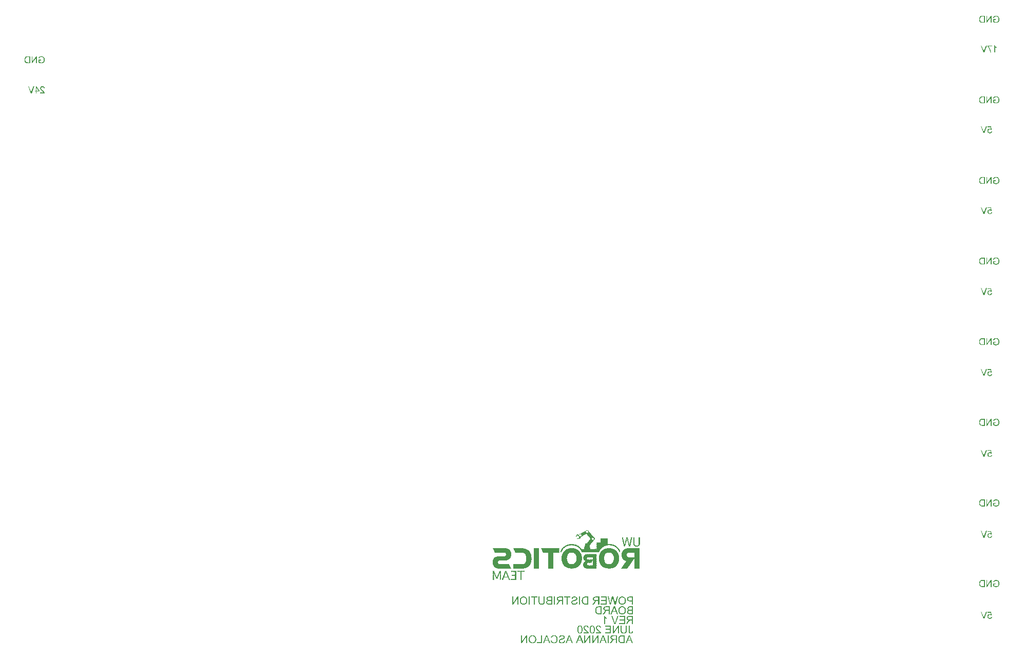
<source format=gbo>
G04*
G04 #@! TF.GenerationSoftware,Altium Limited,Altium Designer,20.1.11 (218)*
G04*
G04 Layer_Color=32896*
%FSAX25Y25*%
%MOIN*%
G70*
G04*
G04 #@! TF.SameCoordinates,E0C1F809-B248-4629-B2B7-0F7BAD0073A3*
G04*
G04*
G04 #@! TF.FilePolarity,Positive*
G04*
G01*
G75*
G36*
X0384656Y0068809D02*
X0384590D01*
Y0068875D01*
X0384656D01*
Y0068809D01*
D02*
G37*
G36*
X0384524D02*
X0384590D01*
Y0068743D01*
X0384656D01*
Y0068678D01*
X0384590D01*
Y0068612D01*
X0384656D01*
Y0068546D01*
X0384590D01*
Y0068480D01*
X0384656D01*
Y0068414D01*
X0384590D01*
Y0068348D01*
X0384656D01*
Y0068282D01*
X0384590D01*
Y0068216D01*
X0384656D01*
Y0068150D01*
X0384590D01*
Y0068084D01*
X0384656D01*
Y0068018D01*
X0384590D01*
Y0067952D01*
X0384656D01*
Y0067886D01*
X0384590D01*
Y0067820D01*
X0384656D01*
Y0067754D01*
X0384590D01*
Y0067688D01*
X0384656D01*
Y0067622D01*
X0384590D01*
Y0067556D01*
X0384656D01*
Y0067490D01*
X0384590D01*
Y0067424D01*
X0384656D01*
Y0067358D01*
X0384590D01*
Y0067292D01*
X0384656D01*
Y0067226D01*
X0384590D01*
Y0067160D01*
X0384656D01*
Y0067094D01*
X0384590D01*
Y0067028D01*
X0384656D01*
Y0066962D01*
X0384590D01*
Y0066896D01*
X0384656D01*
Y0066831D01*
X0384590D01*
Y0066765D01*
X0384656D01*
Y0066699D01*
X0384590D01*
Y0066633D01*
X0384656D01*
Y0066567D01*
X0384590D01*
Y0066501D01*
X0384656D01*
Y0066435D01*
X0384590D01*
Y0066369D01*
X0384656D01*
Y0066303D01*
X0384590D01*
Y0066237D01*
X0384656D01*
Y0066171D01*
X0384590D01*
Y0066105D01*
X0384656D01*
Y0066039D01*
X0384590D01*
Y0065973D01*
X0384392D01*
Y0066039D01*
X0384326D01*
Y0065973D01*
X0384392D01*
Y0065907D01*
X0384326D01*
Y0065973D01*
X0384260D01*
Y0066039D01*
X0384194D01*
Y0065973D01*
X0384128D01*
Y0066039D01*
X0384063D01*
Y0065973D01*
X0383865D01*
Y0066039D01*
X0383799D01*
Y0065973D01*
X0383865D01*
Y0065907D01*
X0383799D01*
Y0065973D01*
X0383733D01*
Y0066039D01*
X0383667D01*
Y0065973D01*
X0383601D01*
Y0066039D01*
X0383535D01*
Y0065973D01*
X0383337D01*
Y0066039D01*
X0383271D01*
Y0065973D01*
X0383337D01*
Y0065907D01*
X0383271D01*
Y0065973D01*
X0383205D01*
Y0066039D01*
X0383139D01*
Y0065973D01*
X0383073D01*
Y0066039D01*
X0383007D01*
Y0065973D01*
X0382809D01*
Y0066039D01*
X0382743D01*
Y0065973D01*
X0382809D01*
Y0065907D01*
X0382743D01*
Y0065973D01*
X0382677D01*
Y0066039D01*
X0382611D01*
Y0065973D01*
X0382545D01*
Y0066039D01*
X0382479D01*
Y0065973D01*
X0382281D01*
Y0066039D01*
X0382215D01*
Y0065973D01*
X0382281D01*
Y0065907D01*
X0382215D01*
Y0065973D01*
X0382150D01*
Y0066039D01*
X0382084D01*
Y0065973D01*
X0382018D01*
Y0066039D01*
X0381952D01*
Y0065973D01*
X0381754D01*
Y0066039D01*
X0381688D01*
Y0065973D01*
X0381754D01*
Y0065907D01*
X0381688D01*
Y0065973D01*
X0381622D01*
Y0066039D01*
X0381556D01*
Y0065973D01*
X0381490D01*
Y0066039D01*
X0381424D01*
Y0065973D01*
X0381226D01*
Y0066039D01*
X0381160D01*
Y0065973D01*
X0381226D01*
Y0065907D01*
X0381160D01*
Y0065973D01*
X0381094D01*
Y0066039D01*
X0381028D01*
Y0065973D01*
X0380962D01*
Y0066039D01*
X0380896D01*
Y0065973D01*
X0380698D01*
Y0066039D01*
X0380632D01*
Y0065973D01*
X0380698D01*
Y0065907D01*
Y0065841D01*
Y0065775D01*
X0380632D01*
Y0065709D01*
X0380698D01*
Y0065643D01*
Y0065577D01*
Y0065511D01*
X0380632D01*
Y0065445D01*
X0380698D01*
Y0065379D01*
Y0065313D01*
Y0065247D01*
X0380632D01*
Y0065181D01*
X0380698D01*
Y0065115D01*
Y0065049D01*
Y0064983D01*
X0380632D01*
Y0064918D01*
X0380698D01*
Y0064852D01*
Y0064786D01*
Y0064720D01*
X0380632D01*
Y0064654D01*
X0380698D01*
Y0064588D01*
Y0064522D01*
Y0064456D01*
X0380632D01*
Y0064390D01*
X0380698D01*
Y0064324D01*
Y0064258D01*
Y0064192D01*
X0380632D01*
Y0064126D01*
X0380698D01*
Y0064060D01*
Y0063994D01*
Y0063928D01*
X0380632D01*
Y0063862D01*
X0380698D01*
Y0063796D01*
Y0063730D01*
Y0063664D01*
X0380632D01*
Y0063598D01*
X0380698D01*
Y0063532D01*
Y0063466D01*
Y0063400D01*
X0380632D01*
Y0063334D01*
X0380698D01*
Y0063268D01*
Y0063203D01*
Y0063137D01*
X0380632D01*
Y0063070D01*
X0380698D01*
Y0063005D01*
Y0062939D01*
Y0062873D01*
X0380632D01*
Y0062807D01*
X0380698D01*
Y0062741D01*
Y0062675D01*
Y0062609D01*
X0380632D01*
Y0062543D01*
X0380698D01*
Y0062477D01*
Y0062411D01*
Y0062345D01*
X0380632D01*
Y0062279D01*
X0380698D01*
Y0062213D01*
Y0062147D01*
Y0062081D01*
X0380632D01*
Y0062015D01*
X0380698D01*
Y0061949D01*
Y0061883D01*
Y0061817D01*
X0380632D01*
Y0061751D01*
X0380698D01*
Y0061685D01*
Y0061619D01*
Y0061553D01*
X0380632D01*
Y0061487D01*
X0380698D01*
Y0061421D01*
Y0061355D01*
Y0061290D01*
X0380632D01*
Y0061224D01*
X0380698D01*
Y0061158D01*
Y0061092D01*
Y0061026D01*
X0380632D01*
Y0060960D01*
X0380698D01*
Y0060894D01*
Y0060828D01*
Y0060762D01*
X0380632D01*
Y0060696D01*
X0380698D01*
Y0060630D01*
Y0060564D01*
Y0060498D01*
X0380632D01*
Y0060432D01*
X0380698D01*
Y0060366D01*
Y0060300D01*
Y0060234D01*
X0380632D01*
Y0060168D01*
X0380698D01*
Y0060102D01*
Y0060036D01*
Y0059970D01*
X0380632D01*
Y0059904D01*
X0380698D01*
Y0059838D01*
Y0059772D01*
Y0059706D01*
X0380632D01*
Y0059640D01*
X0380698D01*
Y0059574D01*
Y0059508D01*
Y0059442D01*
X0380632D01*
Y0059377D01*
X0380698D01*
Y0059311D01*
Y0059245D01*
Y0059179D01*
X0380632D01*
Y0059113D01*
X0380698D01*
Y0059047D01*
Y0058981D01*
Y0058915D01*
X0380632D01*
Y0058849D01*
X0380698D01*
Y0058783D01*
Y0058717D01*
Y0058651D01*
X0380632D01*
Y0058585D01*
X0380698D01*
Y0058519D01*
Y0058453D01*
Y0058387D01*
X0380632D01*
Y0058321D01*
X0380698D01*
Y0058255D01*
Y0058189D01*
Y0058123D01*
X0380632D01*
Y0058057D01*
X0380698D01*
Y0057991D01*
Y0057925D01*
Y0057859D01*
X0380632D01*
Y0057793D01*
X0380698D01*
Y0057727D01*
Y0057661D01*
Y0057595D01*
X0380632D01*
Y0057529D01*
X0380698D01*
Y0057464D01*
Y0057398D01*
Y0057332D01*
X0380632D01*
Y0057266D01*
X0380698D01*
Y0057200D01*
Y0057134D01*
Y0057068D01*
X0380632D01*
Y0057002D01*
X0380698D01*
Y0056936D01*
Y0056870D01*
Y0056804D01*
X0380632D01*
Y0056738D01*
X0380698D01*
Y0056672D01*
Y0056606D01*
Y0056540D01*
X0380632D01*
Y0056474D01*
X0380698D01*
Y0056408D01*
Y0056342D01*
Y0056276D01*
X0380632D01*
Y0056210D01*
X0380698D01*
Y0056144D01*
Y0056078D01*
Y0056012D01*
X0380632D01*
Y0055946D01*
X0380698D01*
Y0055880D01*
Y0055814D01*
Y0055748D01*
X0380632D01*
Y0055682D01*
X0380698D01*
Y0055616D01*
X0377334D01*
Y0055682D01*
X0377400D01*
Y0055748D01*
X0377334D01*
Y0055814D01*
X0377400D01*
Y0055880D01*
X0377334D01*
Y0055946D01*
X0377400D01*
Y0056012D01*
X0377334D01*
Y0056078D01*
X0377400D01*
Y0056144D01*
X0377334D01*
Y0056210D01*
X0377400D01*
Y0056276D01*
X0377334D01*
Y0056342D01*
X0377400D01*
Y0056408D01*
X0377334D01*
Y0056474D01*
X0377400D01*
Y0056540D01*
X0377334D01*
Y0056606D01*
X0377400D01*
Y0056672D01*
X0377334D01*
Y0056738D01*
X0377400D01*
Y0056804D01*
X0377334D01*
Y0056870D01*
X0377400D01*
Y0056936D01*
X0377334D01*
Y0057002D01*
X0377400D01*
Y0057068D01*
X0377334D01*
Y0057134D01*
X0377400D01*
Y0057200D01*
X0377334D01*
Y0057266D01*
X0377400D01*
Y0057332D01*
X0377334D01*
Y0057398D01*
X0377400D01*
Y0057464D01*
X0377334D01*
Y0057529D01*
X0377400D01*
Y0057595D01*
X0377334D01*
Y0057661D01*
X0377400D01*
Y0057727D01*
X0377334D01*
Y0057793D01*
X0377400D01*
Y0057859D01*
X0377334D01*
Y0057925D01*
X0377400D01*
Y0057991D01*
X0377334D01*
Y0058057D01*
X0377400D01*
Y0058123D01*
X0377334D01*
Y0058189D01*
X0377400D01*
Y0058255D01*
X0377334D01*
Y0058321D01*
X0377400D01*
Y0058387D01*
X0377334D01*
Y0058453D01*
X0377400D01*
Y0058519D01*
X0377334D01*
Y0058585D01*
X0377400D01*
Y0058651D01*
X0377334D01*
Y0058717D01*
X0377400D01*
Y0058783D01*
X0377334D01*
Y0058849D01*
X0377400D01*
Y0058915D01*
X0377334D01*
Y0058981D01*
X0377400D01*
Y0059047D01*
X0377334D01*
Y0059113D01*
X0377400D01*
Y0059179D01*
X0377334D01*
Y0059245D01*
X0377400D01*
Y0059311D01*
X0377334D01*
Y0059377D01*
X0377400D01*
Y0059442D01*
X0377334D01*
Y0059508D01*
X0377400D01*
Y0059574D01*
X0377334D01*
Y0059640D01*
X0377400D01*
Y0059706D01*
X0377334D01*
Y0059772D01*
X0377400D01*
Y0059838D01*
X0377334D01*
Y0059904D01*
X0377400D01*
Y0059970D01*
X0377334D01*
Y0060036D01*
X0377400D01*
Y0060102D01*
X0377334D01*
Y0060168D01*
X0377400D01*
Y0060234D01*
X0377334D01*
Y0060300D01*
X0377400D01*
Y0060366D01*
X0377334D01*
Y0060432D01*
X0377400D01*
Y0060498D01*
X0377334D01*
Y0060564D01*
X0377400D01*
Y0060630D01*
X0377334D01*
Y0060696D01*
X0377400D01*
Y0060762D01*
X0377334D01*
Y0060828D01*
X0377400D01*
Y0060894D01*
X0377334D01*
Y0060960D01*
X0377400D01*
Y0061026D01*
X0377334D01*
Y0061092D01*
X0377400D01*
Y0061158D01*
X0377334D01*
Y0061224D01*
X0377400D01*
Y0061290D01*
X0377334D01*
Y0061355D01*
X0377400D01*
Y0061421D01*
X0377334D01*
Y0061487D01*
X0377400D01*
Y0061553D01*
X0377334D01*
Y0061619D01*
X0377400D01*
Y0061685D01*
X0377334D01*
Y0061751D01*
X0377400D01*
Y0061817D01*
X0377334D01*
Y0061883D01*
X0377400D01*
Y0061949D01*
X0377334D01*
Y0062015D01*
X0377400D01*
Y0062081D01*
X0377334D01*
Y0062147D01*
X0377400D01*
Y0062213D01*
X0377334D01*
Y0062279D01*
X0377400D01*
Y0062345D01*
X0377334D01*
Y0062411D01*
X0377400D01*
Y0062477D01*
X0377334D01*
Y0062543D01*
X0377400D01*
Y0062609D01*
X0377334D01*
Y0062675D01*
X0377400D01*
Y0062741D01*
X0377334D01*
Y0062807D01*
X0377400D01*
Y0062873D01*
X0377334D01*
Y0062939D01*
X0377400D01*
Y0063005D01*
X0377334D01*
Y0063070D01*
X0377400D01*
Y0063137D01*
X0377334D01*
Y0063203D01*
X0377400D01*
Y0063268D01*
X0377334D01*
Y0063334D01*
X0377400D01*
Y0063400D01*
X0377334D01*
Y0063466D01*
X0377400D01*
Y0063532D01*
X0377334D01*
Y0063598D01*
X0377400D01*
Y0063664D01*
X0377334D01*
Y0063730D01*
X0377400D01*
Y0063796D01*
X0377334D01*
Y0063862D01*
X0377400D01*
Y0063928D01*
X0377334D01*
Y0063994D01*
X0377400D01*
Y0064060D01*
X0377334D01*
Y0064126D01*
X0377400D01*
Y0064192D01*
X0377334D01*
Y0064258D01*
X0377400D01*
Y0064324D01*
X0377334D01*
Y0064390D01*
X0377400D01*
Y0064456D01*
X0377334D01*
Y0064522D01*
X0377400D01*
Y0064588D01*
X0377334D01*
Y0064654D01*
X0377400D01*
Y0064720D01*
X0377334D01*
Y0064786D01*
X0377400D01*
Y0064852D01*
X0377334D01*
Y0064918D01*
X0377400D01*
Y0064983D01*
X0377334D01*
Y0065049D01*
X0377400D01*
Y0065115D01*
X0377334D01*
Y0065181D01*
X0377400D01*
Y0065247D01*
X0377334D01*
Y0065313D01*
X0377400D01*
Y0065379D01*
X0377334D01*
Y0065445D01*
X0377400D01*
Y0065511D01*
X0377334D01*
Y0065577D01*
X0377400D01*
Y0065643D01*
X0377334D01*
Y0065709D01*
X0377400D01*
Y0065775D01*
X0377334D01*
Y0065841D01*
X0377400D01*
Y0065907D01*
X0377334D01*
Y0065973D01*
X0377268D01*
Y0066039D01*
X0377202D01*
Y0065973D01*
X0377004D01*
Y0066039D01*
X0376938D01*
Y0065973D01*
X0377004D01*
Y0065907D01*
X0376938D01*
Y0065973D01*
X0376872D01*
Y0066039D01*
X0376806D01*
Y0065973D01*
X0376740D01*
Y0066039D01*
X0376674D01*
Y0065973D01*
X0376477D01*
Y0066039D01*
X0376411D01*
Y0065973D01*
X0376477D01*
Y0065907D01*
X0376411D01*
Y0065973D01*
X0376345D01*
Y0066039D01*
X0376279D01*
Y0065973D01*
X0376213D01*
Y0066039D01*
X0376147D01*
Y0065973D01*
X0375949D01*
Y0066039D01*
X0375883D01*
Y0065973D01*
X0375949D01*
Y0065907D01*
X0375883D01*
Y0065973D01*
X0375817D01*
Y0066039D01*
X0375751D01*
Y0065973D01*
X0375685D01*
Y0066039D01*
X0375619D01*
Y0065973D01*
X0375421D01*
Y0066039D01*
X0375355D01*
Y0065973D01*
X0375421D01*
Y0065907D01*
X0375355D01*
Y0065973D01*
X0375289D01*
Y0066039D01*
X0375223D01*
Y0065973D01*
X0375157D01*
Y0066039D01*
X0375091D01*
Y0065973D01*
X0374893D01*
Y0066039D01*
X0374827D01*
Y0065973D01*
X0374893D01*
Y0065907D01*
X0374827D01*
Y0065973D01*
X0374761D01*
Y0066039D01*
X0374695D01*
Y0065973D01*
X0374629D01*
Y0066039D01*
X0374564D01*
Y0065973D01*
X0374366D01*
Y0066039D01*
X0374300D01*
Y0065973D01*
X0374366D01*
Y0065907D01*
X0374300D01*
Y0065973D01*
X0374234D01*
Y0066039D01*
X0374168D01*
Y0065973D01*
X0374102D01*
Y0066039D01*
X0374036D01*
Y0066105D01*
X0373970D01*
Y0066171D01*
Y0066237D01*
Y0066303D01*
X0373904D01*
Y0066369D01*
Y0066435D01*
X0373772D01*
Y0066501D01*
X0373838D01*
Y0066567D01*
X0373772D01*
Y0066633D01*
Y0066699D01*
X0373706D01*
Y0066765D01*
Y0066831D01*
X0373640D01*
Y0066896D01*
Y0066962D01*
Y0067028D01*
X0373574D01*
Y0067094D01*
X0373508D01*
Y0067160D01*
Y0067226D01*
Y0067292D01*
X0373442D01*
Y0067358D01*
X0373376D01*
Y0067424D01*
X0373442D01*
Y0067490D01*
X0373376D01*
Y0067556D01*
X0373310D01*
Y0067622D01*
X0373244D01*
Y0067688D01*
X0373310D01*
Y0067754D01*
X0373244D01*
Y0067820D01*
X0373178D01*
Y0067886D01*
X0373112D01*
Y0067952D01*
X0373178D01*
Y0068018D01*
X0373112D01*
Y0068084D01*
X0373046D01*
Y0068150D01*
Y0068216D01*
Y0068282D01*
X0372980D01*
Y0068348D01*
Y0068414D01*
X0372914D01*
Y0068480D01*
Y0068546D01*
X0372848D01*
Y0068612D01*
X0372782D01*
Y0068678D01*
Y0068743D01*
Y0068809D01*
X0372848D01*
Y0068875D01*
X0372914D01*
Y0068809D01*
X0372980D01*
Y0068875D01*
X0373046D01*
Y0068809D01*
X0373112D01*
Y0068875D01*
X0373178D01*
Y0068809D01*
X0373244D01*
Y0068875D01*
X0373310D01*
Y0068809D01*
X0373376D01*
Y0068875D01*
X0373442D01*
Y0068809D01*
X0373508D01*
Y0068875D01*
X0373574D01*
Y0068809D01*
X0373640D01*
Y0068875D01*
X0373706D01*
Y0068809D01*
X0373772D01*
Y0068875D01*
X0373838D01*
Y0068809D01*
X0373904D01*
Y0068875D01*
X0373970D01*
Y0068809D01*
X0374036D01*
Y0068875D01*
X0374102D01*
Y0068809D01*
X0374168D01*
Y0068875D01*
X0374234D01*
Y0068809D01*
X0374300D01*
Y0068875D01*
X0374366D01*
Y0068809D01*
X0374432D01*
Y0068875D01*
X0374498D01*
Y0068809D01*
X0374564D01*
Y0068875D01*
X0374629D01*
Y0068809D01*
X0374695D01*
Y0068875D01*
X0374761D01*
Y0068809D01*
X0374827D01*
Y0068875D01*
X0374893D01*
Y0068809D01*
X0374959D01*
Y0068875D01*
X0375025D01*
Y0068809D01*
X0375091D01*
Y0068875D01*
X0375157D01*
Y0068809D01*
X0375223D01*
Y0068875D01*
X0375289D01*
Y0068809D01*
X0375355D01*
Y0068875D01*
X0375421D01*
Y0068809D01*
X0375487D01*
Y0068875D01*
X0375553D01*
Y0068809D01*
X0375619D01*
Y0068875D01*
X0375685D01*
Y0068809D01*
X0375751D01*
Y0068875D01*
X0375817D01*
Y0068809D01*
X0375883D01*
Y0068875D01*
X0375949D01*
Y0068809D01*
X0376015D01*
Y0068875D01*
X0376081D01*
Y0068809D01*
X0376147D01*
Y0068875D01*
X0376213D01*
Y0068809D01*
X0376279D01*
Y0068875D01*
X0376345D01*
Y0068809D01*
X0376411D01*
Y0068875D01*
X0376477D01*
Y0068809D01*
X0376542D01*
Y0068875D01*
X0376608D01*
Y0068809D01*
X0376674D01*
Y0068875D01*
X0376740D01*
Y0068809D01*
X0376806D01*
Y0068875D01*
X0376872D01*
Y0068809D01*
X0376938D01*
Y0068875D01*
X0377004D01*
Y0068809D01*
X0377070D01*
Y0068875D01*
X0377136D01*
Y0068809D01*
X0377202D01*
Y0068875D01*
X0377268D01*
Y0068809D01*
X0377334D01*
Y0068875D01*
X0377400D01*
Y0068809D01*
X0377466D01*
Y0068875D01*
X0377532D01*
Y0068809D01*
X0377598D01*
Y0068875D01*
X0377664D01*
Y0068809D01*
X0377730D01*
Y0068875D01*
X0377796D01*
Y0068809D01*
X0377862D01*
Y0068875D01*
X0377928D01*
Y0068809D01*
X0377994D01*
Y0068875D01*
X0378060D01*
Y0068809D01*
X0378126D01*
Y0068875D01*
X0378192D01*
Y0068809D01*
X0378257D01*
Y0068875D01*
X0378324D01*
Y0068809D01*
X0378390D01*
Y0068875D01*
X0378455D01*
Y0068809D01*
X0378521D01*
Y0068875D01*
X0378587D01*
Y0068809D01*
X0378653D01*
Y0068875D01*
X0378719D01*
Y0068809D01*
X0378785D01*
Y0068875D01*
X0378851D01*
Y0068809D01*
X0378917D01*
Y0068875D01*
X0378983D01*
Y0068809D01*
X0379049D01*
Y0068875D01*
X0379115D01*
Y0068809D01*
X0379181D01*
Y0068875D01*
X0379247D01*
Y0068809D01*
X0379313D01*
Y0068875D01*
X0379379D01*
Y0068809D01*
X0379445D01*
Y0068875D01*
X0379511D01*
Y0068809D01*
X0379577D01*
Y0068875D01*
X0379643D01*
Y0068809D01*
X0379709D01*
Y0068875D01*
X0379775D01*
Y0068809D01*
X0379841D01*
Y0068875D01*
X0379907D01*
Y0068809D01*
X0379973D01*
Y0068875D01*
X0380039D01*
Y0068809D01*
X0380105D01*
Y0068875D01*
X0380170D01*
Y0068809D01*
X0380237D01*
Y0068875D01*
X0380303D01*
Y0068809D01*
X0380368D01*
Y0068875D01*
X0380434D01*
Y0068809D01*
X0380500D01*
Y0068875D01*
X0380566D01*
Y0068809D01*
X0380632D01*
Y0068875D01*
X0380698D01*
Y0068809D01*
X0380764D01*
Y0068875D01*
X0380830D01*
Y0068809D01*
X0380896D01*
Y0068875D01*
X0380962D01*
Y0068809D01*
X0381028D01*
Y0068875D01*
X0381094D01*
Y0068809D01*
X0381160D01*
Y0068875D01*
X0381226D01*
Y0068809D01*
X0381292D01*
Y0068875D01*
X0381358D01*
Y0068809D01*
X0381424D01*
Y0068875D01*
X0381490D01*
Y0068809D01*
X0381556D01*
Y0068875D01*
X0381622D01*
Y0068809D01*
X0381688D01*
Y0068875D01*
X0381754D01*
Y0068809D01*
X0381820D01*
Y0068875D01*
X0381886D01*
Y0068809D01*
X0381952D01*
Y0068875D01*
X0382018D01*
Y0068809D01*
X0382084D01*
Y0068875D01*
X0382150D01*
Y0068809D01*
X0382215D01*
Y0068875D01*
X0382281D01*
Y0068809D01*
X0382347D01*
Y0068875D01*
X0382413D01*
Y0068809D01*
X0382479D01*
Y0068875D01*
X0382545D01*
Y0068809D01*
X0382611D01*
Y0068875D01*
X0382677D01*
Y0068809D01*
X0382743D01*
Y0068875D01*
X0382809D01*
Y0068809D01*
X0382875D01*
Y0068875D01*
X0382941D01*
Y0068809D01*
X0383007D01*
Y0068875D01*
X0383073D01*
Y0068809D01*
X0383139D01*
Y0068875D01*
X0383205D01*
Y0068809D01*
X0383271D01*
Y0068875D01*
X0383337D01*
Y0068809D01*
X0383403D01*
Y0068875D01*
X0383469D01*
Y0068809D01*
X0383535D01*
Y0068875D01*
X0383601D01*
Y0068809D01*
X0383667D01*
Y0068875D01*
X0383733D01*
Y0068809D01*
X0383799D01*
Y0068875D01*
X0383865D01*
Y0068809D01*
X0383930D01*
Y0068875D01*
X0383997D01*
Y0068809D01*
X0384063D01*
Y0068875D01*
X0384128D01*
Y0068809D01*
X0384194D01*
Y0068875D01*
X0384260D01*
Y0068809D01*
X0384326D01*
Y0068875D01*
X0384392D01*
Y0068809D01*
X0384458D01*
Y0068875D01*
X0384524D01*
Y0068809D01*
D02*
G37*
G36*
X0371331D02*
X0371397D01*
Y0068743D01*
X0371331D01*
Y0068678D01*
Y0068612D01*
Y0068546D01*
Y0068480D01*
Y0068414D01*
Y0068348D01*
Y0068282D01*
X0371397D01*
Y0068216D01*
X0371331D01*
Y0068150D01*
Y0068084D01*
Y0068018D01*
Y0067952D01*
Y0067886D01*
Y0067820D01*
Y0067754D01*
X0371397D01*
Y0067688D01*
X0371331D01*
Y0067622D01*
Y0067556D01*
Y0067490D01*
Y0067424D01*
Y0067358D01*
Y0067292D01*
Y0067226D01*
X0371397D01*
Y0067160D01*
X0371331D01*
Y0067094D01*
Y0067028D01*
Y0066962D01*
Y0066896D01*
Y0066831D01*
Y0066765D01*
Y0066699D01*
X0371397D01*
Y0066633D01*
X0371331D01*
Y0066567D01*
Y0066501D01*
Y0066435D01*
Y0066369D01*
Y0066303D01*
Y0066237D01*
Y0066171D01*
X0371397D01*
Y0066105D01*
X0371331D01*
Y0066039D01*
Y0065973D01*
Y0065907D01*
Y0065841D01*
Y0065775D01*
Y0065709D01*
Y0065643D01*
X0371397D01*
Y0065577D01*
X0371331D01*
Y0065511D01*
Y0065445D01*
Y0065379D01*
Y0065313D01*
Y0065247D01*
Y0065181D01*
Y0065115D01*
X0371397D01*
Y0065049D01*
X0371331D01*
Y0064983D01*
Y0064918D01*
Y0064852D01*
Y0064786D01*
Y0064720D01*
Y0064654D01*
Y0064588D01*
X0371397D01*
Y0064522D01*
X0371331D01*
Y0064456D01*
Y0064390D01*
Y0064324D01*
Y0064258D01*
Y0064192D01*
Y0064126D01*
Y0064060D01*
X0371397D01*
Y0063994D01*
X0371331D01*
Y0063928D01*
Y0063862D01*
Y0063796D01*
Y0063730D01*
Y0063664D01*
Y0063598D01*
Y0063532D01*
X0371397D01*
Y0063466D01*
X0371331D01*
Y0063400D01*
Y0063334D01*
Y0063268D01*
Y0063203D01*
Y0063137D01*
Y0063070D01*
Y0063005D01*
X0371397D01*
Y0062939D01*
X0371331D01*
Y0062873D01*
Y0062807D01*
Y0062741D01*
Y0062675D01*
Y0062609D01*
Y0062543D01*
Y0062477D01*
X0371397D01*
Y0062411D01*
X0371331D01*
Y0062345D01*
Y0062279D01*
Y0062213D01*
Y0062147D01*
Y0062081D01*
Y0062015D01*
Y0061949D01*
X0371397D01*
Y0061883D01*
X0371331D01*
Y0061817D01*
Y0061751D01*
Y0061685D01*
Y0061619D01*
Y0061553D01*
Y0061487D01*
Y0061421D01*
X0371397D01*
Y0061355D01*
X0371331D01*
Y0061290D01*
Y0061224D01*
Y0061158D01*
Y0061092D01*
Y0061026D01*
Y0060960D01*
Y0060894D01*
X0371397D01*
Y0060828D01*
X0371331D01*
Y0060762D01*
Y0060696D01*
Y0060630D01*
Y0060564D01*
Y0060498D01*
Y0060432D01*
Y0060366D01*
X0371397D01*
Y0060300D01*
X0371331D01*
Y0060234D01*
Y0060168D01*
Y0060102D01*
Y0060036D01*
Y0059970D01*
Y0059904D01*
Y0059838D01*
X0371397D01*
Y0059772D01*
X0371331D01*
Y0059706D01*
Y0059640D01*
Y0059574D01*
Y0059508D01*
Y0059442D01*
Y0059377D01*
Y0059311D01*
X0371397D01*
Y0059245D01*
X0371331D01*
Y0059179D01*
Y0059113D01*
Y0059047D01*
Y0058981D01*
Y0058915D01*
Y0058849D01*
Y0058783D01*
X0371397D01*
Y0058717D01*
X0371331D01*
Y0058651D01*
Y0058585D01*
Y0058519D01*
Y0058453D01*
Y0058387D01*
Y0058321D01*
Y0058255D01*
X0371397D01*
Y0058189D01*
X0371331D01*
Y0058123D01*
Y0058057D01*
Y0057991D01*
Y0057925D01*
Y0057859D01*
Y0057793D01*
Y0057727D01*
X0371397D01*
Y0057661D01*
X0371331D01*
Y0057595D01*
Y0057529D01*
Y0057464D01*
Y0057398D01*
Y0057332D01*
Y0057266D01*
Y0057200D01*
X0371397D01*
Y0057134D01*
X0371331D01*
Y0057068D01*
Y0057002D01*
Y0056936D01*
Y0056870D01*
Y0056804D01*
Y0056738D01*
Y0056672D01*
X0371397D01*
Y0056606D01*
X0371331D01*
Y0056540D01*
Y0056474D01*
Y0056408D01*
Y0056342D01*
Y0056276D01*
Y0056210D01*
Y0056144D01*
X0371397D01*
Y0056078D01*
X0371331D01*
Y0056012D01*
Y0055946D01*
Y0055880D01*
Y0055814D01*
Y0055748D01*
Y0055682D01*
Y0055616D01*
X0368099D01*
Y0055682D01*
X0368033D01*
Y0055748D01*
Y0055814D01*
Y0055880D01*
X0368099D01*
Y0055946D01*
X0368033D01*
Y0056012D01*
Y0056078D01*
Y0056144D01*
X0368099D01*
Y0056210D01*
X0368033D01*
Y0056276D01*
Y0056342D01*
Y0056408D01*
X0368099D01*
Y0056474D01*
X0368033D01*
Y0056540D01*
Y0056606D01*
Y0056672D01*
X0368099D01*
Y0056738D01*
X0368033D01*
Y0056804D01*
Y0056870D01*
Y0056936D01*
X0368099D01*
Y0057002D01*
X0368033D01*
Y0057068D01*
Y0057134D01*
Y0057200D01*
X0368099D01*
Y0057266D01*
X0368033D01*
Y0057332D01*
Y0057398D01*
Y0057464D01*
X0368099D01*
Y0057529D01*
X0368033D01*
Y0057595D01*
Y0057661D01*
Y0057727D01*
X0368099D01*
Y0057793D01*
X0368033D01*
Y0057859D01*
Y0057925D01*
Y0057991D01*
X0368099D01*
Y0058057D01*
X0368033D01*
Y0058123D01*
Y0058189D01*
Y0058255D01*
X0368099D01*
Y0058321D01*
X0368033D01*
Y0058387D01*
Y0058453D01*
Y0058519D01*
X0368099D01*
Y0058585D01*
X0368033D01*
Y0058651D01*
Y0058717D01*
Y0058783D01*
X0368099D01*
Y0058849D01*
X0368033D01*
Y0058915D01*
Y0058981D01*
Y0059047D01*
X0368099D01*
Y0059113D01*
X0368033D01*
Y0059179D01*
Y0059245D01*
Y0059311D01*
X0368099D01*
Y0059377D01*
X0368033D01*
Y0059442D01*
Y0059508D01*
Y0059574D01*
X0368099D01*
Y0059640D01*
X0368033D01*
Y0059706D01*
Y0059772D01*
Y0059838D01*
X0368099D01*
Y0059904D01*
X0368033D01*
Y0059970D01*
Y0060036D01*
Y0060102D01*
X0368099D01*
Y0060168D01*
X0368033D01*
Y0060234D01*
Y0060300D01*
Y0060366D01*
X0368099D01*
Y0060432D01*
X0368033D01*
Y0060498D01*
Y0060564D01*
Y0060630D01*
X0368099D01*
Y0060696D01*
X0368033D01*
Y0060762D01*
Y0060828D01*
Y0060894D01*
X0368099D01*
Y0060960D01*
X0368033D01*
Y0061026D01*
Y0061092D01*
Y0061158D01*
X0368099D01*
Y0061224D01*
X0368033D01*
Y0061290D01*
Y0061355D01*
Y0061421D01*
X0368099D01*
Y0061487D01*
X0368033D01*
Y0061553D01*
Y0061619D01*
Y0061685D01*
X0368099D01*
Y0061751D01*
X0368033D01*
Y0061817D01*
Y0061883D01*
Y0061949D01*
X0368099D01*
Y0062015D01*
X0368033D01*
Y0062081D01*
Y0062147D01*
Y0062213D01*
X0368099D01*
Y0062279D01*
X0368033D01*
Y0062345D01*
Y0062411D01*
Y0062477D01*
X0368099D01*
Y0062543D01*
X0368033D01*
Y0062609D01*
Y0062675D01*
Y0062741D01*
X0368099D01*
Y0062807D01*
X0368033D01*
Y0062873D01*
Y0062939D01*
Y0063005D01*
X0368099D01*
Y0063070D01*
X0368033D01*
Y0063137D01*
Y0063203D01*
Y0063268D01*
X0368099D01*
Y0063334D01*
X0368033D01*
Y0063400D01*
Y0063466D01*
Y0063532D01*
X0368099D01*
Y0063598D01*
X0368033D01*
Y0063664D01*
Y0063730D01*
Y0063796D01*
X0368099D01*
Y0063862D01*
X0368033D01*
Y0063928D01*
Y0063994D01*
Y0064060D01*
X0368099D01*
Y0064126D01*
X0368033D01*
Y0064192D01*
Y0064258D01*
Y0064324D01*
X0368099D01*
Y0064390D01*
X0368033D01*
Y0064456D01*
Y0064522D01*
Y0064588D01*
X0368099D01*
Y0064654D01*
X0368033D01*
Y0064720D01*
Y0064786D01*
Y0064852D01*
X0368099D01*
Y0064918D01*
X0368033D01*
Y0064983D01*
Y0065049D01*
Y0065115D01*
X0368099D01*
Y0065181D01*
X0368033D01*
Y0065247D01*
Y0065313D01*
Y0065379D01*
X0368099D01*
Y0065445D01*
X0368033D01*
Y0065511D01*
Y0065577D01*
Y0065643D01*
X0368099D01*
Y0065709D01*
X0368033D01*
Y0065775D01*
Y0065841D01*
Y0065907D01*
X0368099D01*
Y0065973D01*
X0368033D01*
Y0066039D01*
Y0066105D01*
Y0066171D01*
X0368099D01*
Y0066237D01*
X0368033D01*
Y0066303D01*
Y0066369D01*
Y0066435D01*
X0368099D01*
Y0066501D01*
X0368033D01*
Y0066567D01*
Y0066633D01*
Y0066699D01*
X0368099D01*
Y0066765D01*
X0368033D01*
Y0066831D01*
Y0066896D01*
Y0066962D01*
X0368099D01*
Y0067028D01*
X0368033D01*
Y0067094D01*
Y0067160D01*
Y0067226D01*
X0368099D01*
Y0067292D01*
X0368033D01*
Y0067358D01*
Y0067424D01*
Y0067490D01*
X0368099D01*
Y0067556D01*
X0368033D01*
Y0067622D01*
Y0067688D01*
Y0067754D01*
X0368099D01*
Y0067820D01*
X0368033D01*
Y0067886D01*
Y0067952D01*
Y0068018D01*
X0368099D01*
Y0068084D01*
X0368033D01*
Y0068150D01*
Y0068216D01*
Y0068282D01*
X0368099D01*
Y0068348D01*
X0368033D01*
Y0068414D01*
Y0068480D01*
Y0068546D01*
X0368099D01*
Y0068612D01*
X0368033D01*
Y0068678D01*
Y0068743D01*
Y0068809D01*
X0368099D01*
Y0068875D01*
X0368165D01*
Y0068809D01*
X0368231D01*
Y0068875D01*
X0368297D01*
Y0068809D01*
X0368363D01*
Y0068875D01*
X0368429D01*
Y0068809D01*
X0368495D01*
Y0068875D01*
X0368561D01*
Y0068809D01*
X0368627D01*
Y0068875D01*
X0368693D01*
Y0068809D01*
X0368759D01*
Y0068875D01*
X0368825D01*
Y0068809D01*
X0368891D01*
Y0068875D01*
X0368956D01*
Y0068809D01*
X0369022D01*
Y0068875D01*
X0369088D01*
Y0068809D01*
X0369154D01*
Y0068875D01*
X0369220D01*
Y0068809D01*
X0369286D01*
Y0068875D01*
X0369352D01*
Y0068809D01*
X0369418D01*
Y0068875D01*
X0369484D01*
Y0068809D01*
X0369550D01*
Y0068875D01*
X0369616D01*
Y0068809D01*
X0369682D01*
Y0068875D01*
X0369748D01*
Y0068809D01*
X0369814D01*
Y0068875D01*
X0369880D01*
Y0068809D01*
X0369946D01*
Y0068875D01*
X0370012D01*
Y0068809D01*
X0370078D01*
Y0068875D01*
X0370144D01*
Y0068809D01*
X0370210D01*
Y0068875D01*
X0370276D01*
Y0068809D01*
X0370342D01*
Y0068875D01*
X0370408D01*
Y0068809D01*
X0370474D01*
Y0068875D01*
X0370540D01*
Y0068809D01*
X0370606D01*
Y0068875D01*
X0370672D01*
Y0068809D01*
X0370738D01*
Y0068875D01*
X0370803D01*
Y0068809D01*
X0370869D01*
Y0068875D01*
X0370935D01*
Y0068809D01*
X0371001D01*
Y0068875D01*
X0371067D01*
Y0068809D01*
X0371133D01*
Y0068875D01*
X0371199D01*
Y0068809D01*
X0371265D01*
Y0068875D01*
X0371331D01*
Y0068809D01*
D02*
G37*
G36*
X0360909D02*
X0360975D01*
Y0068743D01*
X0361041D01*
Y0068809D01*
X0361107D01*
Y0068743D01*
X0361568D01*
Y0068678D01*
X0361634D01*
Y0068612D01*
X0361700D01*
Y0068678D01*
X0361766D01*
Y0068612D01*
X0362096D01*
Y0068546D01*
X0362162D01*
Y0068612D01*
X0362228D01*
Y0068546D01*
X0362294D01*
Y0068480D01*
X0362624D01*
Y0068414D01*
X0362690D01*
Y0068348D01*
X0363020D01*
Y0068282D01*
X0363086D01*
Y0068216D01*
X0363283D01*
Y0068150D01*
X0363349D01*
Y0068084D01*
X0363547D01*
Y0068018D01*
X0363613D01*
Y0067952D01*
X0363811D01*
Y0067886D01*
X0363877D01*
Y0067820D01*
X0364075D01*
Y0067754D01*
X0364141D01*
Y0067688D01*
X0364207D01*
Y0067622D01*
X0364273D01*
Y0067556D01*
X0364471D01*
Y0067490D01*
X0364537D01*
Y0067424D01*
X0364603D01*
Y0067358D01*
X0364669D01*
Y0067292D01*
X0364735D01*
Y0067226D01*
X0364801D01*
Y0067160D01*
X0364867D01*
Y0067094D01*
X0364933D01*
Y0067028D01*
X0364999D01*
Y0066962D01*
X0365065D01*
Y0066896D01*
X0365130D01*
Y0066831D01*
X0365196D01*
Y0066765D01*
X0365262D01*
Y0066699D01*
X0365328D01*
Y0066633D01*
X0365394D01*
Y0066567D01*
Y0066501D01*
X0365460D01*
Y0066435D01*
Y0066369D01*
X0365526D01*
Y0066303D01*
X0365592D01*
Y0066237D01*
X0365658D01*
Y0066171D01*
Y0066105D01*
X0365724D01*
Y0066039D01*
Y0065973D01*
X0365790D01*
Y0065907D01*
X0365856D01*
Y0065841D01*
X0365922D01*
Y0065775D01*
X0365856D01*
Y0065709D01*
X0365922D01*
Y0065643D01*
X0365988D01*
Y0065577D01*
X0366054D01*
Y0065511D01*
X0365988D01*
Y0065445D01*
X0366054D01*
Y0065379D01*
X0366120D01*
Y0065313D01*
Y0065247D01*
Y0065181D01*
X0366186D01*
Y0065115D01*
Y0065049D01*
Y0064983D01*
X0366252D01*
Y0064918D01*
X0366318D01*
Y0064852D01*
X0366252D01*
Y0064786D01*
X0366318D01*
Y0064720D01*
Y0064654D01*
Y0064588D01*
X0366384D01*
Y0064522D01*
Y0064456D01*
Y0064390D01*
X0366450D01*
Y0064324D01*
X0366384D01*
Y0064258D01*
X0366450D01*
Y0064192D01*
X0366384D01*
Y0064126D01*
X0366450D01*
Y0064060D01*
Y0063994D01*
X0366516D01*
Y0063928D01*
Y0063862D01*
Y0063796D01*
Y0063730D01*
X0366582D01*
Y0063664D01*
X0366516D01*
Y0063598D01*
X0366582D01*
Y0063532D01*
X0366516D01*
Y0063466D01*
X0366582D01*
Y0063400D01*
Y0063334D01*
Y0063268D01*
Y0063203D01*
Y0063137D01*
Y0063070D01*
Y0063005D01*
X0366648D01*
Y0062939D01*
X0366582D01*
Y0062873D01*
X0366648D01*
Y0062807D01*
Y0062741D01*
Y0062675D01*
X0366582D01*
Y0062609D01*
X0366648D01*
Y0062543D01*
Y0062477D01*
Y0062411D01*
X0366582D01*
Y0062345D01*
X0366648D01*
Y0062279D01*
Y0062213D01*
Y0062147D01*
X0366582D01*
Y0062081D01*
X0366648D01*
Y0062015D01*
Y0061949D01*
Y0061883D01*
X0366582D01*
Y0061817D01*
X0366648D01*
Y0061751D01*
Y0061685D01*
Y0061619D01*
X0366582D01*
Y0061553D01*
X0366648D01*
Y0061487D01*
Y0061421D01*
Y0061355D01*
X0366582D01*
Y0061290D01*
Y0061224D01*
Y0061158D01*
Y0061092D01*
Y0061026D01*
Y0060960D01*
Y0060894D01*
X0366516D01*
Y0060828D01*
X0366582D01*
Y0060762D01*
X0366516D01*
Y0060696D01*
X0366582D01*
Y0060630D01*
X0366516D01*
Y0060564D01*
Y0060498D01*
Y0060432D01*
X0366450D01*
Y0060366D01*
Y0060300D01*
Y0060234D01*
X0366384D01*
Y0060168D01*
X0366450D01*
Y0060102D01*
X0366384D01*
Y0060036D01*
X0366450D01*
Y0059970D01*
X0366384D01*
Y0059904D01*
Y0059838D01*
Y0059772D01*
X0366318D01*
Y0059706D01*
Y0059640D01*
Y0059574D01*
X0366252D01*
Y0059508D01*
X0366318D01*
Y0059442D01*
X0366252D01*
Y0059377D01*
X0366186D01*
Y0059311D01*
Y0059245D01*
Y0059179D01*
X0366120D01*
Y0059113D01*
X0366186D01*
Y0059047D01*
X0366120D01*
Y0058981D01*
X0366054D01*
Y0058915D01*
X0365988D01*
Y0058849D01*
X0366054D01*
Y0058783D01*
X0365988D01*
Y0058717D01*
X0365922D01*
Y0058651D01*
X0365856D01*
Y0058585D01*
X0365922D01*
Y0058519D01*
X0365856D01*
Y0058453D01*
X0365790D01*
Y0058387D01*
Y0058321D01*
Y0058255D01*
X0365724D01*
Y0058189D01*
X0365658D01*
Y0058123D01*
X0365592D01*
Y0058057D01*
X0365658D01*
Y0057991D01*
X0365592D01*
Y0057925D01*
X0365526D01*
Y0057859D01*
X0365460D01*
Y0057793D01*
X0365394D01*
Y0057727D01*
X0365328D01*
Y0057661D01*
X0365262D01*
Y0057595D01*
X0365196D01*
Y0057529D01*
Y0057464D01*
X0365130D01*
Y0057398D01*
X0365065D01*
Y0057332D01*
X0364999D01*
Y0057266D01*
Y0057200D01*
X0364867D01*
Y0057134D01*
X0364801D01*
Y0057068D01*
X0364669D01*
Y0057002D01*
Y0056936D01*
X0364537D01*
Y0056870D01*
X0364471D01*
Y0056804D01*
X0364405D01*
Y0056738D01*
X0364339D01*
Y0056672D01*
X0364141D01*
Y0056606D01*
X0364075D01*
Y0056540D01*
X0364009D01*
Y0056474D01*
X0363943D01*
Y0056408D01*
X0363745D01*
Y0056342D01*
X0363679D01*
Y0056276D01*
X0363481D01*
Y0056210D01*
X0363415D01*
Y0056144D01*
X0363217D01*
Y0056078D01*
X0363152D01*
Y0056144D01*
X0363086D01*
Y0056078D01*
X0363020D01*
Y0056012D01*
X0362822D01*
Y0055946D01*
X0362756D01*
Y0056012D01*
X0362690D01*
Y0055946D01*
X0362756D01*
Y0055880D01*
X0362690D01*
Y0055946D01*
X0362624D01*
Y0055880D01*
X0362426D01*
Y0055814D01*
X0362360D01*
Y0055880D01*
X0362294D01*
Y0055814D01*
X0362228D01*
Y0055748D01*
X0362162D01*
Y0055814D01*
X0362096D01*
Y0055748D01*
X0361766D01*
Y0055682D01*
X0361700D01*
Y0055748D01*
X0361634D01*
Y0055682D01*
X0361568D01*
Y0055616D01*
X0361502D01*
Y0055682D01*
X0361436D01*
Y0055616D01*
X0354774D01*
Y0055682D01*
X0354708D01*
Y0055748D01*
X0354774D01*
Y0055814D01*
X0354708D01*
Y0055880D01*
Y0055946D01*
Y0056012D01*
X0354774D01*
Y0056078D01*
X0354708D01*
Y0056144D01*
X0354774D01*
Y0056210D01*
X0354708D01*
Y0056276D01*
X0354774D01*
Y0056342D01*
X0354708D01*
Y0056408D01*
Y0056474D01*
Y0056540D01*
X0354774D01*
Y0056606D01*
X0354708D01*
Y0056672D01*
X0354774D01*
Y0056738D01*
X0354708D01*
Y0056804D01*
X0354774D01*
Y0056870D01*
X0354708D01*
Y0056936D01*
Y0057002D01*
Y0057068D01*
X0354774D01*
Y0057134D01*
X0354708D01*
Y0057200D01*
X0354774D01*
Y0057266D01*
X0354708D01*
Y0057332D01*
X0354774D01*
Y0057398D01*
X0354708D01*
Y0057464D01*
Y0057529D01*
Y0057595D01*
X0354774D01*
Y0057661D01*
X0354708D01*
Y0057727D01*
X0354774D01*
Y0057793D01*
X0354708D01*
Y0057859D01*
X0354774D01*
Y0057925D01*
X0354708D01*
Y0057991D01*
Y0058057D01*
Y0058123D01*
X0354774D01*
Y0058189D01*
X0354708D01*
Y0058255D01*
X0354774D01*
Y0058321D01*
X0354708D01*
Y0058387D01*
X0354774D01*
Y0058453D01*
X0354840D01*
Y0058519D01*
X0354906D01*
Y0058453D01*
X0354972D01*
Y0058519D01*
X0355038D01*
Y0058453D01*
X0355104D01*
Y0058519D01*
X0355170D01*
Y0058453D01*
X0355236D01*
Y0058519D01*
X0355302D01*
Y0058453D01*
X0355368D01*
Y0058519D01*
X0355434D01*
Y0058453D01*
X0355500D01*
Y0058519D01*
X0355566D01*
Y0058453D01*
X0355631D01*
Y0058519D01*
X0355697D01*
Y0058453D01*
X0355763D01*
Y0058519D01*
X0355829D01*
Y0058453D01*
X0355895D01*
Y0058519D01*
X0355961D01*
Y0058453D01*
X0356027D01*
Y0058519D01*
X0356093D01*
Y0058453D01*
X0356159D01*
Y0058519D01*
X0356225D01*
Y0058453D01*
X0356291D01*
Y0058519D01*
X0356357D01*
Y0058453D01*
X0356423D01*
Y0058519D01*
X0356489D01*
Y0058453D01*
X0356555D01*
Y0058519D01*
X0356621D01*
Y0058453D01*
X0356687D01*
Y0058519D01*
X0356753D01*
Y0058453D01*
X0356819D01*
Y0058519D01*
X0356885D01*
Y0058453D01*
X0356951D01*
Y0058519D01*
X0357017D01*
Y0058453D01*
X0357083D01*
Y0058519D01*
X0357149D01*
Y0058453D01*
X0357215D01*
Y0058519D01*
X0357281D01*
Y0058453D01*
X0357347D01*
Y0058519D01*
X0357413D01*
Y0058453D01*
X0357478D01*
Y0058519D01*
X0357544D01*
Y0058453D01*
X0357610D01*
Y0058519D01*
X0357676D01*
Y0058453D01*
X0357742D01*
Y0058519D01*
X0357808D01*
Y0058453D01*
X0357874D01*
Y0058519D01*
X0357940D01*
Y0058453D01*
X0358006D01*
Y0058519D01*
X0358072D01*
Y0058453D01*
X0358138D01*
Y0058519D01*
X0358204D01*
Y0058453D01*
X0358270D01*
Y0058519D01*
X0358336D01*
Y0058453D01*
X0358402D01*
Y0058519D01*
X0358468D01*
Y0058453D01*
X0358534D01*
Y0058519D01*
X0358600D01*
Y0058453D01*
X0358666D01*
Y0058519D01*
X0358732D01*
Y0058453D01*
X0358798D01*
Y0058519D01*
X0358864D01*
Y0058453D01*
X0358930D01*
Y0058519D01*
X0358996D01*
Y0058453D01*
X0359062D01*
Y0058519D01*
X0359128D01*
Y0058453D01*
X0359194D01*
Y0058519D01*
X0359260D01*
Y0058453D01*
X0359326D01*
Y0058519D01*
X0359391D01*
Y0058453D01*
X0359457D01*
Y0058519D01*
X0359523D01*
Y0058453D01*
X0359589D01*
Y0058519D01*
X0359655D01*
Y0058453D01*
X0359721D01*
Y0058519D01*
X0359787D01*
Y0058453D01*
X0359853D01*
Y0058519D01*
X0359919D01*
Y0058453D01*
X0359985D01*
Y0058519D01*
X0360051D01*
Y0058453D01*
X0360117D01*
Y0058519D01*
X0360183D01*
Y0058453D01*
X0360249D01*
Y0058519D01*
X0360315D01*
Y0058453D01*
X0360381D01*
Y0058519D01*
X0360447D01*
Y0058453D01*
X0360513D01*
Y0058519D01*
X0360579D01*
Y0058453D01*
X0360645D01*
Y0058519D01*
X0360711D01*
Y0058453D01*
X0360777D01*
Y0058519D01*
X0360843D01*
Y0058453D01*
X0360909D01*
Y0058519D01*
X0360975D01*
Y0058453D01*
X0361041D01*
Y0058519D01*
X0361107D01*
Y0058585D01*
X0361173D01*
Y0058519D01*
X0361239D01*
Y0058585D01*
X0361568D01*
Y0058651D01*
X0361634D01*
Y0058717D01*
X0361832D01*
Y0058783D01*
X0361898D01*
Y0058849D01*
X0362096D01*
Y0058915D01*
X0362162D01*
Y0058981D01*
X0362228D01*
Y0059047D01*
X0362294D01*
Y0059113D01*
X0362360D01*
Y0059179D01*
X0362426D01*
Y0059245D01*
Y0059311D01*
Y0059377D01*
X0362492D01*
Y0059442D01*
X0362558D01*
Y0059508D01*
X0362624D01*
Y0059574D01*
Y0059640D01*
X0362756D01*
Y0059706D01*
X0362690D01*
Y0059772D01*
X0362756D01*
Y0059838D01*
Y0059904D01*
X0362822D01*
Y0059970D01*
Y0060036D01*
X0362888D01*
Y0060102D01*
X0362822D01*
Y0060168D01*
X0362888D01*
Y0060234D01*
X0362954D01*
Y0060300D01*
Y0060366D01*
Y0060432D01*
X0363020D01*
Y0060498D01*
X0362954D01*
Y0060564D01*
X0363020D01*
Y0060630D01*
Y0060696D01*
Y0060762D01*
X0363086D01*
Y0060828D01*
Y0060894D01*
Y0060960D01*
Y0061026D01*
Y0061092D01*
X0363152D01*
Y0061158D01*
X0363086D01*
Y0061224D01*
X0363152D01*
Y0061290D01*
X0363086D01*
Y0061355D01*
X0363152D01*
Y0061421D01*
Y0061487D01*
Y0061553D01*
X0363086D01*
Y0061619D01*
X0363152D01*
Y0061685D01*
Y0061751D01*
Y0061817D01*
Y0061883D01*
Y0061949D01*
Y0062015D01*
Y0062081D01*
X0363217D01*
Y0062147D01*
X0363152D01*
Y0062213D01*
Y0062279D01*
Y0062345D01*
X0363217D01*
Y0062411D01*
X0363152D01*
Y0062477D01*
Y0062543D01*
Y0062609D01*
Y0062675D01*
Y0062741D01*
X0363086D01*
Y0062807D01*
X0363152D01*
Y0062873D01*
X0363086D01*
Y0062939D01*
X0363152D01*
Y0063005D01*
X0363086D01*
Y0063070D01*
X0363152D01*
Y0063137D01*
X0363086D01*
Y0063203D01*
X0363152D01*
Y0063268D01*
X0363086D01*
Y0063334D01*
X0363152D01*
Y0063400D01*
X0363086D01*
Y0063466D01*
Y0063532D01*
Y0063598D01*
X0363020D01*
Y0063664D01*
Y0063730D01*
Y0063796D01*
X0362954D01*
Y0063862D01*
X0363020D01*
Y0063928D01*
X0362954D01*
Y0063994D01*
Y0064060D01*
X0362888D01*
Y0064126D01*
Y0064192D01*
X0362822D01*
Y0064258D01*
X0362888D01*
Y0064324D01*
X0362822D01*
Y0064390D01*
X0362756D01*
Y0064456D01*
Y0064522D01*
Y0064588D01*
X0362690D01*
Y0064654D01*
Y0064720D01*
X0362624D01*
Y0064786D01*
Y0064852D01*
X0362558D01*
Y0064918D01*
X0362492D01*
Y0064983D01*
X0362426D01*
Y0065049D01*
Y0065115D01*
X0362294D01*
Y0065181D01*
X0362360D01*
Y0065247D01*
X0362228D01*
Y0065313D01*
X0362162D01*
Y0065379D01*
X0362030D01*
Y0065445D01*
Y0065511D01*
X0361898D01*
Y0065577D01*
X0361832D01*
Y0065643D01*
X0361634D01*
Y0065709D01*
X0361568D01*
Y0065775D01*
X0361370D01*
Y0065841D01*
X0361304D01*
Y0065907D01*
X0361239D01*
Y0065841D01*
X0361173D01*
Y0065907D01*
X0360975D01*
Y0065973D01*
X0360909D01*
Y0065907D01*
X0360843D01*
Y0065973D01*
X0360777D01*
Y0065907D01*
X0360711D01*
Y0065973D01*
X0360645D01*
Y0066039D01*
X0360579D01*
Y0065973D01*
X0360645D01*
Y0065907D01*
X0360579D01*
Y0065973D01*
X0360513D01*
Y0066039D01*
X0360447D01*
Y0065973D01*
X0360381D01*
Y0066039D01*
X0360315D01*
Y0065973D01*
X0360117D01*
Y0066039D01*
X0360051D01*
Y0065973D01*
X0360117D01*
Y0065907D01*
X0360051D01*
Y0065973D01*
X0359985D01*
Y0066039D01*
X0359919D01*
Y0065973D01*
X0359853D01*
Y0066039D01*
X0359787D01*
Y0065973D01*
X0359589D01*
Y0066039D01*
X0359523D01*
Y0065973D01*
X0359589D01*
Y0065907D01*
X0359523D01*
Y0065973D01*
X0359457D01*
Y0066039D01*
X0359391D01*
Y0065973D01*
X0359326D01*
Y0066039D01*
X0359260D01*
Y0065973D01*
X0359062D01*
Y0066039D01*
X0358996D01*
Y0065973D01*
X0359062D01*
Y0065907D01*
X0358996D01*
Y0065973D01*
X0358930D01*
Y0066039D01*
X0358864D01*
Y0065973D01*
X0358798D01*
Y0066039D01*
X0358732D01*
Y0065973D01*
X0358534D01*
Y0066039D01*
X0358468D01*
Y0065973D01*
X0358534D01*
Y0065907D01*
X0358468D01*
Y0065973D01*
X0358402D01*
Y0066039D01*
X0358336D01*
Y0065973D01*
X0358270D01*
Y0066039D01*
X0358204D01*
Y0065973D01*
X0358006D01*
Y0066039D01*
X0357940D01*
Y0065973D01*
X0358006D01*
Y0065907D01*
X0357940D01*
Y0065973D01*
X0357874D01*
Y0066039D01*
X0357808D01*
Y0065973D01*
X0357742D01*
Y0066039D01*
X0357676D01*
Y0065973D01*
X0357478D01*
Y0066039D01*
X0357413D01*
Y0065973D01*
X0357478D01*
Y0065907D01*
X0357413D01*
Y0065973D01*
X0357347D01*
Y0066039D01*
X0357281D01*
Y0065973D01*
X0357215D01*
Y0066039D01*
X0357149D01*
Y0065973D01*
X0356951D01*
Y0066039D01*
X0356885D01*
Y0065973D01*
X0356951D01*
Y0065907D01*
X0356885D01*
Y0065973D01*
X0356819D01*
Y0066039D01*
X0356753D01*
Y0065973D01*
X0356687D01*
Y0066039D01*
X0356621D01*
Y0065973D01*
X0356423D01*
Y0066039D01*
X0356357D01*
Y0065973D01*
X0356423D01*
Y0065907D01*
X0356357D01*
Y0065973D01*
X0356291D01*
Y0066039D01*
X0356225D01*
Y0065973D01*
X0356159D01*
Y0066039D01*
X0356027D01*
Y0066105D01*
Y0066171D01*
X0355961D01*
Y0066237D01*
X0355895D01*
Y0066303D01*
Y0066369D01*
Y0066435D01*
X0355829D01*
Y0066501D01*
X0355895D01*
Y0066567D01*
X0355829D01*
Y0066633D01*
X0355763D01*
Y0066699D01*
X0355697D01*
Y0066765D01*
Y0066831D01*
X0355631D01*
Y0066896D01*
Y0066962D01*
X0355566D01*
Y0067028D01*
X0355631D01*
Y0067094D01*
X0355566D01*
Y0067160D01*
X0355500D01*
Y0067226D01*
X0355434D01*
Y0067292D01*
X0355500D01*
Y0067358D01*
X0355434D01*
Y0067424D01*
X0355368D01*
Y0067490D01*
X0355302D01*
Y0067556D01*
X0355368D01*
Y0067622D01*
X0355302D01*
Y0067688D01*
X0355236D01*
Y0067754D01*
X0355170D01*
Y0067820D01*
X0355236D01*
Y0067886D01*
X0355170D01*
Y0067952D01*
X0355104D01*
Y0068018D01*
X0355038D01*
Y0068084D01*
X0355104D01*
Y0068150D01*
X0355038D01*
Y0068216D01*
X0354972D01*
Y0068282D01*
Y0068348D01*
Y0068414D01*
X0354906D01*
Y0068480D01*
Y0068546D01*
X0354774D01*
Y0068612D01*
X0354840D01*
Y0068678D01*
X0354774D01*
Y0068743D01*
Y0068809D01*
Y0068875D01*
X0354840D01*
Y0068809D01*
X0354906D01*
Y0068875D01*
X0354972D01*
Y0068809D01*
X0355038D01*
Y0068875D01*
X0355104D01*
Y0068809D01*
X0355170D01*
Y0068875D01*
X0355236D01*
Y0068809D01*
X0355302D01*
Y0068875D01*
X0355368D01*
Y0068809D01*
X0355434D01*
Y0068875D01*
X0355500D01*
Y0068809D01*
X0355566D01*
Y0068875D01*
X0355631D01*
Y0068809D01*
X0355697D01*
Y0068875D01*
X0355763D01*
Y0068809D01*
X0355829D01*
Y0068875D01*
X0355895D01*
Y0068809D01*
X0355961D01*
Y0068875D01*
X0356027D01*
Y0068809D01*
X0356093D01*
Y0068875D01*
X0356159D01*
Y0068809D01*
X0356225D01*
Y0068875D01*
X0356291D01*
Y0068809D01*
X0356357D01*
Y0068875D01*
X0356423D01*
Y0068809D01*
X0356489D01*
Y0068875D01*
X0356555D01*
Y0068809D01*
X0356621D01*
Y0068875D01*
X0356687D01*
Y0068809D01*
X0356753D01*
Y0068875D01*
X0356819D01*
Y0068809D01*
X0356885D01*
Y0068875D01*
X0356951D01*
Y0068809D01*
X0357017D01*
Y0068875D01*
X0357083D01*
Y0068809D01*
X0357149D01*
Y0068875D01*
X0357215D01*
Y0068809D01*
X0357281D01*
Y0068875D01*
X0357347D01*
Y0068809D01*
X0357413D01*
Y0068875D01*
X0357478D01*
Y0068809D01*
X0357544D01*
Y0068875D01*
X0357610D01*
Y0068809D01*
X0357676D01*
Y0068875D01*
X0357742D01*
Y0068809D01*
X0357808D01*
Y0068875D01*
X0357874D01*
Y0068809D01*
X0357940D01*
Y0068875D01*
X0358006D01*
Y0068809D01*
X0358072D01*
Y0068875D01*
X0358138D01*
Y0068809D01*
X0358204D01*
Y0068875D01*
X0358270D01*
Y0068809D01*
X0358336D01*
Y0068875D01*
X0358402D01*
Y0068809D01*
X0358468D01*
Y0068875D01*
X0358534D01*
Y0068809D01*
X0358600D01*
Y0068875D01*
X0358666D01*
Y0068809D01*
X0358732D01*
Y0068875D01*
X0358798D01*
Y0068809D01*
X0358864D01*
Y0068875D01*
X0358930D01*
Y0068809D01*
X0358996D01*
Y0068875D01*
X0359062D01*
Y0068809D01*
X0359128D01*
Y0068875D01*
X0359194D01*
Y0068809D01*
X0359260D01*
Y0068875D01*
X0359326D01*
Y0068809D01*
X0359391D01*
Y0068875D01*
X0359457D01*
Y0068809D01*
X0359523D01*
Y0068875D01*
X0359589D01*
Y0068809D01*
X0359655D01*
Y0068875D01*
X0359721D01*
Y0068809D01*
X0359787D01*
Y0068875D01*
X0359853D01*
Y0068809D01*
X0359919D01*
Y0068875D01*
X0359985D01*
Y0068809D01*
X0360051D01*
Y0068875D01*
X0360117D01*
Y0068809D01*
X0360183D01*
Y0068875D01*
X0360249D01*
Y0068809D01*
X0360315D01*
Y0068875D01*
X0360381D01*
Y0068809D01*
X0360447D01*
Y0068875D01*
X0360513D01*
Y0068809D01*
X0360579D01*
Y0068875D01*
X0360645D01*
Y0068809D01*
X0360711D01*
Y0068875D01*
X0360777D01*
Y0068809D01*
X0360843D01*
Y0068875D01*
X0360909D01*
Y0068809D01*
D02*
G37*
G36*
X0349827D02*
X0349892D01*
Y0068743D01*
X0349958D01*
Y0068809D01*
X0350024D01*
Y0068743D01*
X0350090D01*
Y0068809D01*
X0350156D01*
Y0068743D01*
X0350486D01*
Y0068678D01*
X0350552D01*
Y0068612D01*
X0350618D01*
Y0068678D01*
X0350684D01*
Y0068612D01*
X0350882D01*
Y0068546D01*
X0350948D01*
Y0068612D01*
X0351014D01*
Y0068546D01*
X0351080D01*
Y0068480D01*
X0351278D01*
Y0068414D01*
X0351344D01*
Y0068348D01*
X0351410D01*
Y0068414D01*
X0351476D01*
Y0068348D01*
X0351542D01*
Y0068282D01*
X0351608D01*
Y0068216D01*
X0351805D01*
Y0068150D01*
X0351871D01*
Y0068084D01*
X0351937D01*
Y0068018D01*
X0352003D01*
Y0067952D01*
X0352201D01*
Y0067886D01*
Y0067820D01*
X0352333D01*
Y0067754D01*
X0352399D01*
Y0067688D01*
X0352465D01*
Y0067622D01*
X0352399D01*
Y0067556D01*
X0352531D01*
Y0067490D01*
Y0067424D01*
X0352597D01*
Y0067358D01*
X0352663D01*
Y0067292D01*
X0352729D01*
Y0067226D01*
X0352795D01*
Y0067160D01*
X0352861D01*
Y0067094D01*
X0352795D01*
Y0067028D01*
X0352861D01*
Y0066962D01*
X0352927D01*
Y0066896D01*
X0352993D01*
Y0066831D01*
X0352927D01*
Y0066765D01*
X0352993D01*
Y0066699D01*
X0353059D01*
Y0066633D01*
Y0066567D01*
Y0066501D01*
X0353125D01*
Y0066435D01*
X0353059D01*
Y0066369D01*
X0353125D01*
Y0066303D01*
X0353191D01*
Y0066237D01*
Y0066171D01*
Y0066105D01*
X0353257D01*
Y0066039D01*
X0353191D01*
Y0065973D01*
X0353257D01*
Y0065907D01*
Y0065841D01*
Y0065775D01*
Y0065709D01*
Y0065643D01*
X0353323D01*
Y0065577D01*
X0353257D01*
Y0065511D01*
X0353323D01*
Y0065445D01*
Y0065379D01*
Y0065313D01*
X0353389D01*
Y0065247D01*
X0353323D01*
Y0065181D01*
X0353389D01*
Y0065115D01*
X0353323D01*
Y0065049D01*
X0353389D01*
Y0064983D01*
X0353323D01*
Y0064918D01*
Y0064852D01*
Y0064786D01*
X0353389D01*
Y0064720D01*
X0353323D01*
Y0064654D01*
X0353389D01*
Y0064588D01*
X0353323D01*
Y0064522D01*
X0353389D01*
Y0064456D01*
X0353323D01*
Y0064390D01*
X0353389D01*
Y0064324D01*
X0353323D01*
Y0064258D01*
X0353389D01*
Y0064192D01*
X0353323D01*
Y0064126D01*
Y0064060D01*
Y0063994D01*
X0353257D01*
Y0063928D01*
X0353323D01*
Y0063862D01*
X0353257D01*
Y0063796D01*
Y0063730D01*
Y0063664D01*
X0353191D01*
Y0063598D01*
X0353257D01*
Y0063532D01*
X0353191D01*
Y0063466D01*
Y0063400D01*
Y0063334D01*
X0353125D01*
Y0063268D01*
Y0063203D01*
Y0063137D01*
X0353059D01*
Y0063070D01*
Y0063005D01*
Y0062939D01*
X0352993D01*
Y0062873D01*
X0352927D01*
Y0062807D01*
X0352993D01*
Y0062741D01*
X0352927D01*
Y0062675D01*
X0352861D01*
Y0062609D01*
X0352795D01*
Y0062543D01*
Y0062477D01*
X0352729D01*
Y0062411D01*
Y0062345D01*
X0352597D01*
Y0062279D01*
Y0062213D01*
X0352531D01*
Y0062147D01*
X0352465D01*
Y0062081D01*
X0352399D01*
Y0062015D01*
X0352333D01*
Y0061949D01*
X0352267D01*
Y0061883D01*
X0352201D01*
Y0061817D01*
X0352069D01*
Y0061751D01*
Y0061685D01*
X0351871D01*
Y0061619D01*
X0351805D01*
Y0061553D01*
X0351740D01*
Y0061487D01*
X0351674D01*
Y0061553D01*
X0351608D01*
Y0061487D01*
X0351542D01*
Y0061421D01*
X0351410D01*
Y0061355D01*
X0351278D01*
Y0061290D01*
X0351080D01*
Y0061224D01*
X0351014D01*
Y0061158D01*
X0350816D01*
Y0061092D01*
X0350750D01*
Y0061158D01*
X0350684D01*
Y0061092D01*
X0350618D01*
Y0061026D01*
X0350552D01*
Y0061092D01*
X0350486D01*
Y0061026D01*
X0350288D01*
Y0060960D01*
X0350222D01*
Y0061026D01*
X0350156D01*
Y0060960D01*
X0350090D01*
Y0060894D01*
X0350024D01*
Y0060960D01*
X0349958D01*
Y0060894D01*
X0345671D01*
Y0060828D01*
X0345605D01*
Y0060894D01*
X0345539D01*
Y0060828D01*
X0345473D01*
Y0060762D01*
X0345275D01*
Y0060696D01*
X0345209D01*
Y0060630D01*
X0345143D01*
Y0060564D01*
X0345077D01*
Y0060498D01*
X0345011D01*
Y0060432D01*
X0344945D01*
Y0060366D01*
X0344879D01*
Y0060300D01*
X0344813D01*
Y0060234D01*
X0344747D01*
Y0060168D01*
X0344813D01*
Y0060102D01*
X0344747D01*
Y0060036D01*
X0344813D01*
Y0059970D01*
X0344747D01*
Y0059904D01*
X0344813D01*
Y0059838D01*
X0344747D01*
Y0059772D01*
Y0059706D01*
Y0059640D01*
X0344813D01*
Y0059574D01*
X0344747D01*
Y0059508D01*
X0344813D01*
Y0059442D01*
X0344747D01*
Y0059377D01*
X0344813D01*
Y0059311D01*
Y0059245D01*
Y0059179D01*
X0344879D01*
Y0059113D01*
X0344945D01*
Y0059047D01*
X0344879D01*
Y0058981D01*
X0344945D01*
Y0058915D01*
X0345011D01*
Y0058849D01*
X0345077D01*
Y0058783D01*
X0345143D01*
Y0058717D01*
X0345209D01*
Y0058651D01*
X0345275D01*
Y0058585D01*
X0345473D01*
Y0058519D01*
X0345539D01*
Y0058585D01*
X0345605D01*
Y0058519D01*
X0345671D01*
Y0058453D01*
X0345737D01*
Y0058519D01*
X0345803D01*
Y0058453D01*
X0346264D01*
Y0058519D01*
X0346330D01*
Y0058453D01*
X0346792D01*
Y0058519D01*
X0346858D01*
Y0058453D01*
X0347320D01*
Y0058519D01*
X0347386D01*
Y0058453D01*
X0347848D01*
Y0058519D01*
X0347914D01*
Y0058453D01*
X0348375D01*
Y0058519D01*
X0348441D01*
Y0058453D01*
X0348903D01*
Y0058519D01*
X0348969D01*
Y0058453D01*
X0349431D01*
Y0058519D01*
X0349497D01*
Y0058453D01*
X0349958D01*
Y0058519D01*
X0350024D01*
Y0058453D01*
X0350486D01*
Y0058519D01*
X0350552D01*
Y0058453D01*
X0351014D01*
Y0058519D01*
X0351080D01*
Y0058453D01*
X0351542D01*
Y0058519D01*
X0351608D01*
Y0058453D01*
X0352069D01*
Y0058387D01*
Y0058321D01*
X0352135D01*
Y0058255D01*
Y0058189D01*
X0352201D01*
Y0058123D01*
X0352135D01*
Y0058057D01*
X0352201D01*
Y0057991D01*
X0352267D01*
Y0057925D01*
X0352333D01*
Y0057859D01*
X0352267D01*
Y0057793D01*
X0352333D01*
Y0057727D01*
X0352399D01*
Y0057661D01*
X0352465D01*
Y0057595D01*
X0352399D01*
Y0057529D01*
X0352465D01*
Y0057464D01*
X0352531D01*
Y0057398D01*
X0352597D01*
Y0057332D01*
X0352531D01*
Y0057266D01*
X0352597D01*
Y0057200D01*
X0352663D01*
Y0057134D01*
Y0057068D01*
Y0057002D01*
X0352729D01*
Y0056936D01*
Y0056870D01*
X0352795D01*
Y0056804D01*
Y0056738D01*
X0352861D01*
Y0056672D01*
Y0056606D01*
Y0056540D01*
X0352927D01*
Y0056474D01*
X0352993D01*
Y0056408D01*
Y0056342D01*
Y0056276D01*
X0353059D01*
Y0056210D01*
X0353125D01*
Y0056144D01*
X0353059D01*
Y0056078D01*
X0353125D01*
Y0056012D01*
X0353191D01*
Y0055946D01*
X0353257D01*
Y0055880D01*
X0353191D01*
Y0055814D01*
X0353257D01*
Y0055748D01*
X0353323D01*
Y0055682D01*
Y0055616D01*
X0344879D01*
Y0055682D01*
X0344813D01*
Y0055616D01*
X0344747D01*
Y0055682D01*
X0344681D01*
Y0055616D01*
X0344615D01*
Y0055682D01*
X0344549D01*
Y0055748D01*
X0344483D01*
Y0055682D01*
X0344417D01*
Y0055748D01*
X0344219D01*
Y0055814D01*
X0344153D01*
Y0055748D01*
X0344088D01*
Y0055814D01*
X0343890D01*
Y0055880D01*
X0343692D01*
Y0055946D01*
X0343626D01*
Y0056012D01*
X0343428D01*
Y0056078D01*
X0343362D01*
Y0056144D01*
X0343164D01*
Y0056210D01*
X0343098D01*
Y0056276D01*
X0342900D01*
Y0056342D01*
X0342834D01*
Y0056408D01*
X0342768D01*
Y0056474D01*
X0342702D01*
Y0056540D01*
X0342636D01*
Y0056606D01*
X0342570D01*
Y0056672D01*
X0342504D01*
Y0056738D01*
X0342439D01*
Y0056804D01*
X0342372D01*
Y0056870D01*
X0342306D01*
Y0056936D01*
X0342241D01*
Y0057002D01*
X0342175D01*
Y0057068D01*
X0342109D01*
Y0057134D01*
Y0057200D01*
X0342043D01*
Y0057266D01*
Y0057332D01*
X0341977D01*
Y0057398D01*
Y0057464D01*
X0341911D01*
Y0057529D01*
Y0057595D01*
X0341845D01*
Y0057661D01*
Y0057727D01*
X0341779D01*
Y0057793D01*
Y0057859D01*
X0341713D01*
Y0057925D01*
X0341779D01*
Y0057991D01*
X0341713D01*
Y0058057D01*
X0341647D01*
Y0058123D01*
Y0058189D01*
Y0058255D01*
X0341581D01*
Y0058321D01*
X0341647D01*
Y0058387D01*
X0341581D01*
Y0058453D01*
Y0058519D01*
Y0058585D01*
Y0058651D01*
Y0058717D01*
X0341515D01*
Y0058783D01*
Y0058849D01*
Y0058915D01*
X0341449D01*
Y0058981D01*
X0341515D01*
Y0059047D01*
X0341449D01*
Y0059113D01*
X0341515D01*
Y0059179D01*
X0341449D01*
Y0059245D01*
X0341515D01*
Y0059311D01*
X0341449D01*
Y0059377D01*
X0341515D01*
Y0059442D01*
X0341449D01*
Y0059508D01*
X0341515D01*
Y0059574D01*
X0341449D01*
Y0059640D01*
X0341515D01*
Y0059706D01*
X0341449D01*
Y0059772D01*
X0341515D01*
Y0059838D01*
X0341449D01*
Y0059904D01*
X0341515D01*
Y0059970D01*
X0341449D01*
Y0060036D01*
X0341515D01*
Y0060102D01*
X0341449D01*
Y0060168D01*
X0341515D01*
Y0060234D01*
X0341449D01*
Y0060300D01*
X0341515D01*
Y0060366D01*
X0341449D01*
Y0060432D01*
X0341515D01*
Y0060498D01*
X0341449D01*
Y0060564D01*
X0341515D01*
Y0060630D01*
X0341449D01*
Y0060696D01*
X0341515D01*
Y0060762D01*
Y0060828D01*
Y0060894D01*
X0341581D01*
Y0060960D01*
Y0061026D01*
Y0061092D01*
X0341647D01*
Y0061158D01*
X0341581D01*
Y0061224D01*
X0341647D01*
Y0061290D01*
Y0061355D01*
Y0061421D01*
X0341713D01*
Y0061487D01*
X0341779D01*
Y0061553D01*
X0341713D01*
Y0061619D01*
X0341779D01*
Y0061685D01*
X0341845D01*
Y0061751D01*
X0341911D01*
Y0061817D01*
X0341845D01*
Y0061883D01*
X0341911D01*
Y0061949D01*
X0341977D01*
Y0062015D01*
X0342043D01*
Y0062081D01*
Y0062147D01*
X0342109D01*
Y0062213D01*
Y0062279D01*
X0342175D01*
Y0062345D01*
X0342241D01*
Y0062411D01*
X0342306D01*
Y0062477D01*
X0342372D01*
Y0062543D01*
X0342439D01*
Y0062609D01*
X0342504D01*
Y0062675D01*
X0342570D01*
Y0062741D01*
X0342636D01*
Y0062807D01*
X0342834D01*
Y0062873D01*
X0342900D01*
Y0062939D01*
X0342966D01*
Y0063005D01*
X0343032D01*
Y0063070D01*
X0343230D01*
Y0063137D01*
X0343296D01*
Y0063203D01*
X0343494D01*
Y0063268D01*
X0343560D01*
Y0063334D01*
X0343758D01*
Y0063400D01*
X0343956D01*
Y0063466D01*
X0344153D01*
Y0063532D01*
X0344219D01*
Y0063466D01*
X0344285D01*
Y0063532D01*
X0344351D01*
Y0063598D01*
X0344681D01*
Y0063664D01*
X0344747D01*
Y0063598D01*
X0344813D01*
Y0063664D01*
X0344879D01*
Y0063730D01*
X0344945D01*
Y0063664D01*
X0345143D01*
Y0063730D01*
X0345209D01*
Y0063664D01*
X0345407D01*
Y0063730D01*
X0345473D01*
Y0063664D01*
X0345671D01*
Y0063730D01*
X0345737D01*
Y0063664D01*
X0345935D01*
Y0063730D01*
X0346001D01*
Y0063664D01*
X0346199D01*
Y0063730D01*
X0346264D01*
Y0063664D01*
X0346462D01*
Y0063730D01*
X0346528D01*
Y0063664D01*
X0346726D01*
Y0063730D01*
X0346792D01*
Y0063664D01*
X0346990D01*
Y0063730D01*
X0347056D01*
Y0063664D01*
X0347254D01*
Y0063730D01*
X0347320D01*
Y0063664D01*
X0347518D01*
Y0063730D01*
X0347584D01*
Y0063664D01*
X0347782D01*
Y0063730D01*
X0347848D01*
Y0063664D01*
X0348045D01*
Y0063730D01*
X0348112D01*
Y0063664D01*
X0348309D01*
Y0063730D01*
X0348375D01*
Y0063664D01*
X0348573D01*
Y0063730D01*
X0348639D01*
Y0063664D01*
X0348837D01*
Y0063730D01*
X0348903D01*
Y0063664D01*
X0348969D01*
Y0063730D01*
X0349035D01*
Y0063664D01*
X0349101D01*
Y0063730D01*
X0349431D01*
Y0063796D01*
X0349497D01*
Y0063862D01*
X0349695D01*
Y0063928D01*
X0349761D01*
Y0063994D01*
X0349827D01*
Y0064060D01*
X0349892D01*
Y0064126D01*
Y0064192D01*
Y0064258D01*
X0349958D01*
Y0064324D01*
Y0064390D01*
X0350024D01*
Y0064456D01*
Y0064522D01*
Y0064588D01*
Y0064654D01*
X0350090D01*
Y0064720D01*
X0350024D01*
Y0064786D01*
X0350090D01*
Y0064852D01*
X0350024D01*
Y0064918D01*
X0350090D01*
Y0064983D01*
X0350024D01*
Y0065049D01*
Y0065115D01*
Y0065181D01*
Y0065247D01*
X0349958D01*
Y0065313D01*
Y0065379D01*
X0349892D01*
Y0065445D01*
Y0065511D01*
X0349827D01*
Y0065577D01*
Y0065643D01*
X0349761D01*
Y0065709D01*
X0349695D01*
Y0065775D01*
X0349563D01*
Y0065841D01*
X0349431D01*
Y0065907D01*
X0349233D01*
Y0065973D01*
X0349035D01*
Y0066039D01*
X0348969D01*
Y0065973D01*
X0349035D01*
Y0065907D01*
X0348969D01*
Y0065973D01*
X0348903D01*
Y0066039D01*
X0348837D01*
Y0065973D01*
X0348771D01*
Y0066039D01*
X0348705D01*
Y0065973D01*
X0348507D01*
Y0066039D01*
X0348441D01*
Y0065973D01*
X0348507D01*
Y0065907D01*
X0348441D01*
Y0065973D01*
X0348375D01*
Y0066039D01*
X0348309D01*
Y0065973D01*
X0348243D01*
Y0066039D01*
X0348177D01*
Y0065973D01*
X0347979D01*
Y0066039D01*
X0347914D01*
Y0065973D01*
X0347979D01*
Y0065907D01*
X0347914D01*
Y0065973D01*
X0347848D01*
Y0066039D01*
X0347782D01*
Y0065973D01*
X0347716D01*
Y0066039D01*
X0347650D01*
Y0065973D01*
X0347452D01*
Y0066039D01*
X0347386D01*
Y0065973D01*
X0347452D01*
Y0065907D01*
X0347386D01*
Y0065973D01*
X0347320D01*
Y0066039D01*
X0347254D01*
Y0065973D01*
X0347188D01*
Y0066039D01*
X0347122D01*
Y0065973D01*
X0346924D01*
Y0066039D01*
X0346858D01*
Y0065973D01*
X0346924D01*
Y0065907D01*
X0346858D01*
Y0065973D01*
X0346792D01*
Y0066039D01*
X0346726D01*
Y0065973D01*
X0346660D01*
Y0066039D01*
X0346594D01*
Y0065973D01*
X0346396D01*
Y0066039D01*
X0346330D01*
Y0065973D01*
X0346396D01*
Y0065907D01*
X0346330D01*
Y0065973D01*
X0346264D01*
Y0066039D01*
X0346199D01*
Y0065973D01*
X0346132D01*
Y0066039D01*
X0346066D01*
Y0065973D01*
X0345869D01*
Y0066039D01*
X0345803D01*
Y0065973D01*
X0345869D01*
Y0065907D01*
X0345803D01*
Y0065973D01*
X0345737D01*
Y0066039D01*
X0345671D01*
Y0065973D01*
X0345605D01*
Y0066039D01*
X0345539D01*
Y0065973D01*
X0345341D01*
Y0066039D01*
X0345275D01*
Y0065973D01*
X0345341D01*
Y0065907D01*
X0345275D01*
Y0065973D01*
X0345209D01*
Y0066039D01*
X0345143D01*
Y0065973D01*
X0345077D01*
Y0066039D01*
X0345011D01*
Y0065973D01*
X0344813D01*
Y0066039D01*
X0344747D01*
Y0065973D01*
X0344813D01*
Y0065907D01*
X0344747D01*
Y0065973D01*
X0344681D01*
Y0066039D01*
X0344615D01*
Y0065973D01*
X0344549D01*
Y0066039D01*
X0344483D01*
Y0065973D01*
X0344285D01*
Y0066039D01*
X0344219D01*
Y0065973D01*
X0344285D01*
Y0065907D01*
X0344219D01*
Y0065973D01*
X0344153D01*
Y0066039D01*
X0344088D01*
Y0065973D01*
X0344022D01*
Y0066039D01*
X0343956D01*
Y0065973D01*
X0343758D01*
Y0066039D01*
X0343692D01*
Y0065973D01*
X0343758D01*
Y0065907D01*
X0343692D01*
Y0065973D01*
X0343626D01*
Y0066039D01*
X0343560D01*
Y0065973D01*
X0343494D01*
Y0066039D01*
X0343428D01*
Y0065973D01*
X0343230D01*
Y0066039D01*
X0343164D01*
Y0065973D01*
X0343230D01*
Y0065907D01*
X0343164D01*
Y0065973D01*
X0343098D01*
Y0066039D01*
X0343032D01*
Y0065973D01*
X0342966D01*
Y0066039D01*
X0342900D01*
Y0065973D01*
X0342834D01*
Y0066039D01*
X0342768D01*
Y0066105D01*
X0342702D01*
Y0066171D01*
X0342636D01*
Y0066237D01*
X0342702D01*
Y0066303D01*
X0342636D01*
Y0066369D01*
X0342570D01*
Y0066435D01*
X0342504D01*
Y0066501D01*
X0342570D01*
Y0066567D01*
X0342504D01*
Y0066633D01*
X0342439D01*
Y0066699D01*
X0342372D01*
Y0066765D01*
X0342439D01*
Y0066831D01*
X0342372D01*
Y0066896D01*
X0342306D01*
Y0066962D01*
Y0067028D01*
Y0067094D01*
X0342241D01*
Y0067160D01*
X0342175D01*
Y0067226D01*
X0342109D01*
Y0067292D01*
X0342175D01*
Y0067358D01*
X0342109D01*
Y0067424D01*
X0342043D01*
Y0067490D01*
Y0067556D01*
Y0067622D01*
X0341977D01*
Y0067688D01*
Y0067754D01*
Y0067820D01*
X0341911D01*
Y0067886D01*
X0341845D01*
Y0067952D01*
Y0068018D01*
Y0068084D01*
X0341779D01*
Y0068150D01*
X0341713D01*
Y0068216D01*
X0341779D01*
Y0068282D01*
X0341713D01*
Y0068348D01*
X0341647D01*
Y0068414D01*
X0341581D01*
Y0068480D01*
Y0068546D01*
Y0068612D01*
X0341515D01*
Y0068678D01*
X0341449D01*
Y0068743D01*
X0341515D01*
Y0068809D01*
X0341581D01*
Y0068875D01*
X0341647D01*
Y0068809D01*
X0341713D01*
Y0068875D01*
X0341779D01*
Y0068809D01*
X0341845D01*
Y0068875D01*
X0341911D01*
Y0068809D01*
X0341977D01*
Y0068875D01*
X0342043D01*
Y0068809D01*
X0342109D01*
Y0068875D01*
X0342175D01*
Y0068809D01*
X0342241D01*
Y0068875D01*
X0342306D01*
Y0068809D01*
X0342372D01*
Y0068875D01*
X0342439D01*
Y0068809D01*
X0342504D01*
Y0068875D01*
X0342570D01*
Y0068809D01*
X0342636D01*
Y0068875D01*
X0342702D01*
Y0068809D01*
X0342768D01*
Y0068875D01*
X0342834D01*
Y0068809D01*
X0342900D01*
Y0068875D01*
X0342966D01*
Y0068809D01*
X0343032D01*
Y0068875D01*
X0343098D01*
Y0068809D01*
X0343164D01*
Y0068875D01*
X0343230D01*
Y0068809D01*
X0343296D01*
Y0068875D01*
X0343362D01*
Y0068809D01*
X0343428D01*
Y0068875D01*
X0343494D01*
Y0068809D01*
X0343560D01*
Y0068875D01*
X0343626D01*
Y0068809D01*
X0343692D01*
Y0068875D01*
X0343758D01*
Y0068809D01*
X0343824D01*
Y0068875D01*
X0343890D01*
Y0068809D01*
X0343956D01*
Y0068875D01*
X0344022D01*
Y0068809D01*
X0344088D01*
Y0068875D01*
X0344153D01*
Y0068809D01*
X0344219D01*
Y0068875D01*
X0344285D01*
Y0068809D01*
X0344351D01*
Y0068875D01*
X0344417D01*
Y0068809D01*
X0344483D01*
Y0068875D01*
X0344549D01*
Y0068809D01*
X0344615D01*
Y0068875D01*
X0344681D01*
Y0068809D01*
X0344747D01*
Y0068875D01*
X0344813D01*
Y0068809D01*
X0344879D01*
Y0068875D01*
X0344945D01*
Y0068809D01*
X0345011D01*
Y0068875D01*
X0345077D01*
Y0068809D01*
X0345143D01*
Y0068875D01*
X0345209D01*
Y0068809D01*
X0345275D01*
Y0068875D01*
X0345341D01*
Y0068809D01*
X0345407D01*
Y0068875D01*
X0345473D01*
Y0068809D01*
X0345539D01*
Y0068875D01*
X0345605D01*
Y0068809D01*
X0345671D01*
Y0068875D01*
X0345737D01*
Y0068809D01*
X0345803D01*
Y0068875D01*
X0345869D01*
Y0068809D01*
X0345935D01*
Y0068875D01*
X0346001D01*
Y0068809D01*
X0346066D01*
Y0068875D01*
X0346132D01*
Y0068809D01*
X0346199D01*
Y0068875D01*
X0346264D01*
Y0068809D01*
X0346330D01*
Y0068875D01*
X0346396D01*
Y0068809D01*
X0346462D01*
Y0068875D01*
X0346528D01*
Y0068809D01*
X0346594D01*
Y0068875D01*
X0346660D01*
Y0068809D01*
X0346726D01*
Y0068875D01*
X0346792D01*
Y0068809D01*
X0346858D01*
Y0068875D01*
X0346924D01*
Y0068809D01*
X0346990D01*
Y0068875D01*
X0347056D01*
Y0068809D01*
X0347122D01*
Y0068875D01*
X0347188D01*
Y0068809D01*
X0347254D01*
Y0068875D01*
X0347320D01*
Y0068809D01*
X0347386D01*
Y0068875D01*
X0347452D01*
Y0068809D01*
X0347518D01*
Y0068875D01*
X0347584D01*
Y0068809D01*
X0347650D01*
Y0068875D01*
X0347716D01*
Y0068809D01*
X0347782D01*
Y0068875D01*
X0347848D01*
Y0068809D01*
X0347914D01*
Y0068875D01*
X0347979D01*
Y0068809D01*
X0348045D01*
Y0068875D01*
X0348112D01*
Y0068809D01*
X0348177D01*
Y0068875D01*
X0348243D01*
Y0068809D01*
X0348309D01*
Y0068875D01*
X0348375D01*
Y0068809D01*
X0348441D01*
Y0068875D01*
X0348507D01*
Y0068809D01*
X0348573D01*
Y0068875D01*
X0348639D01*
Y0068809D01*
X0348705D01*
Y0068875D01*
X0348771D01*
Y0068809D01*
X0348837D01*
Y0068875D01*
X0348903D01*
Y0068809D01*
X0348969D01*
Y0068875D01*
X0349035D01*
Y0068809D01*
X0349101D01*
Y0068875D01*
X0349167D01*
Y0068809D01*
X0349233D01*
Y0068875D01*
X0349299D01*
Y0068809D01*
X0349365D01*
Y0068875D01*
X0349431D01*
Y0068809D01*
X0349497D01*
Y0068875D01*
X0349563D01*
Y0068809D01*
X0349629D01*
Y0068875D01*
X0349695D01*
Y0068809D01*
X0349761D01*
Y0068875D01*
X0349827D01*
Y0068809D01*
D02*
G37*
G36*
X0362096Y0054033D02*
X0362030D01*
Y0054099D01*
X0362096D01*
Y0054033D01*
D02*
G37*
G36*
X0361964D02*
X0362030D01*
Y0053967D01*
X0362096D01*
Y0053901D01*
Y0053835D01*
Y0053769D01*
X0362030D01*
Y0053703D01*
X0362096D01*
Y0053637D01*
Y0053572D01*
Y0053506D01*
X0362030D01*
Y0053440D01*
X0361964D01*
Y0053506D01*
X0361898D01*
Y0053440D01*
X0361832D01*
Y0053506D01*
X0361766D01*
Y0053440D01*
X0361700D01*
Y0053506D01*
X0361634D01*
Y0053440D01*
X0361568D01*
Y0053506D01*
X0361502D01*
Y0053440D01*
X0361436D01*
Y0053506D01*
X0361370D01*
Y0053440D01*
X0361304D01*
Y0053506D01*
X0361239D01*
Y0053440D01*
X0361173D01*
Y0053506D01*
X0361107D01*
Y0053440D01*
X0361041D01*
Y0053506D01*
X0360975D01*
Y0053440D01*
X0360909D01*
Y0053506D01*
X0360843D01*
Y0053440D01*
X0360777D01*
Y0053506D01*
X0360711D01*
Y0053440D01*
X0360645D01*
Y0053506D01*
X0360579D01*
Y0053440D01*
X0360513D01*
Y0053506D01*
X0360447D01*
Y0053440D01*
X0360381D01*
Y0053506D01*
X0360315D01*
Y0053440D01*
X0360249D01*
Y0053506D01*
X0360183D01*
Y0053440D01*
X0360117D01*
Y0053374D01*
X0360051D01*
Y0053308D01*
X0360117D01*
Y0053242D01*
X0360051D01*
Y0053176D01*
X0360117D01*
Y0053110D01*
X0360051D01*
Y0053044D01*
X0360117D01*
Y0052978D01*
X0360051D01*
Y0052912D01*
X0360117D01*
Y0052846D01*
X0360051D01*
Y0052780D01*
X0360117D01*
Y0052714D01*
X0360051D01*
Y0052648D01*
X0360117D01*
Y0052582D01*
X0360051D01*
Y0052516D01*
X0360117D01*
Y0052450D01*
X0360051D01*
Y0052384D01*
X0360117D01*
Y0052318D01*
X0360051D01*
Y0052252D01*
X0360117D01*
Y0052186D01*
X0360051D01*
Y0052120D01*
X0360117D01*
Y0052054D01*
X0360051D01*
Y0051988D01*
X0360117D01*
Y0051922D01*
X0360051D01*
Y0051856D01*
X0360117D01*
Y0051790D01*
X0360051D01*
Y0051724D01*
X0360117D01*
Y0051659D01*
X0360051D01*
Y0051593D01*
X0360117D01*
Y0051527D01*
X0360051D01*
Y0051461D01*
X0360117D01*
Y0051395D01*
X0360051D01*
Y0051329D01*
X0360117D01*
Y0051263D01*
X0360051D01*
Y0051197D01*
X0360117D01*
Y0051131D01*
X0360051D01*
Y0051065D01*
X0360117D01*
Y0050999D01*
X0360051D01*
Y0050933D01*
X0360117D01*
Y0050867D01*
X0360051D01*
Y0050801D01*
X0360117D01*
Y0050735D01*
X0360051D01*
Y0050669D01*
X0360117D01*
Y0050603D01*
X0360051D01*
Y0050537D01*
X0360117D01*
Y0050471D01*
X0360051D01*
Y0050405D01*
X0360117D01*
Y0050339D01*
X0360051D01*
Y0050273D01*
X0360117D01*
Y0050207D01*
X0360051D01*
Y0050141D01*
X0360117D01*
Y0050075D01*
X0360051D01*
Y0050009D01*
X0360117D01*
Y0049944D01*
X0360051D01*
Y0049878D01*
X0360117D01*
Y0049812D01*
X0360051D01*
Y0049746D01*
X0360117D01*
Y0049680D01*
X0360051D01*
Y0049614D01*
X0360117D01*
Y0049548D01*
X0360051D01*
Y0049482D01*
X0360117D01*
Y0049416D01*
X0360051D01*
Y0049350D01*
X0360117D01*
Y0049284D01*
X0360051D01*
Y0049218D01*
X0360117D01*
Y0049152D01*
X0360051D01*
Y0049086D01*
X0360117D01*
Y0049020D01*
X0360051D01*
Y0048954D01*
X0360117D01*
Y0048888D01*
X0360051D01*
Y0048822D01*
X0360117D01*
Y0048756D01*
X0360051D01*
Y0048690D01*
X0360117D01*
Y0048624D01*
X0360051D01*
Y0048558D01*
X0360117D01*
Y0048492D01*
X0360051D01*
Y0048426D01*
X0360117D01*
Y0048360D01*
X0360051D01*
Y0048294D01*
X0360117D01*
Y0048228D01*
X0360051D01*
Y0048162D01*
X0359985D01*
Y0048228D01*
X0359919D01*
Y0048162D01*
X0359853D01*
Y0048228D01*
X0359787D01*
Y0048162D01*
X0359721D01*
Y0048228D01*
X0359655D01*
Y0048162D01*
X0359589D01*
Y0048228D01*
X0359523D01*
Y0048162D01*
X0359457D01*
Y0048228D01*
X0359391D01*
Y0048162D01*
X0359326D01*
Y0048228D01*
X0359260D01*
Y0048294D01*
X0359326D01*
Y0048360D01*
Y0048426D01*
Y0048492D01*
X0359260D01*
Y0048558D01*
X0359326D01*
Y0048624D01*
Y0048690D01*
Y0048756D01*
X0359260D01*
Y0048822D01*
X0359326D01*
Y0048888D01*
Y0048954D01*
Y0049020D01*
X0359260D01*
Y0049086D01*
X0359326D01*
Y0049152D01*
Y0049218D01*
Y0049284D01*
X0359260D01*
Y0049350D01*
X0359326D01*
Y0049416D01*
Y0049482D01*
Y0049548D01*
X0359260D01*
Y0049614D01*
X0359326D01*
Y0049680D01*
Y0049746D01*
Y0049812D01*
X0359260D01*
Y0049878D01*
X0359326D01*
Y0049944D01*
Y0050009D01*
Y0050075D01*
X0359260D01*
Y0050141D01*
X0359326D01*
Y0050207D01*
Y0050273D01*
Y0050339D01*
X0359260D01*
Y0050405D01*
X0359326D01*
Y0050471D01*
Y0050537D01*
Y0050603D01*
X0359260D01*
Y0050669D01*
X0359326D01*
Y0050735D01*
Y0050801D01*
Y0050867D01*
X0359260D01*
Y0050933D01*
X0359326D01*
Y0050999D01*
Y0051065D01*
Y0051131D01*
X0359260D01*
Y0051197D01*
X0359326D01*
Y0051263D01*
Y0051329D01*
Y0051395D01*
X0359260D01*
Y0051461D01*
X0359326D01*
Y0051527D01*
Y0051593D01*
Y0051659D01*
X0359260D01*
Y0051724D01*
X0359326D01*
Y0051790D01*
Y0051856D01*
Y0051922D01*
X0359260D01*
Y0051988D01*
X0359326D01*
Y0052054D01*
Y0052120D01*
Y0052186D01*
X0359260D01*
Y0052252D01*
X0359326D01*
Y0052318D01*
Y0052384D01*
Y0052450D01*
X0359260D01*
Y0052516D01*
X0359326D01*
Y0052582D01*
Y0052648D01*
Y0052714D01*
X0359260D01*
Y0052780D01*
X0359326D01*
Y0052846D01*
Y0052912D01*
Y0052978D01*
X0359260D01*
Y0053044D01*
X0359326D01*
Y0053110D01*
Y0053176D01*
Y0053242D01*
X0359260D01*
Y0053308D01*
X0359326D01*
Y0053374D01*
Y0053440D01*
Y0053506D01*
X0359260D01*
Y0053440D01*
X0359194D01*
Y0053506D01*
X0359128D01*
Y0053440D01*
X0359062D01*
Y0053506D01*
X0358996D01*
Y0053440D01*
X0358930D01*
Y0053506D01*
X0358864D01*
Y0053440D01*
X0358798D01*
Y0053506D01*
X0358732D01*
Y0053440D01*
X0358666D01*
Y0053506D01*
X0358600D01*
Y0053440D01*
X0358534D01*
Y0053506D01*
X0358468D01*
Y0053440D01*
X0358402D01*
Y0053506D01*
X0358336D01*
Y0053440D01*
X0358270D01*
Y0053506D01*
X0358204D01*
Y0053440D01*
X0358138D01*
Y0053506D01*
X0358072D01*
Y0053440D01*
X0358006D01*
Y0053506D01*
X0357940D01*
Y0053440D01*
X0357874D01*
Y0053506D01*
X0357808D01*
Y0053440D01*
X0357742D01*
Y0053506D01*
X0357676D01*
Y0053440D01*
X0357610D01*
Y0053506D01*
X0357544D01*
Y0053440D01*
X0357478D01*
Y0053506D01*
X0357413D01*
Y0053440D01*
X0357347D01*
Y0053506D01*
Y0053572D01*
Y0053637D01*
Y0053703D01*
Y0053769D01*
Y0053835D01*
Y0053901D01*
Y0053967D01*
Y0054033D01*
X0357413D01*
Y0054099D01*
X0357478D01*
Y0054033D01*
X0357544D01*
Y0054099D01*
X0357742D01*
Y0054033D01*
X0357808D01*
Y0054099D01*
X0358006D01*
Y0054033D01*
X0358072D01*
Y0054099D01*
X0358270D01*
Y0054033D01*
X0358336D01*
Y0054099D01*
X0358534D01*
Y0054033D01*
X0358600D01*
Y0054099D01*
X0358798D01*
Y0054033D01*
X0358864D01*
Y0054099D01*
X0359062D01*
Y0054033D01*
X0359128D01*
Y0054099D01*
X0359326D01*
Y0054033D01*
X0359391D01*
Y0054099D01*
X0359589D01*
Y0054033D01*
X0359655D01*
Y0054099D01*
X0359853D01*
Y0054033D01*
X0359919D01*
Y0054099D01*
X0360117D01*
Y0054033D01*
X0360183D01*
Y0054099D01*
X0360381D01*
Y0054033D01*
X0360447D01*
Y0054099D01*
X0360645D01*
Y0054033D01*
X0360711D01*
Y0054099D01*
X0360909D01*
Y0054033D01*
X0360975D01*
Y0054099D01*
X0361173D01*
Y0054033D01*
X0361239D01*
Y0054099D01*
X0361436D01*
Y0054033D01*
X0361502D01*
Y0054099D01*
X0361700D01*
Y0054033D01*
X0361766D01*
Y0054099D01*
X0361964D01*
Y0054033D01*
D02*
G37*
G36*
X0356687D02*
Y0053967D01*
Y0053901D01*
Y0053835D01*
Y0053769D01*
Y0053703D01*
Y0053637D01*
Y0053572D01*
Y0053506D01*
Y0053440D01*
Y0053374D01*
Y0053308D01*
Y0053242D01*
Y0053176D01*
Y0053110D01*
Y0053044D01*
Y0052978D01*
Y0052912D01*
Y0052846D01*
Y0052780D01*
Y0052714D01*
Y0052648D01*
Y0052582D01*
Y0052516D01*
Y0052450D01*
Y0052384D01*
Y0052318D01*
Y0052252D01*
Y0052186D01*
Y0052120D01*
Y0052054D01*
Y0051988D01*
Y0051922D01*
Y0051856D01*
Y0051790D01*
Y0051724D01*
Y0051659D01*
Y0051593D01*
Y0051527D01*
Y0051461D01*
Y0051395D01*
Y0051329D01*
Y0051263D01*
Y0051197D01*
Y0051131D01*
Y0051065D01*
Y0050999D01*
Y0050933D01*
Y0050867D01*
Y0050801D01*
Y0050735D01*
Y0050669D01*
Y0050603D01*
Y0050537D01*
Y0050471D01*
Y0050405D01*
Y0050339D01*
Y0050273D01*
Y0050207D01*
Y0050141D01*
Y0050075D01*
Y0050009D01*
Y0049944D01*
Y0049878D01*
Y0049812D01*
Y0049746D01*
Y0049680D01*
Y0049614D01*
Y0049548D01*
Y0049482D01*
Y0049416D01*
Y0049350D01*
Y0049284D01*
Y0049218D01*
Y0049152D01*
Y0049086D01*
Y0049020D01*
Y0048954D01*
Y0048888D01*
Y0048822D01*
Y0048756D01*
Y0048690D01*
Y0048624D01*
Y0048558D01*
Y0048492D01*
Y0048426D01*
Y0048360D01*
Y0048294D01*
Y0048228D01*
X0356621D01*
Y0048162D01*
X0356555D01*
Y0048228D01*
X0356489D01*
Y0048162D01*
X0356423D01*
Y0048228D01*
X0356357D01*
Y0048162D01*
X0356291D01*
Y0048228D01*
X0356225D01*
Y0048162D01*
X0356159D01*
Y0048228D01*
X0356093D01*
Y0048162D01*
X0356027D01*
Y0048228D01*
X0355961D01*
Y0048162D01*
X0355895D01*
Y0048228D01*
X0355829D01*
Y0048162D01*
X0355763D01*
Y0048228D01*
X0355697D01*
Y0048162D01*
X0355631D01*
Y0048228D01*
X0355566D01*
Y0048162D01*
X0355500D01*
Y0048228D01*
X0355434D01*
Y0048162D01*
X0355368D01*
Y0048228D01*
X0355302D01*
Y0048162D01*
X0355236D01*
Y0048228D01*
X0355170D01*
Y0048162D01*
X0355104D01*
Y0048228D01*
X0355038D01*
Y0048162D01*
X0354972D01*
Y0048228D01*
X0354906D01*
Y0048162D01*
X0354840D01*
Y0048228D01*
X0354774D01*
Y0048162D01*
X0354708D01*
Y0048228D01*
X0354642D01*
Y0048162D01*
X0354576D01*
Y0048228D01*
X0354510D01*
Y0048162D01*
X0354444D01*
Y0048228D01*
X0354378D01*
Y0048162D01*
X0354312D01*
Y0048228D01*
X0354246D01*
Y0048162D01*
X0354180D01*
Y0048228D01*
X0354114D01*
Y0048162D01*
X0354048D01*
Y0048228D01*
X0353982D01*
Y0048162D01*
X0353916D01*
Y0048228D01*
X0353850D01*
Y0048162D01*
X0353784D01*
Y0048228D01*
X0353718D01*
Y0048162D01*
X0353653D01*
Y0048228D01*
X0353587D01*
Y0048162D01*
X0353521D01*
Y0048228D01*
X0353455D01*
Y0048162D01*
X0353389D01*
Y0048228D01*
X0353323D01*
Y0048162D01*
X0353257D01*
Y0048228D01*
X0353191D01*
Y0048162D01*
X0353125D01*
Y0048228D01*
Y0048294D01*
Y0048360D01*
X0353191D01*
Y0048426D01*
X0353125D01*
Y0048492D01*
Y0048558D01*
Y0048624D01*
X0353191D01*
Y0048690D01*
X0353125D01*
Y0048756D01*
X0353191D01*
Y0048822D01*
X0355895D01*
Y0048888D01*
Y0048954D01*
Y0049020D01*
Y0049086D01*
Y0049152D01*
Y0049218D01*
Y0049284D01*
Y0049350D01*
Y0049416D01*
Y0049482D01*
Y0049548D01*
X0355961D01*
Y0049614D01*
X0355895D01*
Y0049680D01*
Y0049746D01*
Y0049812D01*
Y0049878D01*
Y0049944D01*
Y0050009D01*
Y0050075D01*
Y0050141D01*
Y0050207D01*
Y0050273D01*
Y0050339D01*
Y0050405D01*
Y0050471D01*
Y0050537D01*
Y0050603D01*
X0355961D01*
Y0050669D01*
X0355895D01*
Y0050735D01*
Y0050801D01*
Y0050867D01*
X0355961D01*
Y0050933D01*
X0355895D01*
Y0050999D01*
X0355697D01*
Y0050933D01*
X0355631D01*
Y0050999D01*
X0355434D01*
Y0050933D01*
X0355368D01*
Y0050999D01*
X0355170D01*
Y0050933D01*
X0355104D01*
Y0050999D01*
X0354906D01*
Y0050933D01*
X0354840D01*
Y0050999D01*
X0354642D01*
Y0050933D01*
X0354576D01*
Y0050999D01*
X0354378D01*
Y0050933D01*
X0354312D01*
Y0050999D01*
X0354114D01*
Y0050933D01*
X0354048D01*
Y0050999D01*
X0353850D01*
Y0050933D01*
X0353784D01*
Y0050999D01*
X0353718D01*
Y0051065D01*
X0353653D01*
Y0051131D01*
Y0051197D01*
Y0051263D01*
X0353718D01*
Y0051329D01*
X0353653D01*
Y0051395D01*
X0353718D01*
Y0051461D01*
X0353653D01*
Y0051527D01*
X0353718D01*
Y0051593D01*
X0355895D01*
Y0051659D01*
X0355961D01*
Y0051724D01*
X0355895D01*
Y0051790D01*
Y0051856D01*
Y0051922D01*
Y0051988D01*
Y0052054D01*
Y0052120D01*
Y0052186D01*
Y0052252D01*
Y0052318D01*
Y0052384D01*
Y0052450D01*
Y0052516D01*
Y0052582D01*
Y0052648D01*
Y0052714D01*
X0355961D01*
Y0052780D01*
X0355895D01*
Y0052846D01*
Y0052912D01*
Y0052978D01*
Y0053044D01*
Y0053110D01*
Y0053176D01*
Y0053242D01*
Y0053308D01*
Y0053374D01*
Y0053440D01*
X0355763D01*
Y0053374D01*
X0355697D01*
Y0053440D01*
X0355631D01*
Y0053374D01*
X0355566D01*
Y0053440D01*
X0355500D01*
Y0053374D01*
X0355434D01*
Y0053440D01*
X0355236D01*
Y0053374D01*
X0355170D01*
Y0053440D01*
X0355104D01*
Y0053374D01*
X0355038D01*
Y0053440D01*
X0354972D01*
Y0053374D01*
X0354906D01*
Y0053440D01*
X0354708D01*
Y0053374D01*
X0354642D01*
Y0053440D01*
X0354576D01*
Y0053374D01*
X0354510D01*
Y0053440D01*
X0354444D01*
Y0053374D01*
X0354378D01*
Y0053440D01*
X0354180D01*
Y0053374D01*
X0354114D01*
Y0053440D01*
X0354048D01*
Y0053374D01*
X0353982D01*
Y0053440D01*
X0353916D01*
Y0053374D01*
X0353850D01*
Y0053440D01*
X0353653D01*
Y0053374D01*
X0353587D01*
Y0053440D01*
X0353521D01*
Y0053374D01*
X0353455D01*
Y0053440D01*
X0353389D01*
Y0053506D01*
X0353323D01*
Y0053572D01*
X0353389D01*
Y0053637D01*
X0353323D01*
Y0053703D01*
X0353389D01*
Y0053769D01*
X0353323D01*
Y0053835D01*
X0353389D01*
Y0053901D01*
X0353323D01*
Y0053967D01*
X0353389D01*
Y0054033D01*
X0353323D01*
Y0054099D01*
X0353521D01*
Y0054033D01*
X0353587D01*
Y0054099D01*
X0353784D01*
Y0054033D01*
X0353850D01*
Y0054099D01*
X0354048D01*
Y0054033D01*
X0354114D01*
Y0054099D01*
X0354312D01*
Y0054033D01*
X0354378D01*
Y0054099D01*
X0354576D01*
Y0054033D01*
X0354642D01*
Y0054099D01*
X0354840D01*
Y0054033D01*
X0354906D01*
Y0054099D01*
X0355104D01*
Y0054033D01*
X0355170D01*
Y0054099D01*
X0355368D01*
Y0054033D01*
X0355434D01*
Y0054099D01*
X0355631D01*
Y0054033D01*
X0355697D01*
Y0054099D01*
X0355895D01*
Y0054033D01*
X0355961D01*
Y0054099D01*
X0356159D01*
Y0054033D01*
X0356225D01*
Y0054099D01*
X0356423D01*
Y0054033D01*
X0356489D01*
Y0054099D01*
X0356687D01*
Y0054033D01*
D02*
G37*
G36*
X0350222D02*
X0350288D01*
Y0053967D01*
X0350354D01*
Y0053901D01*
X0350288D01*
Y0053835D01*
X0350354D01*
Y0053769D01*
X0350420D01*
Y0053703D01*
X0350486D01*
Y0053637D01*
X0350420D01*
Y0053572D01*
X0350486D01*
Y0053506D01*
Y0053440D01*
Y0053374D01*
X0350552D01*
Y0053308D01*
X0350618D01*
Y0053242D01*
X0350552D01*
Y0053176D01*
X0350618D01*
Y0053110D01*
X0350684D01*
Y0053044D01*
Y0052978D01*
Y0052912D01*
X0350750D01*
Y0052846D01*
Y0052780D01*
X0350816D01*
Y0052714D01*
Y0052648D01*
X0350882D01*
Y0052582D01*
X0350816D01*
Y0052516D01*
X0350882D01*
Y0052450D01*
X0350948D01*
Y0052384D01*
X0351014D01*
Y0052318D01*
X0350948D01*
Y0052252D01*
X0351014D01*
Y0052186D01*
X0351080D01*
Y0052120D01*
Y0052054D01*
Y0051988D01*
X0351146D01*
Y0051922D01*
Y0051856D01*
Y0051790D01*
X0351212D01*
Y0051724D01*
X0351278D01*
Y0051659D01*
X0351212D01*
Y0051593D01*
X0351278D01*
Y0051527D01*
Y0051461D01*
X0351344D01*
Y0051395D01*
Y0051329D01*
X0351410D01*
Y0051263D01*
Y0051197D01*
Y0051131D01*
X0351476D01*
Y0051065D01*
X0351542D01*
Y0050999D01*
X0351476D01*
Y0050933D01*
X0351542D01*
Y0050867D01*
X0351608D01*
Y0050801D01*
Y0050735D01*
Y0050669D01*
X0351674D01*
Y0050603D01*
Y0050537D01*
X0351740D01*
Y0050471D01*
Y0050405D01*
X0351805D01*
Y0050339D01*
X0351740D01*
Y0050273D01*
X0351805D01*
Y0050207D01*
X0351871D01*
Y0050141D01*
X0351937D01*
Y0050075D01*
X0351871D01*
Y0050009D01*
X0351937D01*
Y0049944D01*
Y0049878D01*
Y0049812D01*
X0352003D01*
Y0049746D01*
X0352069D01*
Y0049680D01*
X0352003D01*
Y0049614D01*
X0352069D01*
Y0049548D01*
X0352135D01*
Y0049482D01*
X0352201D01*
Y0049416D01*
X0352135D01*
Y0049350D01*
X0352201D01*
Y0049284D01*
X0352267D01*
Y0049218D01*
Y0049152D01*
Y0049086D01*
X0352333D01*
Y0049020D01*
X0352267D01*
Y0048954D01*
X0352333D01*
Y0048888D01*
X0352399D01*
Y0048822D01*
X0352465D01*
Y0048756D01*
X0352399D01*
Y0048690D01*
X0352465D01*
Y0048624D01*
X0352531D01*
Y0048558D01*
Y0048492D01*
Y0048426D01*
X0352597D01*
Y0048360D01*
Y0048294D01*
X0352663D01*
Y0048228D01*
Y0048162D01*
X0352597D01*
Y0048228D01*
X0352531D01*
Y0048162D01*
X0352465D01*
Y0048228D01*
X0352399D01*
Y0048162D01*
X0352333D01*
Y0048228D01*
X0352267D01*
Y0048162D01*
X0352201D01*
Y0048228D01*
X0352135D01*
Y0048162D01*
X0352069D01*
Y0048228D01*
X0352003D01*
Y0048162D01*
X0351937D01*
Y0048228D01*
X0351871D01*
Y0048294D01*
X0351937D01*
Y0048360D01*
X0351871D01*
Y0048426D01*
X0351805D01*
Y0048492D01*
Y0048558D01*
Y0048624D01*
X0351740D01*
Y0048690D01*
Y0048756D01*
Y0048822D01*
X0351674D01*
Y0048888D01*
X0351608D01*
Y0048954D01*
Y0049020D01*
Y0049086D01*
X0351542D01*
Y0049152D01*
Y0049218D01*
Y0049284D01*
X0351476D01*
Y0049350D01*
Y0049416D01*
X0351410D01*
Y0049482D01*
Y0049548D01*
X0351344D01*
Y0049614D01*
X0351410D01*
Y0049680D01*
X0351344D01*
Y0049746D01*
X0351278D01*
Y0049812D01*
X0348705D01*
Y0049746D01*
X0348639D01*
Y0049680D01*
X0348573D01*
Y0049614D01*
X0348639D01*
Y0049548D01*
X0348573D01*
Y0049482D01*
Y0049416D01*
X0348507D01*
Y0049350D01*
Y0049284D01*
X0348441D01*
Y0049218D01*
Y0049152D01*
Y0049086D01*
X0348375D01*
Y0049020D01*
Y0048954D01*
Y0048888D01*
X0348309D01*
Y0048822D01*
Y0048756D01*
Y0048690D01*
X0348243D01*
Y0048624D01*
X0348177D01*
Y0048558D01*
X0348243D01*
Y0048492D01*
X0348177D01*
Y0048426D01*
X0348112D01*
Y0048360D01*
Y0048294D01*
Y0048228D01*
X0348045D01*
Y0048162D01*
X0347979D01*
Y0048228D01*
X0347914D01*
Y0048162D01*
X0347848D01*
Y0048228D01*
X0347782D01*
Y0048162D01*
X0347716D01*
Y0048228D01*
X0347650D01*
Y0048162D01*
X0347584D01*
Y0048228D01*
X0347518D01*
Y0048162D01*
X0347452D01*
Y0048228D01*
X0347386D01*
Y0048162D01*
X0347320D01*
Y0048228D01*
X0347254D01*
Y0048294D01*
X0347320D01*
Y0048360D01*
Y0048426D01*
Y0048492D01*
X0347386D01*
Y0048558D01*
X0347452D01*
Y0048624D01*
X0347386D01*
Y0048690D01*
X0347452D01*
Y0048756D01*
X0347518D01*
Y0048822D01*
Y0048888D01*
Y0048954D01*
X0347584D01*
Y0049020D01*
Y0049086D01*
Y0049152D01*
X0347650D01*
Y0049218D01*
Y0049284D01*
Y0049350D01*
X0347716D01*
Y0049416D01*
Y0049482D01*
Y0049548D01*
X0347782D01*
Y0049614D01*
X0347848D01*
Y0049680D01*
X0347782D01*
Y0049746D01*
X0347848D01*
Y0049812D01*
Y0049878D01*
X0347914D01*
Y0049944D01*
Y0050009D01*
X0347979D01*
Y0050075D01*
X0347914D01*
Y0050141D01*
X0347979D01*
Y0050207D01*
X0348045D01*
Y0050273D01*
X0348112D01*
Y0050339D01*
X0348045D01*
Y0050405D01*
X0348112D01*
Y0050471D01*
Y0050537D01*
Y0050603D01*
X0348177D01*
Y0050669D01*
X0348243D01*
Y0050735D01*
X0348177D01*
Y0050801D01*
X0348243D01*
Y0050867D01*
X0348309D01*
Y0050933D01*
Y0050999D01*
Y0051065D01*
X0348375D01*
Y0051131D01*
Y0051197D01*
Y0051263D01*
X0348441D01*
Y0051329D01*
Y0051395D01*
Y0051461D01*
X0348507D01*
Y0051527D01*
Y0051593D01*
X0348573D01*
Y0051659D01*
Y0051724D01*
X0348639D01*
Y0051790D01*
X0348573D01*
Y0051856D01*
X0348639D01*
Y0051922D01*
X0348705D01*
Y0051988D01*
X0348771D01*
Y0052054D01*
X0348705D01*
Y0052120D01*
X0348771D01*
Y0052186D01*
X0348705D01*
Y0052252D01*
X0348771D01*
Y0052318D01*
X0348837D01*
Y0052384D01*
X0348903D01*
Y0052450D01*
X0348837D01*
Y0052516D01*
X0348903D01*
Y0052582D01*
Y0052648D01*
Y0052714D01*
X0348969D01*
Y0052780D01*
X0349035D01*
Y0052846D01*
Y0052912D01*
Y0052978D01*
X0349101D01*
Y0053044D01*
Y0053110D01*
Y0053176D01*
X0349167D01*
Y0053242D01*
Y0053308D01*
Y0053374D01*
X0349233D01*
Y0053440D01*
X0349299D01*
Y0053506D01*
X0349233D01*
Y0053572D01*
X0349299D01*
Y0053637D01*
Y0053703D01*
X0349365D01*
Y0053769D01*
Y0053835D01*
X0349431D01*
Y0053901D01*
X0349365D01*
Y0053967D01*
X0349431D01*
Y0054033D01*
X0349497D01*
Y0054099D01*
X0349563D01*
Y0054033D01*
X0349629D01*
Y0054099D01*
X0349827D01*
Y0054033D01*
X0349892D01*
Y0054099D01*
X0350090D01*
Y0054033D01*
X0350156D01*
Y0054099D01*
X0350222D01*
Y0054033D01*
D02*
G37*
G36*
X0346528D02*
X0346594D01*
Y0053967D01*
Y0053901D01*
Y0053835D01*
Y0053769D01*
Y0053703D01*
X0346528D01*
Y0053637D01*
X0346594D01*
Y0053572D01*
Y0053506D01*
Y0053440D01*
Y0053374D01*
Y0053308D01*
Y0053242D01*
Y0053176D01*
X0346528D01*
Y0053110D01*
X0346594D01*
Y0053044D01*
Y0052978D01*
Y0052912D01*
Y0052846D01*
Y0052780D01*
Y0052714D01*
Y0052648D01*
X0346528D01*
Y0052582D01*
X0346594D01*
Y0052516D01*
Y0052450D01*
Y0052384D01*
Y0052318D01*
Y0052252D01*
Y0052186D01*
Y0052120D01*
X0346528D01*
Y0052054D01*
X0346594D01*
Y0051988D01*
Y0051922D01*
Y0051856D01*
Y0051790D01*
Y0051724D01*
Y0051659D01*
Y0051593D01*
X0346528D01*
Y0051527D01*
X0346594D01*
Y0051461D01*
Y0051395D01*
Y0051329D01*
Y0051263D01*
Y0051197D01*
Y0051131D01*
Y0051065D01*
X0346528D01*
Y0050999D01*
X0346594D01*
Y0050933D01*
Y0050867D01*
Y0050801D01*
Y0050735D01*
Y0050669D01*
Y0050603D01*
Y0050537D01*
X0346528D01*
Y0050471D01*
X0346594D01*
Y0050405D01*
Y0050339D01*
Y0050273D01*
Y0050207D01*
Y0050141D01*
Y0050075D01*
Y0050009D01*
X0346528D01*
Y0049944D01*
X0346594D01*
Y0049878D01*
Y0049812D01*
Y0049746D01*
Y0049680D01*
Y0049614D01*
Y0049548D01*
Y0049482D01*
X0346528D01*
Y0049416D01*
X0346594D01*
Y0049350D01*
Y0049284D01*
Y0049218D01*
Y0049152D01*
Y0049086D01*
Y0049020D01*
Y0048954D01*
X0346528D01*
Y0048888D01*
X0346594D01*
Y0048822D01*
Y0048756D01*
Y0048690D01*
Y0048624D01*
Y0048558D01*
Y0048492D01*
Y0048426D01*
X0346528D01*
Y0048360D01*
X0346594D01*
Y0048294D01*
Y0048228D01*
Y0048162D01*
X0346528D01*
Y0048228D01*
X0346462D01*
Y0048162D01*
X0346396D01*
Y0048228D01*
X0346330D01*
Y0048162D01*
X0346264D01*
Y0048228D01*
X0346199D01*
Y0048162D01*
X0346132D01*
Y0048228D01*
X0346066D01*
Y0048162D01*
X0346001D01*
Y0048228D01*
X0345935D01*
Y0048294D01*
Y0048360D01*
Y0048426D01*
Y0048492D01*
Y0048558D01*
Y0048624D01*
Y0048690D01*
Y0048756D01*
Y0048822D01*
Y0048888D01*
Y0048954D01*
Y0049020D01*
Y0049086D01*
Y0049152D01*
Y0049218D01*
Y0049284D01*
Y0049350D01*
Y0049416D01*
Y0049482D01*
Y0049548D01*
Y0049614D01*
Y0049680D01*
Y0049746D01*
Y0049812D01*
Y0049878D01*
Y0049944D01*
Y0050009D01*
Y0050075D01*
Y0050141D01*
Y0050207D01*
Y0050273D01*
Y0050339D01*
Y0050405D01*
Y0050471D01*
Y0050537D01*
Y0050603D01*
Y0050669D01*
Y0050735D01*
Y0050801D01*
Y0050867D01*
Y0050933D01*
Y0050999D01*
Y0051065D01*
Y0051131D01*
Y0051197D01*
Y0051263D01*
Y0051329D01*
Y0051395D01*
Y0051461D01*
Y0051527D01*
Y0051593D01*
Y0051659D01*
Y0051724D01*
Y0051790D01*
Y0051856D01*
X0346001D01*
Y0051922D01*
X0345935D01*
Y0051988D01*
X0346001D01*
Y0052054D01*
X0345935D01*
Y0052120D01*
X0346001D01*
Y0052186D01*
X0345935D01*
Y0052252D01*
X0346001D01*
Y0052318D01*
X0345935D01*
Y0052384D01*
X0346001D01*
Y0052450D01*
X0345935D01*
Y0052516D01*
X0345869D01*
Y0052450D01*
X0345803D01*
Y0052384D01*
X0345869D01*
Y0052318D01*
X0345803D01*
Y0052252D01*
Y0052186D01*
X0345737D01*
Y0052120D01*
Y0052054D01*
X0345671D01*
Y0051988D01*
Y0051922D01*
Y0051856D01*
X0345605D01*
Y0051790D01*
X0345539D01*
Y0051724D01*
X0345605D01*
Y0051659D01*
X0345539D01*
Y0051593D01*
X0345473D01*
Y0051527D01*
Y0051461D01*
Y0051395D01*
X0345407D01*
Y0051329D01*
X0345473D01*
Y0051263D01*
X0345407D01*
Y0051197D01*
X0345341D01*
Y0051131D01*
X0345275D01*
Y0051065D01*
X0345341D01*
Y0050999D01*
X0345275D01*
Y0050933D01*
X0345209D01*
Y0050867D01*
X0345143D01*
Y0050801D01*
X0345209D01*
Y0050735D01*
X0345143D01*
Y0050669D01*
Y0050603D01*
X0345077D01*
Y0050537D01*
Y0050471D01*
X0345011D01*
Y0050405D01*
X0345077D01*
Y0050339D01*
X0345011D01*
Y0050273D01*
X0344945D01*
Y0050207D01*
X0344879D01*
Y0050141D01*
X0344945D01*
Y0050075D01*
X0344879D01*
Y0050009D01*
X0344813D01*
Y0049944D01*
X0344747D01*
Y0049878D01*
X0344813D01*
Y0049812D01*
X0344747D01*
Y0049746D01*
X0344681D01*
Y0049680D01*
Y0049614D01*
Y0049548D01*
X0344615D01*
Y0049482D01*
Y0049416D01*
Y0049350D01*
X0344549D01*
Y0049284D01*
X0344483D01*
Y0049218D01*
X0344549D01*
Y0049152D01*
X0344483D01*
Y0049086D01*
X0344285D01*
Y0049152D01*
X0344219D01*
Y0049086D01*
X0344285D01*
Y0049020D01*
X0344219D01*
Y0049086D01*
X0344022D01*
Y0049152D01*
X0343956D01*
Y0049086D01*
X0344022D01*
Y0049020D01*
X0343956D01*
Y0049086D01*
X0343758D01*
Y0049152D01*
X0343626D01*
Y0049218D01*
Y0049284D01*
X0343560D01*
Y0049350D01*
Y0049416D01*
Y0049482D01*
X0343494D01*
Y0049548D01*
X0343428D01*
Y0049614D01*
X0343494D01*
Y0049680D01*
X0343428D01*
Y0049746D01*
X0343362D01*
Y0049812D01*
Y0049878D01*
Y0049944D01*
X0343296D01*
Y0050009D01*
Y0050075D01*
Y0050141D01*
X0343230D01*
Y0050207D01*
Y0050273D01*
Y0050339D01*
X0343164D01*
Y0050405D01*
Y0050471D01*
X0343098D01*
Y0050537D01*
Y0050603D01*
X0343032D01*
Y0050669D01*
Y0050735D01*
Y0050801D01*
X0342966D01*
Y0050867D01*
X0342900D01*
Y0050933D01*
X0342966D01*
Y0050999D01*
X0342900D01*
Y0051065D01*
X0342834D01*
Y0051131D01*
Y0051197D01*
Y0051263D01*
X0342768D01*
Y0051329D01*
X0342834D01*
Y0051395D01*
X0342768D01*
Y0051461D01*
X0342702D01*
Y0051527D01*
Y0051593D01*
Y0051659D01*
X0342636D01*
Y0051724D01*
Y0051790D01*
Y0051856D01*
X0342570D01*
Y0051922D01*
X0342504D01*
Y0051988D01*
X0342570D01*
Y0052054D01*
X0342504D01*
Y0052120D01*
X0342439D01*
Y0052186D01*
X0342372D01*
Y0052252D01*
X0342439D01*
Y0052318D01*
X0342372D01*
Y0052384D01*
Y0052450D01*
Y0052516D01*
X0342306D01*
Y0052582D01*
X0342241D01*
Y0052516D01*
Y0052450D01*
Y0052384D01*
X0342306D01*
Y0052318D01*
X0342241D01*
Y0052252D01*
X0342306D01*
Y0052186D01*
X0342241D01*
Y0052120D01*
X0342306D01*
Y0052054D01*
X0342241D01*
Y0051988D01*
X0342306D01*
Y0051922D01*
X0342241D01*
Y0051856D01*
X0342306D01*
Y0051790D01*
X0342241D01*
Y0051724D01*
X0342306D01*
Y0051659D01*
X0342241D01*
Y0051593D01*
X0342306D01*
Y0051527D01*
X0342241D01*
Y0051461D01*
X0342306D01*
Y0051395D01*
X0342241D01*
Y0051329D01*
X0342306D01*
Y0051263D01*
X0342241D01*
Y0051197D01*
X0342306D01*
Y0051131D01*
X0342241D01*
Y0051065D01*
X0342306D01*
Y0050999D01*
X0342241D01*
Y0050933D01*
X0342306D01*
Y0050867D01*
X0342241D01*
Y0050801D01*
X0342306D01*
Y0050735D01*
X0342241D01*
Y0050669D01*
X0342306D01*
Y0050603D01*
X0342241D01*
Y0050537D01*
X0342306D01*
Y0050471D01*
X0342241D01*
Y0050405D01*
X0342306D01*
Y0050339D01*
X0342241D01*
Y0050273D01*
X0342306D01*
Y0050207D01*
X0342241D01*
Y0050141D01*
X0342306D01*
Y0050075D01*
X0342241D01*
Y0050009D01*
X0342306D01*
Y0049944D01*
X0342241D01*
Y0049878D01*
X0342306D01*
Y0049812D01*
X0342241D01*
Y0049746D01*
X0342306D01*
Y0049680D01*
X0342241D01*
Y0049614D01*
X0342306D01*
Y0049548D01*
X0342241D01*
Y0049482D01*
X0342306D01*
Y0049416D01*
X0342241D01*
Y0049350D01*
X0342306D01*
Y0049284D01*
X0342241D01*
Y0049218D01*
X0342306D01*
Y0049152D01*
X0342241D01*
Y0049086D01*
X0342306D01*
Y0049020D01*
X0342241D01*
Y0048954D01*
X0342306D01*
Y0048888D01*
X0342241D01*
Y0048822D01*
X0342306D01*
Y0048756D01*
X0342241D01*
Y0048690D01*
X0342306D01*
Y0048624D01*
X0342241D01*
Y0048558D01*
X0342306D01*
Y0048492D01*
X0342241D01*
Y0048426D01*
X0342306D01*
Y0048360D01*
X0342241D01*
Y0048294D01*
X0342306D01*
Y0048228D01*
X0342241D01*
Y0048162D01*
X0342175D01*
Y0048228D01*
X0342109D01*
Y0048162D01*
X0342043D01*
Y0048228D01*
X0341977D01*
Y0048162D01*
X0341911D01*
Y0048228D01*
X0341845D01*
Y0048162D01*
X0341779D01*
Y0048228D01*
X0341713D01*
Y0048162D01*
X0341647D01*
Y0048228D01*
X0341581D01*
Y0048294D01*
Y0048360D01*
Y0048426D01*
Y0048492D01*
Y0048558D01*
X0341647D01*
Y0048624D01*
X0341581D01*
Y0048690D01*
Y0048756D01*
Y0048822D01*
Y0048888D01*
Y0048954D01*
Y0049020D01*
Y0049086D01*
X0341647D01*
Y0049152D01*
X0341581D01*
Y0049218D01*
Y0049284D01*
Y0049350D01*
Y0049416D01*
Y0049482D01*
Y0049548D01*
Y0049614D01*
X0341647D01*
Y0049680D01*
X0341581D01*
Y0049746D01*
Y0049812D01*
Y0049878D01*
Y0049944D01*
Y0050009D01*
Y0050075D01*
Y0050141D01*
X0341647D01*
Y0050207D01*
X0341581D01*
Y0050273D01*
Y0050339D01*
Y0050405D01*
Y0050471D01*
Y0050537D01*
Y0050603D01*
Y0050669D01*
X0341647D01*
Y0050735D01*
X0341581D01*
Y0050801D01*
Y0050867D01*
Y0050933D01*
Y0050999D01*
Y0051065D01*
Y0051131D01*
Y0051197D01*
X0341647D01*
Y0051263D01*
X0341581D01*
Y0051329D01*
Y0051395D01*
Y0051461D01*
Y0051527D01*
Y0051593D01*
Y0051659D01*
Y0051724D01*
X0341647D01*
Y0051790D01*
X0341581D01*
Y0051856D01*
Y0051922D01*
Y0051988D01*
Y0052054D01*
Y0052120D01*
Y0052186D01*
Y0052252D01*
X0341647D01*
Y0052318D01*
X0341581D01*
Y0052384D01*
Y0052450D01*
Y0052516D01*
Y0052582D01*
Y0052648D01*
Y0052714D01*
Y0052780D01*
X0341647D01*
Y0052846D01*
X0341581D01*
Y0052912D01*
Y0052978D01*
Y0053044D01*
Y0053110D01*
Y0053176D01*
Y0053242D01*
Y0053308D01*
X0341647D01*
Y0053374D01*
X0341581D01*
Y0053440D01*
Y0053506D01*
Y0053572D01*
Y0053637D01*
Y0053703D01*
Y0053769D01*
Y0053835D01*
X0341647D01*
Y0053901D01*
X0341581D01*
Y0053967D01*
Y0054033D01*
Y0054099D01*
X0341647D01*
Y0054033D01*
X0341713D01*
Y0054099D01*
X0341911D01*
Y0054033D01*
X0341977D01*
Y0054099D01*
X0342175D01*
Y0054033D01*
X0342241D01*
Y0054099D01*
X0342306D01*
Y0054033D01*
X0342372D01*
Y0053967D01*
Y0053901D01*
Y0053835D01*
X0342439D01*
Y0053769D01*
Y0053703D01*
X0342504D01*
Y0053637D01*
Y0053572D01*
X0342570D01*
Y0053506D01*
X0342504D01*
Y0053440D01*
X0342570D01*
Y0053374D01*
X0342636D01*
Y0053308D01*
X0342702D01*
Y0053242D01*
X0342636D01*
Y0053176D01*
X0342702D01*
Y0053110D01*
X0342768D01*
Y0053044D01*
Y0052978D01*
Y0052912D01*
X0342834D01*
Y0052846D01*
Y0052780D01*
Y0052714D01*
X0342900D01*
Y0052648D01*
Y0052582D01*
Y0052516D01*
X0342966D01*
Y0052450D01*
Y0052384D01*
X0343032D01*
Y0052318D01*
Y0052252D01*
X0343098D01*
Y0052186D01*
X0343032D01*
Y0052120D01*
X0343098D01*
Y0052054D01*
X0343164D01*
Y0051988D01*
X0343230D01*
Y0051922D01*
X0343164D01*
Y0051856D01*
X0343230D01*
Y0051790D01*
Y0051724D01*
X0343296D01*
Y0051659D01*
Y0051593D01*
X0343362D01*
Y0051527D01*
Y0051461D01*
Y0051395D01*
X0343428D01*
Y0051329D01*
Y0051263D01*
Y0051197D01*
X0343494D01*
Y0051131D01*
Y0051065D01*
X0343560D01*
Y0050999D01*
Y0050933D01*
X0343626D01*
Y0050867D01*
X0343560D01*
Y0050801D01*
X0343626D01*
Y0050735D01*
X0343692D01*
Y0050669D01*
X0343758D01*
Y0050603D01*
X0343692D01*
Y0050537D01*
X0343758D01*
Y0050471D01*
X0343824D01*
Y0050405D01*
Y0050339D01*
Y0050273D01*
X0343890D01*
Y0050207D01*
Y0050141D01*
Y0050075D01*
X0343956D01*
Y0050009D01*
Y0049944D01*
Y0049878D01*
X0344022D01*
Y0049944D01*
X0344088D01*
Y0050009D01*
Y0050075D01*
Y0050141D01*
X0344153D01*
Y0050207D01*
Y0050273D01*
Y0050339D01*
X0344219D01*
Y0050405D01*
X0344285D01*
Y0050471D01*
Y0050537D01*
Y0050603D01*
X0344351D01*
Y0050669D01*
X0344417D01*
Y0050735D01*
X0344351D01*
Y0050801D01*
X0344417D01*
Y0050867D01*
X0344483D01*
Y0050933D01*
X0344549D01*
Y0050999D01*
X0344483D01*
Y0051065D01*
X0344549D01*
Y0051131D01*
X0344483D01*
Y0051197D01*
X0344615D01*
Y0051263D01*
Y0051329D01*
X0344681D01*
Y0051395D01*
Y0051461D01*
Y0051527D01*
X0344747D01*
Y0051593D01*
X0344813D01*
Y0051659D01*
X0344747D01*
Y0051724D01*
X0344813D01*
Y0051790D01*
X0344879D01*
Y0051856D01*
X0344945D01*
Y0051922D01*
X0344879D01*
Y0051988D01*
X0344945D01*
Y0052054D01*
X0345011D01*
Y0052120D01*
Y0052186D01*
Y0052252D01*
X0345077D01*
Y0052318D01*
Y0052384D01*
Y0052450D01*
X0345143D01*
Y0052516D01*
X0345209D01*
Y0052582D01*
X0345143D01*
Y0052648D01*
X0345209D01*
Y0052714D01*
X0345275D01*
Y0052780D01*
X0345341D01*
Y0052846D01*
X0345275D01*
Y0052912D01*
X0345341D01*
Y0052978D01*
X0345407D01*
Y0053044D01*
Y0053110D01*
Y0053176D01*
X0345473D01*
Y0053242D01*
Y0053308D01*
X0345539D01*
Y0053374D01*
Y0053440D01*
X0345605D01*
Y0053506D01*
X0345539D01*
Y0053572D01*
X0345605D01*
Y0053637D01*
X0345671D01*
Y0053703D01*
X0345737D01*
Y0053769D01*
X0345671D01*
Y0053835D01*
X0345737D01*
Y0053901D01*
X0345803D01*
Y0053967D01*
Y0054033D01*
Y0054099D01*
X0345869D01*
Y0054033D01*
X0345935D01*
Y0054099D01*
X0346132D01*
Y0054033D01*
X0346199D01*
Y0054099D01*
X0346396D01*
Y0054033D01*
X0346462D01*
Y0054099D01*
X0346528D01*
Y0054033D01*
D02*
G37*
G36*
X0343758Y0049020D02*
X0343692D01*
Y0049086D01*
X0343758D01*
Y0049020D01*
D02*
G37*
G36*
X0402994Y0080419D02*
X0403060D01*
Y0080353D01*
X0403258D01*
Y0080287D01*
X0403324D01*
Y0080221D01*
X0403390D01*
Y0080287D01*
X0403456D01*
Y0080221D01*
X0403522D01*
Y0080155D01*
X0403588D01*
Y0080089D01*
X0403654D01*
Y0080024D01*
X0403588D01*
Y0079958D01*
X0403720D01*
Y0079892D01*
Y0079826D01*
X0403786D01*
Y0079760D01*
X0403852D01*
Y0079694D01*
X0403918D01*
Y0079628D01*
X0403984D01*
Y0079562D01*
X0404050D01*
Y0079496D01*
X0404116D01*
Y0079430D01*
X0404182D01*
Y0079364D01*
X0404248D01*
Y0079298D01*
X0404314D01*
Y0079232D01*
Y0079166D01*
X0404446D01*
Y0079100D01*
Y0079034D01*
X0404512D01*
Y0078968D01*
Y0078902D01*
X0404578D01*
Y0078836D01*
X0404644D01*
Y0078770D01*
X0404710D01*
Y0078704D01*
X0404775D01*
Y0078638D01*
X0404842D01*
Y0078572D01*
X0404908D01*
Y0078506D01*
X0404973D01*
Y0078440D01*
X0405039D01*
Y0078374D01*
X0405105D01*
Y0078308D01*
Y0078242D01*
X0405171D01*
Y0078177D01*
Y0078111D01*
X0405303D01*
Y0078045D01*
Y0077979D01*
X0405369D01*
Y0077913D01*
X0405435D01*
Y0077847D01*
X0405501D01*
Y0077781D01*
X0405567D01*
Y0077715D01*
X0405633D01*
Y0077649D01*
X0405699D01*
Y0077583D01*
X0405765D01*
Y0077517D01*
Y0077451D01*
X0405897D01*
Y0077385D01*
Y0077319D01*
X0406029D01*
Y0077253D01*
X0405963D01*
Y0077187D01*
X0406029D01*
Y0077121D01*
X0406095D01*
Y0077055D01*
X0406161D01*
Y0076989D01*
X0406227D01*
Y0076923D01*
X0406293D01*
Y0076857D01*
X0406359D01*
Y0076791D01*
X0406425D01*
Y0076725D01*
X0406491D01*
Y0076659D01*
X0406557D01*
Y0076593D01*
X0406491D01*
Y0076527D01*
X0406623D01*
Y0076461D01*
Y0076395D01*
X0406688D01*
Y0076329D01*
X0406754D01*
Y0076264D01*
X0406820D01*
Y0076198D01*
X0406886D01*
Y0076132D01*
X0406952D01*
Y0076066D01*
X0407018D01*
Y0076000D01*
X0407084D01*
Y0075934D01*
X0407150D01*
Y0075868D01*
X0407216D01*
Y0075802D01*
X0407282D01*
Y0075736D01*
X0407348D01*
Y0075670D01*
X0407414D01*
Y0075604D01*
X0407480D01*
Y0075538D01*
X0407546D01*
Y0075472D01*
X0407612D01*
Y0075406D01*
X0407546D01*
Y0075340D01*
X0407612D01*
Y0075274D01*
Y0075208D01*
X0407678D01*
Y0075142D01*
Y0075076D01*
Y0075010D01*
Y0074944D01*
Y0074878D01*
Y0074812D01*
X0407612D01*
Y0074746D01*
Y0074680D01*
Y0074614D01*
X0407546D01*
Y0074549D01*
X0407480D01*
Y0074483D01*
X0407414D01*
Y0074417D01*
X0407480D01*
Y0074351D01*
X0407348D01*
Y0074285D01*
Y0074219D01*
X0407282D01*
Y0074153D01*
X0407216D01*
Y0074087D01*
X0407150D01*
Y0074021D01*
X0407084D01*
Y0073955D01*
X0407018D01*
Y0073889D01*
X0406952D01*
Y0073823D01*
X0406886D01*
Y0073757D01*
Y0073691D01*
X0406754D01*
Y0073625D01*
X0406820D01*
Y0073559D01*
X0406754D01*
Y0073493D01*
X0406688D01*
Y0073427D01*
X0406623D01*
Y0073361D01*
X0406557D01*
Y0073295D01*
X0406491D01*
Y0073229D01*
X0406425D01*
Y0073163D01*
X0406359D01*
Y0073097D01*
X0406293D01*
Y0073031D01*
X0406227D01*
Y0072965D01*
Y0072899D01*
X0406161D01*
Y0072833D01*
Y0072767D01*
X0406095D01*
Y0072701D01*
X0406029D01*
Y0072636D01*
X0405963D01*
Y0072570D01*
X0405897D01*
Y0072504D01*
X0405831D01*
Y0072438D01*
X0405765D01*
Y0072372D01*
X0405699D01*
Y0072306D01*
Y0072240D01*
X0405567D01*
Y0072174D01*
Y0072108D01*
X0405501D01*
Y0072042D01*
Y0071976D01*
X0405435D01*
Y0071910D01*
X0405369D01*
Y0071844D01*
X0405303D01*
Y0071778D01*
X0405237D01*
Y0071712D01*
X0405171D01*
Y0071646D01*
X0405105D01*
Y0071580D01*
X0405039D01*
Y0071514D01*
X0404973D01*
Y0071448D01*
Y0071382D01*
X0404908D01*
Y0071316D01*
X0404842D01*
Y0071250D01*
Y0071184D01*
X0404775D01*
Y0071118D01*
X0404710D01*
Y0071052D01*
X0404644D01*
Y0070986D01*
X0404578D01*
Y0070920D01*
X0404512D01*
Y0070854D01*
X0404446D01*
Y0070789D01*
X0404380D01*
Y0070723D01*
X0404446D01*
Y0070657D01*
X0404248D01*
Y0070591D01*
X0404314D01*
Y0070525D01*
X0404248D01*
Y0070459D01*
X0404314D01*
Y0070393D01*
X0404248D01*
Y0070327D01*
X0404314D01*
Y0070261D01*
Y0070195D01*
X0404380D01*
Y0070129D01*
Y0070063D01*
X0404446D01*
Y0069997D01*
X0404380D01*
Y0069931D01*
X0404446D01*
Y0069865D01*
Y0069799D01*
Y0069733D01*
X0404512D01*
Y0069667D01*
Y0069601D01*
Y0069535D01*
X0404578D01*
Y0069469D01*
X0404512D01*
Y0069403D01*
X0404578D01*
Y0069337D01*
X0404644D01*
Y0069271D01*
X0404578D01*
Y0069205D01*
X0404644D01*
Y0069139D01*
X0404710D01*
Y0069073D01*
X0404644D01*
Y0069007D01*
X0404710D01*
Y0068941D01*
X0404644D01*
Y0068875D01*
X0404710D01*
Y0068809D01*
X0404775D01*
Y0068743D01*
Y0068678D01*
Y0068612D01*
X0404842D01*
Y0068546D01*
X0404775D01*
Y0068480D01*
X0404842D01*
Y0068414D01*
Y0068348D01*
X0407876D01*
Y0068414D01*
X0407942D01*
Y0068348D01*
X0408140D01*
Y0068414D01*
X0408206D01*
Y0068348D01*
X0408272D01*
Y0068414D01*
X0408338D01*
Y0068348D01*
X0408404D01*
Y0068414D01*
X0408470D01*
Y0068348D01*
X0408536D01*
Y0068414D01*
X0408602D01*
Y0068348D01*
X0408668D01*
Y0068414D01*
X0408734D01*
Y0068348D01*
X0408799D01*
Y0068414D01*
X0408865D01*
Y0068348D01*
X0408931D01*
Y0068414D01*
X0408865D01*
Y0068480D01*
Y0068546D01*
Y0068612D01*
X0408931D01*
Y0068678D01*
X0408865D01*
Y0068743D01*
Y0068809D01*
Y0068875D01*
X0408931D01*
Y0068941D01*
X0408865D01*
Y0069007D01*
Y0069073D01*
Y0069139D01*
X0408931D01*
Y0069205D01*
X0408865D01*
Y0069271D01*
Y0069337D01*
Y0069403D01*
X0408931D01*
Y0069469D01*
X0408865D01*
Y0069535D01*
Y0069601D01*
Y0069667D01*
X0408931D01*
Y0069733D01*
X0408865D01*
Y0069799D01*
Y0069865D01*
Y0069931D01*
X0408931D01*
Y0069997D01*
X0408865D01*
Y0070063D01*
Y0070129D01*
Y0070195D01*
X0408931D01*
Y0070261D01*
X0408865D01*
Y0070327D01*
Y0070393D01*
Y0070459D01*
X0408931D01*
Y0070525D01*
X0408865D01*
Y0070591D01*
Y0070657D01*
Y0070723D01*
X0408931D01*
Y0070789D01*
X0408865D01*
Y0070854D01*
Y0070920D01*
Y0070986D01*
X0408931D01*
Y0071052D01*
X0408865D01*
Y0071118D01*
Y0071184D01*
Y0071250D01*
X0408931D01*
Y0071316D01*
X0408865D01*
Y0071382D01*
Y0071448D01*
Y0071514D01*
X0408931D01*
Y0071580D01*
X0408865D01*
Y0071646D01*
Y0071712D01*
Y0071778D01*
X0408931D01*
Y0071844D01*
X0408865D01*
Y0071910D01*
Y0071976D01*
Y0072042D01*
X0408931D01*
Y0072108D01*
X0408865D01*
Y0072174D01*
Y0072240D01*
Y0072306D01*
X0408931D01*
Y0072372D01*
X0408865D01*
Y0072438D01*
Y0072504D01*
Y0072570D01*
X0410251D01*
Y0072504D01*
X0410317D01*
Y0072570D01*
X0410383D01*
Y0072504D01*
X0410449D01*
Y0072570D01*
X0410514D01*
Y0072504D01*
X0410580D01*
Y0072570D01*
X0410646D01*
Y0072504D01*
X0410712D01*
Y0072570D01*
X0410778D01*
Y0072504D01*
X0410844D01*
Y0072570D01*
X0410910D01*
Y0072504D01*
X0410976D01*
Y0072570D01*
X0411042D01*
Y0072504D01*
X0411108D01*
Y0072570D01*
X0411174D01*
Y0072504D01*
X0411240D01*
Y0072570D01*
X0411306D01*
Y0072504D01*
X0411372D01*
Y0072570D01*
X0411438D01*
Y0072636D01*
Y0072701D01*
Y0072767D01*
Y0072833D01*
Y0072899D01*
Y0072965D01*
Y0073031D01*
Y0073097D01*
Y0073163D01*
Y0073229D01*
Y0073295D01*
Y0073361D01*
Y0073427D01*
Y0073493D01*
Y0073559D01*
Y0073625D01*
Y0073691D01*
Y0073757D01*
Y0073823D01*
Y0073889D01*
Y0073955D01*
X0411504D01*
Y0074021D01*
X0411438D01*
Y0074087D01*
Y0074153D01*
Y0074219D01*
X0411504D01*
Y0074285D01*
X0411438D01*
Y0074351D01*
X0411504D01*
Y0074417D01*
Y0074483D01*
Y0074549D01*
X0411438D01*
Y0074614D01*
X0411504D01*
Y0074680D01*
Y0074746D01*
Y0074812D01*
Y0074878D01*
Y0074944D01*
Y0075010D01*
Y0075076D01*
Y0075142D01*
Y0075208D01*
Y0075274D01*
Y0075340D01*
X0411570D01*
Y0075274D01*
X0411636D01*
Y0075340D01*
X0411702D01*
Y0075274D01*
X0411768D01*
Y0075340D01*
X0411834D01*
Y0075274D01*
X0411900D01*
Y0075340D01*
X0411966D01*
Y0075274D01*
X0412032D01*
Y0075340D01*
X0412098D01*
Y0075274D01*
X0412164D01*
Y0075340D01*
X0412230D01*
Y0075274D01*
X0412296D01*
Y0075340D01*
X0412361D01*
Y0075274D01*
X0412428D01*
Y0075340D01*
X0412494D01*
Y0075274D01*
X0412559D01*
Y0075208D01*
X0412625D01*
Y0075274D01*
X0412691D01*
Y0075340D01*
X0412757D01*
Y0075274D01*
X0412823D01*
Y0075208D01*
X0412889D01*
Y0075274D01*
X0412955D01*
Y0075340D01*
X0413021D01*
Y0075274D01*
X0413087D01*
Y0075208D01*
X0413153D01*
Y0075274D01*
X0413219D01*
Y0075340D01*
X0413285D01*
Y0075274D01*
X0413351D01*
Y0075208D01*
X0413417D01*
Y0075274D01*
X0413483D01*
Y0075208D01*
X0413549D01*
Y0075274D01*
X0413615D01*
Y0075208D01*
X0413681D01*
Y0075274D01*
X0413747D01*
Y0075208D01*
X0413813D01*
Y0075274D01*
X0413879D01*
Y0075208D01*
X0413945D01*
Y0075274D01*
X0414011D01*
Y0075208D01*
X0414077D01*
Y0075274D01*
X0414143D01*
Y0075208D01*
X0414209D01*
Y0075274D01*
X0414275D01*
Y0075208D01*
X0414340D01*
Y0075274D01*
X0414406D01*
Y0075208D01*
X0414472D01*
Y0075274D01*
X0414538D01*
Y0075208D01*
X0414604D01*
Y0075274D01*
X0414670D01*
Y0075208D01*
X0414736D01*
Y0075274D01*
X0414802D01*
Y0075208D01*
X0414868D01*
Y0075274D01*
X0414934D01*
Y0075208D01*
X0415000D01*
Y0075274D01*
X0415066D01*
Y0075208D01*
X0415132D01*
Y0075274D01*
X0415198D01*
Y0075208D01*
X0415264D01*
Y0075274D01*
X0415330D01*
Y0075208D01*
X0415396D01*
Y0075274D01*
X0415462D01*
Y0075208D01*
X0415528D01*
Y0075274D01*
X0415594D01*
Y0075208D01*
X0415660D01*
Y0075274D01*
X0415726D01*
Y0075208D01*
X0415792D01*
Y0075274D01*
X0415858D01*
Y0075208D01*
X0415924D01*
Y0075274D01*
X0415990D01*
Y0075208D01*
Y0075142D01*
Y0075076D01*
Y0075010D01*
Y0074944D01*
X0416056D01*
Y0074878D01*
X0415990D01*
Y0074812D01*
X0416056D01*
Y0074746D01*
X0415990D01*
Y0074680D01*
X0416056D01*
Y0074614D01*
X0415990D01*
Y0074549D01*
X0416056D01*
Y0074483D01*
X0415990D01*
Y0074417D01*
X0416056D01*
Y0074351D01*
X0415990D01*
Y0074285D01*
X0416056D01*
Y0074219D01*
X0415990D01*
Y0074153D01*
X0416056D01*
Y0074087D01*
X0415990D01*
Y0074021D01*
X0416056D01*
Y0073955D01*
X0415990D01*
Y0073889D01*
X0416056D01*
Y0073823D01*
X0415990D01*
Y0073757D01*
X0416056D01*
Y0073691D01*
X0415990D01*
Y0073625D01*
X0416056D01*
Y0073559D01*
X0415990D01*
Y0073493D01*
X0416056D01*
Y0073427D01*
X0415990D01*
Y0073361D01*
X0416056D01*
Y0073295D01*
Y0073229D01*
Y0073163D01*
Y0073097D01*
Y0073031D01*
Y0072965D01*
Y0072899D01*
X0415990D01*
Y0072833D01*
X0416056D01*
Y0072767D01*
Y0072701D01*
Y0072636D01*
Y0072570D01*
Y0072504D01*
Y0072438D01*
Y0072372D01*
Y0072306D01*
Y0072240D01*
Y0072174D01*
Y0072108D01*
X0416122D01*
Y0072042D01*
X0416056D01*
Y0071976D01*
X0416122D01*
Y0071910D01*
Y0071844D01*
Y0071778D01*
X0416056D01*
Y0071712D01*
X0416122D01*
Y0071646D01*
Y0071580D01*
Y0071514D01*
X0416319D01*
Y0071580D01*
X0416385D01*
Y0071514D01*
X0416451D01*
Y0071580D01*
X0416517D01*
Y0071514D01*
X0416583D01*
Y0071580D01*
X0416781D01*
Y0071514D01*
X0416847D01*
Y0071580D01*
X0417045D01*
Y0071514D01*
X0417111D01*
Y0071580D01*
X0417309D01*
Y0071514D01*
X0417375D01*
Y0071580D01*
X0417573D01*
Y0071514D01*
X0417639D01*
Y0071580D01*
X0417705D01*
Y0071514D01*
X0417771D01*
Y0071580D01*
X0417837D01*
Y0071514D01*
X0417903D01*
Y0071580D01*
X0417969D01*
Y0071514D01*
X0418430D01*
Y0071448D01*
X0418628D01*
Y0071514D01*
X0418694D01*
Y0071448D01*
X0418760D01*
Y0071382D01*
X0418826D01*
Y0071448D01*
X0418892D01*
Y0071382D01*
X0419090D01*
Y0071316D01*
X0419156D01*
Y0071382D01*
X0419222D01*
Y0071316D01*
X0419288D01*
Y0071250D01*
X0419354D01*
Y0071316D01*
X0419420D01*
Y0071250D01*
X0419618D01*
Y0071184D01*
X0419684D01*
Y0071250D01*
X0419750D01*
Y0071184D01*
X0419816D01*
Y0071118D01*
X0420014D01*
Y0071052D01*
X0420080D01*
Y0070986D01*
X0420145D01*
Y0071052D01*
X0420211D01*
Y0070986D01*
X0420277D01*
Y0070920D01*
X0420343D01*
Y0070986D01*
X0420409D01*
Y0070920D01*
X0420475D01*
Y0070854D01*
X0420673D01*
Y0070789D01*
X0420739D01*
Y0070723D01*
X0420937D01*
Y0070657D01*
X0421003D01*
Y0070591D01*
X0421201D01*
Y0070525D01*
X0421267D01*
Y0070459D01*
X0421333D01*
Y0070393D01*
X0421399D01*
Y0070327D01*
X0421597D01*
Y0070261D01*
X0421663D01*
Y0070195D01*
X0421729D01*
Y0070129D01*
X0421795D01*
Y0070063D01*
X0421861D01*
Y0069997D01*
X0421926D01*
Y0069931D01*
X0422124D01*
Y0069865D01*
Y0069799D01*
X0422256D01*
Y0069733D01*
X0422322D01*
Y0069667D01*
X0422388D01*
Y0069601D01*
X0422454D01*
Y0069535D01*
X0422520D01*
Y0069469D01*
X0422586D01*
Y0069403D01*
X0422652D01*
Y0069337D01*
X0422718D01*
Y0069271D01*
X0422784D01*
Y0069205D01*
X0422850D01*
Y0069139D01*
X0422916D01*
Y0069073D01*
Y0069007D01*
X0423048D01*
Y0068941D01*
X0422982D01*
Y0068875D01*
X0423114D01*
Y0068809D01*
Y0068743D01*
X0423180D01*
Y0068678D01*
X0423246D01*
Y0068612D01*
X0423312D01*
Y0068546D01*
X0423378D01*
Y0068480D01*
Y0068414D01*
Y0068348D01*
X0423444D01*
Y0068282D01*
X0423510D01*
Y0068216D01*
X0423576D01*
Y0068150D01*
Y0068084D01*
X0423707D01*
Y0068018D01*
X0423642D01*
Y0067952D01*
X0423707D01*
Y0067886D01*
X0423773D01*
Y0067820D01*
X0423840D01*
Y0067754D01*
X0423773D01*
Y0067688D01*
X0423840D01*
Y0067622D01*
X0423906D01*
Y0067556D01*
X0423971D01*
Y0067490D01*
Y0067424D01*
Y0067358D01*
X0424037D01*
Y0067292D01*
X0424103D01*
Y0067226D01*
X0424037D01*
Y0067160D01*
X0424103D01*
Y0067094D01*
X0424169D01*
Y0067028D01*
X0424235D01*
Y0066962D01*
X0424169D01*
Y0066896D01*
X0424235D01*
Y0066831D01*
X0424169D01*
Y0066765D01*
X0424235D01*
Y0066699D01*
X0424301D01*
Y0066633D01*
X0424367D01*
Y0066567D01*
X0424301D01*
Y0066501D01*
X0424235D01*
Y0066435D01*
X0423906D01*
Y0066369D01*
X0423840D01*
Y0066303D01*
X0423773D01*
Y0066369D01*
X0423707D01*
Y0066303D01*
X0423510D01*
Y0066369D01*
X0423576D01*
Y0066435D01*
X0423510D01*
Y0066501D01*
Y0066567D01*
Y0066633D01*
X0423444D01*
Y0066699D01*
X0423378D01*
Y0066765D01*
X0423444D01*
Y0066831D01*
X0423378D01*
Y0066896D01*
X0423312D01*
Y0066962D01*
Y0067028D01*
Y0067094D01*
X0423246D01*
Y0067160D01*
X0423180D01*
Y0067226D01*
X0423114D01*
Y0067292D01*
X0423180D01*
Y0067358D01*
X0423114D01*
Y0067424D01*
X0423048D01*
Y0067490D01*
X0422982D01*
Y0067556D01*
X0423048D01*
Y0067622D01*
X0422982D01*
Y0067688D01*
X0422916D01*
Y0067754D01*
X0422850D01*
Y0067820D01*
Y0067886D01*
X0422718D01*
Y0067952D01*
X0422784D01*
Y0068018D01*
X0422718D01*
Y0068084D01*
X0422652D01*
Y0068150D01*
X0422586D01*
Y0068216D01*
X0422520D01*
Y0068282D01*
X0422454D01*
Y0068348D01*
Y0068414D01*
X0422388D01*
Y0068480D01*
Y0068546D01*
X0422256D01*
Y0068612D01*
Y0068678D01*
X0422190D01*
Y0068743D01*
X0422124D01*
Y0068809D01*
X0422058D01*
Y0068875D01*
X0421992D01*
Y0068941D01*
X0421926D01*
Y0069007D01*
X0421861D01*
Y0069073D01*
X0421795D01*
Y0069139D01*
X0421729D01*
Y0069205D01*
X0421663D01*
Y0069271D01*
X0421597D01*
Y0069337D01*
X0421399D01*
Y0069403D01*
X0421333D01*
Y0069469D01*
X0421267D01*
Y0069535D01*
X0421201D01*
Y0069601D01*
X0421135D01*
Y0069667D01*
X0421069D01*
Y0069733D01*
X0420871D01*
Y0069799D01*
X0420805D01*
Y0069865D01*
X0420673D01*
Y0069931D01*
X0420541D01*
Y0069997D01*
X0420475D01*
Y0070063D01*
X0420409D01*
Y0070129D01*
X0420343D01*
Y0070063D01*
X0420409D01*
Y0069997D01*
X0420343D01*
Y0070063D01*
X0420277D01*
Y0070129D01*
X0420211D01*
Y0070195D01*
X0420145D01*
Y0070129D01*
X0420080D01*
Y0070195D01*
X0420014D01*
Y0070261D01*
X0419816D01*
Y0070327D01*
X0419750D01*
Y0070393D01*
X0419684D01*
Y0070327D01*
X0419618D01*
Y0070393D01*
X0419552D01*
Y0070459D01*
X0419486D01*
Y0070393D01*
X0419420D01*
Y0070459D01*
X0419354D01*
Y0070525D01*
X0419288D01*
Y0070459D01*
X0419222D01*
Y0070525D01*
X0419024D01*
Y0070591D01*
X0418826D01*
Y0070657D01*
X0418364D01*
Y0070723D01*
X0418298D01*
Y0070657D01*
X0418232D01*
Y0070723D01*
X0418166D01*
Y0070789D01*
X0418101D01*
Y0070723D01*
X0418166D01*
Y0070657D01*
X0418101D01*
Y0070723D01*
X0418035D01*
Y0070789D01*
X0417969D01*
Y0070723D01*
X0417903D01*
Y0070789D01*
X0417837D01*
Y0070723D01*
X0417771D01*
Y0070789D01*
X0417705D01*
Y0070723D01*
X0417639D01*
Y0070789D01*
X0416385D01*
Y0070723D01*
X0416319D01*
Y0070789D01*
X0416254D01*
Y0070723D01*
X0416187D01*
Y0070789D01*
X0416122D01*
Y0070723D01*
X0416056D01*
Y0070789D01*
X0415990D01*
Y0070723D01*
X0416056D01*
Y0070657D01*
X0415990D01*
Y0070723D01*
X0415924D01*
Y0070657D01*
X0415858D01*
Y0070723D01*
X0415792D01*
Y0070657D01*
X0415462D01*
Y0070591D01*
X0415396D01*
Y0070657D01*
X0415330D01*
Y0070591D01*
X0415132D01*
Y0070525D01*
X0414934D01*
Y0070459D01*
X0414868D01*
Y0070525D01*
X0414802D01*
Y0070459D01*
X0414736D01*
Y0070393D01*
X0414406D01*
Y0070327D01*
X0414340D01*
Y0070261D01*
X0414143D01*
Y0070195D01*
X0413945D01*
Y0070129D01*
X0413879D01*
Y0070063D01*
X0413813D01*
Y0070129D01*
X0413747D01*
Y0070063D01*
X0413813D01*
Y0069997D01*
X0413747D01*
Y0070063D01*
X0413681D01*
Y0069997D01*
X0413615D01*
Y0069931D01*
X0413417D01*
Y0069865D01*
X0413351D01*
Y0069799D01*
X0413285D01*
Y0069733D01*
X0413087D01*
Y0069667D01*
X0413021D01*
Y0069601D01*
X0412955D01*
Y0069535D01*
X0412889D01*
Y0069469D01*
X0412757D01*
Y0069403D01*
X0412691D01*
Y0069337D01*
X0412559D01*
Y0069271D01*
X0412494D01*
Y0069205D01*
X0412428D01*
Y0069139D01*
X0412361D01*
Y0069073D01*
X0412296D01*
Y0069007D01*
X0412230D01*
Y0068941D01*
X0412164D01*
Y0068875D01*
X0412098D01*
Y0068809D01*
X0412032D01*
Y0068743D01*
X0411966D01*
Y0068678D01*
X0411900D01*
Y0068612D01*
X0411834D01*
Y0068546D01*
X0411768D01*
Y0068480D01*
X0411702D01*
Y0068414D01*
X0411636D01*
Y0068348D01*
Y0068282D01*
X0411570D01*
Y0068216D01*
Y0068150D01*
X0411504D01*
Y0068084D01*
X0411438D01*
Y0068018D01*
X0411372D01*
Y0067952D01*
X0411306D01*
Y0067886D01*
X0411240D01*
Y0067820D01*
X0411306D01*
Y0067754D01*
X0411240D01*
Y0067688D01*
X0411174D01*
Y0067622D01*
X0411108D01*
Y0067556D01*
X0411042D01*
Y0067490D01*
Y0067424D01*
Y0067358D01*
X0410976D01*
Y0067292D01*
X0410910D01*
Y0067226D01*
X0410844D01*
Y0067160D01*
X0410910D01*
Y0067094D01*
X0410844D01*
Y0067028D01*
X0410778D01*
Y0066962D01*
X0410712D01*
Y0066896D01*
X0410778D01*
Y0066831D01*
X0410712D01*
Y0066765D01*
X0410646D01*
Y0066699D01*
X0410580D01*
Y0066633D01*
X0410646D01*
Y0066567D01*
X0410580D01*
Y0066501D01*
Y0066435D01*
Y0066369D01*
X0410514D01*
Y0066303D01*
X0406886D01*
Y0066237D01*
X0406820D01*
Y0066303D01*
X0406359D01*
Y0066237D01*
X0406293D01*
Y0066303D01*
X0405831D01*
Y0066237D01*
X0405765D01*
Y0066303D01*
X0405567D01*
Y0066237D01*
X0405501D01*
Y0066303D01*
X0405435D01*
Y0066237D01*
X0405369D01*
Y0066303D01*
X0405303D01*
Y0066237D01*
X0405237D01*
Y0066303D01*
X0405039D01*
Y0066237D01*
X0404973D01*
Y0066303D01*
X0404908D01*
Y0066237D01*
X0404842D01*
Y0066303D01*
X0404775D01*
Y0066237D01*
X0404710D01*
Y0066303D01*
X0404512D01*
Y0066237D01*
X0404446D01*
Y0066303D01*
X0404380D01*
Y0066237D01*
X0404314D01*
Y0066303D01*
X0404248D01*
Y0066237D01*
X0404182D01*
Y0066303D01*
X0404116D01*
Y0066237D01*
X0404050D01*
Y0066303D01*
X0403984D01*
Y0066237D01*
X0403918D01*
Y0066303D01*
X0403852D01*
Y0066237D01*
X0403786D01*
Y0066303D01*
X0403720D01*
Y0066237D01*
X0403654D01*
Y0066303D01*
X0403588D01*
Y0066237D01*
X0403522D01*
Y0066303D01*
X0403456D01*
Y0066237D01*
X0403390D01*
Y0066303D01*
X0403324D01*
Y0066237D01*
X0403258D01*
Y0066303D01*
X0403192D01*
Y0066237D01*
X0403126D01*
Y0066303D01*
X0403060D01*
Y0066237D01*
X0402994D01*
Y0066303D01*
X0402928D01*
Y0066237D01*
X0402863D01*
Y0066303D01*
X0402797D01*
Y0066237D01*
X0402731D01*
Y0066303D01*
X0402665D01*
Y0066237D01*
X0402599D01*
Y0066303D01*
X0402533D01*
Y0066237D01*
X0402467D01*
Y0066303D01*
X0402401D01*
Y0066237D01*
X0402335D01*
Y0066303D01*
X0402269D01*
Y0066237D01*
X0402203D01*
Y0066303D01*
X0402137D01*
Y0066237D01*
X0402071D01*
Y0066303D01*
X0402005D01*
Y0066237D01*
X0401939D01*
Y0066303D01*
X0401873D01*
Y0066237D01*
X0401807D01*
Y0066303D01*
X0401741D01*
Y0066237D01*
X0401675D01*
Y0066303D01*
X0401609D01*
Y0066237D01*
X0401543D01*
Y0066303D01*
X0401477D01*
Y0066237D01*
X0401411D01*
Y0066303D01*
X0401345D01*
Y0066237D01*
X0401279D01*
Y0066303D01*
X0401213D01*
Y0066237D01*
X0401148D01*
Y0066303D01*
X0401082D01*
Y0066237D01*
X0401016D01*
Y0066303D01*
X0400950D01*
Y0066237D01*
X0400884D01*
Y0066303D01*
X0400818D01*
Y0066237D01*
X0400752D01*
Y0066303D01*
X0400686D01*
Y0066237D01*
X0400620D01*
Y0066303D01*
X0400554D01*
Y0066237D01*
X0400488D01*
Y0066303D01*
X0400422D01*
Y0066237D01*
X0400356D01*
Y0066303D01*
X0400290D01*
Y0066237D01*
X0400224D01*
Y0066303D01*
X0400158D01*
Y0066237D01*
X0400092D01*
Y0066303D01*
X0400026D01*
Y0066237D01*
X0399960D01*
Y0066303D01*
X0399894D01*
Y0066237D01*
X0399828D01*
Y0066303D01*
X0399762D01*
Y0066237D01*
X0399696D01*
Y0066303D01*
X0399630D01*
Y0066237D01*
X0399564D01*
Y0066303D01*
X0399498D01*
Y0066237D01*
X0399432D01*
Y0066303D01*
X0399366D01*
Y0066237D01*
X0399300D01*
Y0066303D01*
X0399235D01*
Y0066237D01*
X0399168D01*
Y0066303D01*
X0399102D01*
Y0066369D01*
Y0066435D01*
Y0066501D01*
X0399037D01*
Y0066567D01*
Y0066633D01*
Y0066699D01*
X0398971D01*
Y0066765D01*
Y0066831D01*
X0398905D01*
Y0066896D01*
Y0066962D01*
X0398839D01*
Y0067028D01*
X0398905D01*
Y0067094D01*
X0398839D01*
Y0067160D01*
X0398773D01*
Y0067226D01*
X0398707D01*
Y0067292D01*
Y0067358D01*
X0398641D01*
Y0067424D01*
Y0067490D01*
X0398575D01*
Y0067556D01*
Y0067622D01*
X0398509D01*
Y0067688D01*
Y0067754D01*
X0398443D01*
Y0067820D01*
X0398377D01*
Y0067886D01*
X0398311D01*
Y0067952D01*
X0398245D01*
Y0068018D01*
Y0068084D01*
Y0068150D01*
X0398179D01*
Y0068216D01*
X0398113D01*
Y0068282D01*
X0398047D01*
Y0068348D01*
X0397981D01*
Y0068414D01*
X0397915D01*
Y0068480D01*
X0397849D01*
Y0068546D01*
X0397783D01*
Y0068612D01*
X0397849D01*
Y0068678D01*
X0397651D01*
Y0068743D01*
X0397717D01*
Y0068809D01*
X0397519D01*
Y0068875D01*
X0397585D01*
Y0068941D01*
X0397387D01*
Y0069007D01*
X0397453D01*
Y0069073D01*
X0397255D01*
Y0069139D01*
X0397322D01*
Y0069205D01*
X0397124D01*
Y0069271D01*
X0397058D01*
Y0069337D01*
X0396992D01*
Y0069403D01*
X0396926D01*
Y0069469D01*
X0396794D01*
Y0069535D01*
Y0069601D01*
X0396596D01*
Y0069667D01*
X0396530D01*
Y0069733D01*
X0396464D01*
Y0069799D01*
X0396398D01*
Y0069865D01*
X0396200D01*
Y0069931D01*
X0396134D01*
Y0069997D01*
X0395936D01*
Y0070063D01*
X0395870D01*
Y0070129D01*
X0395672D01*
Y0070195D01*
X0395606D01*
Y0070261D01*
X0395409D01*
Y0070327D01*
X0395342D01*
Y0070261D01*
X0395277D01*
Y0070327D01*
X0395211D01*
Y0070393D01*
X0395013D01*
Y0070459D01*
X0394947D01*
Y0070393D01*
X0394881D01*
Y0070459D01*
X0394815D01*
Y0070525D01*
X0394617D01*
Y0070591D01*
X0394551D01*
Y0070525D01*
X0394485D01*
Y0070591D01*
X0394287D01*
Y0070657D01*
X0393693D01*
Y0070723D01*
X0393627D01*
Y0070657D01*
X0393562D01*
Y0070723D01*
X0393364D01*
Y0070789D01*
X0393298D01*
Y0070723D01*
X0393232D01*
Y0070789D01*
X0393166D01*
Y0070723D01*
X0393100D01*
Y0070789D01*
X0393034D01*
Y0070723D01*
X0392968D01*
Y0070789D01*
X0392902D01*
Y0070723D01*
X0392836D01*
Y0070789D01*
X0392638D01*
Y0070723D01*
X0392572D01*
Y0070789D01*
X0392506D01*
Y0070723D01*
X0392440D01*
Y0070789D01*
X0392374D01*
Y0070723D01*
X0392308D01*
Y0070789D01*
X0392242D01*
Y0070723D01*
X0392176D01*
Y0070789D01*
X0392110D01*
Y0070723D01*
X0392044D01*
Y0070789D01*
X0391978D01*
Y0070723D01*
X0391912D01*
Y0070789D01*
X0391846D01*
Y0070723D01*
X0391780D01*
Y0070657D01*
X0391714D01*
Y0070723D01*
X0391649D01*
Y0070657D01*
X0391582D01*
Y0070723D01*
X0391516D01*
Y0070657D01*
X0391187D01*
Y0070591D01*
X0391121D01*
Y0070657D01*
X0391055D01*
Y0070591D01*
X0390857D01*
Y0070525D01*
X0390791D01*
Y0070591D01*
X0390725D01*
Y0070525D01*
X0390527D01*
Y0070459D01*
X0390461D01*
Y0070525D01*
X0390395D01*
Y0070459D01*
X0390461D01*
Y0070393D01*
X0390395D01*
Y0070459D01*
X0390329D01*
Y0070393D01*
X0390131D01*
Y0070327D01*
X0390065D01*
Y0070393D01*
X0389999D01*
Y0070327D01*
X0389933D01*
Y0070261D01*
X0389736D01*
Y0070195D01*
X0389669D01*
Y0070129D01*
X0389472D01*
Y0070063D01*
X0389274D01*
Y0069997D01*
X0389208D01*
Y0069931D01*
X0389142D01*
Y0069865D01*
X0388944D01*
Y0069799D01*
X0388878D01*
Y0069733D01*
X0388680D01*
Y0069667D01*
X0388614D01*
Y0069601D01*
X0388548D01*
Y0069535D01*
X0388482D01*
Y0069469D01*
X0388416D01*
Y0069403D01*
X0388350D01*
Y0069469D01*
X0388284D01*
Y0069403D01*
X0388350D01*
Y0069337D01*
X0388152D01*
Y0069271D01*
X0388086D01*
Y0069205D01*
X0388020D01*
Y0069139D01*
X0387954D01*
Y0069073D01*
X0387889D01*
Y0069007D01*
X0387823D01*
Y0068941D01*
X0387756D01*
Y0068875D01*
X0387691D01*
Y0068809D01*
X0387625D01*
Y0068743D01*
X0387559D01*
Y0068678D01*
X0387493D01*
Y0068612D01*
X0387427D01*
Y0068546D01*
X0387361D01*
Y0068480D01*
X0387295D01*
Y0068414D01*
X0387229D01*
Y0068348D01*
Y0068282D01*
X0387097D01*
Y0068216D01*
X0387163D01*
Y0068150D01*
X0387097D01*
Y0068084D01*
X0387031D01*
Y0068018D01*
X0386965D01*
Y0067952D01*
X0386899D01*
Y0067886D01*
X0386833D01*
Y0067820D01*
Y0067754D01*
X0386767D01*
Y0067688D01*
Y0067622D01*
X0386701D01*
Y0067556D01*
X0386635D01*
Y0067490D01*
X0386569D01*
Y0067424D01*
X0386635D01*
Y0067358D01*
X0386569D01*
Y0067292D01*
X0386503D01*
Y0067226D01*
X0386437D01*
Y0067160D01*
Y0067094D01*
X0386371D01*
Y0067028D01*
Y0066962D01*
X0386305D01*
Y0066896D01*
X0386371D01*
Y0066831D01*
X0386305D01*
Y0066765D01*
X0386239D01*
Y0066699D01*
X0386173D01*
Y0066633D01*
X0386239D01*
Y0066567D01*
X0386173D01*
Y0066501D01*
X0386107D01*
Y0066435D01*
Y0066369D01*
Y0066303D01*
X0385910D01*
Y0066369D01*
X0385843D01*
Y0066303D01*
X0385778D01*
Y0066369D01*
X0385580D01*
Y0066435D01*
X0385382D01*
Y0066501D01*
X0385316D01*
Y0066567D01*
X0385382D01*
Y0066633D01*
Y0066699D01*
Y0066765D01*
X0385448D01*
Y0066831D01*
Y0066896D01*
Y0066962D01*
X0385514D01*
Y0067028D01*
X0385580D01*
Y0067094D01*
X0385514D01*
Y0067160D01*
X0385580D01*
Y0067226D01*
X0385646D01*
Y0067292D01*
X0385712D01*
Y0067358D01*
X0385646D01*
Y0067424D01*
X0385712D01*
Y0067490D01*
X0385778D01*
Y0067556D01*
X0385843D01*
Y0067622D01*
X0385778D01*
Y0067688D01*
X0385843D01*
Y0067754D01*
X0385910D01*
Y0067820D01*
X0385976D01*
Y0067886D01*
Y0067952D01*
Y0068018D01*
X0386041D01*
Y0068084D01*
X0386107D01*
Y0068150D01*
X0386173D01*
Y0068216D01*
Y0068282D01*
Y0068348D01*
X0386239D01*
Y0068414D01*
X0386305D01*
Y0068480D01*
X0386371D01*
Y0068546D01*
X0386437D01*
Y0068612D01*
X0386503D01*
Y0068678D01*
Y0068743D01*
X0386569D01*
Y0068809D01*
Y0068875D01*
X0386701D01*
Y0068941D01*
Y0069007D01*
X0386767D01*
Y0069073D01*
X0386833D01*
Y0069139D01*
X0386899D01*
Y0069205D01*
X0386965D01*
Y0069271D01*
X0387031D01*
Y0069337D01*
X0387097D01*
Y0069403D01*
X0387163D01*
Y0069469D01*
X0387229D01*
Y0069535D01*
X0387295D01*
Y0069601D01*
X0387361D01*
Y0069667D01*
X0387427D01*
Y0069733D01*
X0387493D01*
Y0069799D01*
X0387559D01*
Y0069865D01*
X0387625D01*
Y0069931D01*
X0387823D01*
Y0069997D01*
Y0070063D01*
X0387954D01*
Y0070129D01*
X0388020D01*
Y0070195D01*
X0388086D01*
Y0070261D01*
X0388152D01*
Y0070327D01*
X0388350D01*
Y0070393D01*
X0388416D01*
Y0070459D01*
X0388482D01*
Y0070525D01*
X0388548D01*
Y0070459D01*
X0388614D01*
Y0070525D01*
Y0070591D01*
X0388746D01*
Y0070657D01*
X0388812D01*
Y0070723D01*
X0389010D01*
Y0070789D01*
X0389076D01*
Y0070854D01*
X0389274D01*
Y0070920D01*
X0389340D01*
Y0070986D01*
X0389406D01*
Y0070920D01*
X0389472D01*
Y0070986D01*
X0389669D01*
Y0071052D01*
X0389736D01*
Y0071118D01*
X0389933D01*
Y0071184D01*
X0389999D01*
Y0071118D01*
X0390065D01*
Y0071184D01*
X0390131D01*
Y0071250D01*
X0390197D01*
Y0071184D01*
X0390263D01*
Y0071250D01*
X0390461D01*
Y0071316D01*
X0390527D01*
Y0071250D01*
X0390593D01*
Y0071316D01*
X0390659D01*
Y0071382D01*
X0390989D01*
Y0071448D01*
X0391055D01*
Y0071382D01*
X0391121D01*
Y0071448D01*
X0391187D01*
Y0071514D01*
X0391253D01*
Y0071448D01*
X0391319D01*
Y0071514D01*
X0391385D01*
Y0071448D01*
X0391451D01*
Y0071514D01*
X0392044D01*
Y0071580D01*
X0392110D01*
Y0071514D01*
X0392308D01*
Y0071580D01*
X0392374D01*
Y0071514D01*
X0392440D01*
Y0071580D01*
X0392506D01*
Y0071514D01*
X0392572D01*
Y0071580D01*
X0392638D01*
Y0071514D01*
X0392704D01*
Y0071580D01*
X0392770D01*
Y0071514D01*
X0392836D01*
Y0071580D01*
X0392902D01*
Y0071514D01*
X0393100D01*
Y0071580D01*
X0393166D01*
Y0071514D01*
X0393891D01*
Y0071448D01*
X0393957D01*
Y0071514D01*
X0394023D01*
Y0071448D01*
X0394089D01*
Y0071514D01*
X0394155D01*
Y0071448D01*
X0394221D01*
Y0071382D01*
X0394287D01*
Y0071448D01*
X0394353D01*
Y0071382D01*
X0394551D01*
Y0071316D01*
X0394617D01*
Y0071382D01*
X0394683D01*
Y0071316D01*
X0394749D01*
Y0071250D01*
X0394815D01*
Y0071316D01*
X0394881D01*
Y0071250D01*
X0395079D01*
Y0071184D01*
X0395145D01*
Y0071250D01*
X0395211D01*
Y0071184D01*
X0395277D01*
Y0071118D01*
X0395342D01*
Y0071184D01*
X0395409D01*
Y0071118D01*
X0395475D01*
Y0071052D01*
X0395540D01*
Y0071118D01*
X0395606D01*
Y0071052D01*
X0395672D01*
Y0070986D01*
X0395870D01*
Y0070920D01*
X0395936D01*
Y0070854D01*
X0396134D01*
Y0070789D01*
X0396200D01*
Y0070723D01*
X0396398D01*
Y0070657D01*
X0396464D01*
Y0070591D01*
X0396662D01*
Y0070525D01*
X0396728D01*
Y0070459D01*
X0396926D01*
Y0070393D01*
X0396992D01*
Y0070327D01*
X0397058D01*
Y0070261D01*
X0397124D01*
Y0070195D01*
X0397322D01*
Y0070129D01*
X0397387D01*
Y0070063D01*
X0397453D01*
Y0069997D01*
X0397519D01*
Y0069931D01*
X0397585D01*
Y0069865D01*
X0397651D01*
Y0069799D01*
X0397717D01*
Y0069733D01*
X0397783D01*
Y0069667D01*
X0397915D01*
Y0069601D01*
Y0069535D01*
X0398047D01*
Y0069469D01*
Y0069403D01*
X0398179D01*
Y0069337D01*
Y0069271D01*
X0398245D01*
Y0069205D01*
X0398311D01*
Y0069139D01*
X0398377D01*
Y0069073D01*
X0398443D01*
Y0069007D01*
X0398509D01*
Y0068941D01*
X0398575D01*
Y0068875D01*
X0398641D01*
Y0068809D01*
X0398707D01*
Y0068743D01*
X0398773D01*
Y0068678D01*
Y0068612D01*
X0398905D01*
Y0068546D01*
X0398839D01*
Y0068480D01*
X0398905D01*
Y0068414D01*
X0398971D01*
Y0068348D01*
X0399037D01*
Y0068282D01*
X0399102D01*
Y0068348D01*
X0399168D01*
Y0068282D01*
X0399366D01*
Y0068348D01*
X0399432D01*
Y0068282D01*
X0399498D01*
Y0068348D01*
X0399564D01*
Y0068282D01*
X0399630D01*
Y0068348D01*
X0399696D01*
Y0068282D01*
X0399762D01*
Y0068348D01*
X0399828D01*
Y0068282D01*
X0399894D01*
Y0068348D01*
X0399960D01*
Y0068282D01*
X0400026D01*
Y0068348D01*
X0400092D01*
Y0068282D01*
X0400158D01*
Y0068348D01*
X0400224D01*
Y0068282D01*
X0400290D01*
Y0068348D01*
X0400356D01*
Y0068282D01*
X0400422D01*
Y0068348D01*
X0400488D01*
Y0068282D01*
X0400554D01*
Y0068348D01*
X0400620D01*
Y0068414D01*
X0400686D01*
Y0068480D01*
X0400620D01*
Y0068546D01*
X0400686D01*
Y0068612D01*
X0400752D01*
Y0068678D01*
X0400686D01*
Y0068743D01*
X0400752D01*
Y0068809D01*
X0400686D01*
Y0068875D01*
X0400752D01*
Y0068941D01*
X0400818D01*
Y0069007D01*
Y0069073D01*
Y0069139D01*
X0400884D01*
Y0069205D01*
X0400818D01*
Y0069271D01*
X0400884D01*
Y0069337D01*
Y0069403D01*
Y0069469D01*
X0400950D01*
Y0069535D01*
Y0069601D01*
Y0069667D01*
X0401016D01*
Y0069733D01*
X0400950D01*
Y0069799D01*
X0401016D01*
Y0069865D01*
X0400950D01*
Y0069931D01*
X0401016D01*
Y0069997D01*
X0401082D01*
Y0070063D01*
Y0070129D01*
Y0070195D01*
X0401148D01*
Y0070261D01*
X0401082D01*
Y0070327D01*
X0401148D01*
Y0070393D01*
Y0070459D01*
Y0070525D01*
X0401213D01*
Y0070591D01*
Y0070657D01*
Y0070723D01*
X0401279D01*
Y0070789D01*
X0401213D01*
Y0070854D01*
X0401279D01*
Y0070920D01*
Y0070986D01*
Y0071052D01*
X0401345D01*
Y0071118D01*
X0401411D01*
Y0071184D01*
X0401345D01*
Y0071250D01*
X0401411D01*
Y0071316D01*
X0401345D01*
Y0071382D01*
X0401411D01*
Y0071448D01*
Y0071514D01*
X0401477D01*
Y0071580D01*
Y0071646D01*
Y0071712D01*
Y0071778D01*
X0401543D01*
Y0071844D01*
Y0071910D01*
Y0071976D01*
X0401609D01*
Y0072042D01*
X0401675D01*
Y0072108D01*
X0401741D01*
Y0072042D01*
X0401807D01*
Y0072108D01*
X0401873D01*
Y0072042D01*
X0401939D01*
Y0072108D01*
X0402005D01*
Y0072042D01*
X0402071D01*
Y0072108D01*
X0402137D01*
Y0072042D01*
X0402203D01*
Y0072108D01*
X0402269D01*
Y0072042D01*
X0402335D01*
Y0072108D01*
X0402401D01*
Y0072042D01*
X0402467D01*
Y0072108D01*
X0402533D01*
Y0072042D01*
X0402599D01*
Y0072108D01*
Y0072174D01*
X0402665D01*
Y0072240D01*
Y0072306D01*
X0402863D01*
Y0072372D01*
X0402797D01*
Y0072438D01*
X0402863D01*
Y0072504D01*
X0402928D01*
Y0072570D01*
X0402994D01*
Y0072636D01*
X0403060D01*
Y0072701D01*
X0403126D01*
Y0072767D01*
X0403192D01*
Y0072833D01*
X0403258D01*
Y0072899D01*
X0403192D01*
Y0072965D01*
X0403324D01*
Y0073031D01*
Y0073097D01*
X0403390D01*
Y0073163D01*
X0403456D01*
Y0073229D01*
X0403522D01*
Y0073295D01*
X0403588D01*
Y0073361D01*
X0403654D01*
Y0073427D01*
X0403720D01*
Y0073493D01*
X0403786D01*
Y0073559D01*
Y0073625D01*
X0403918D01*
Y0073691D01*
X0403852D01*
Y0073757D01*
X0403918D01*
Y0073823D01*
X0403984D01*
Y0073889D01*
X0404050D01*
Y0073955D01*
X0404116D01*
Y0074021D01*
X0404182D01*
Y0074087D01*
X0404248D01*
Y0074153D01*
X0404314D01*
Y0074219D01*
X0404380D01*
Y0074285D01*
X0404446D01*
Y0074351D01*
X0404380D01*
Y0074417D01*
X0404512D01*
Y0074483D01*
Y0074549D01*
X0404578D01*
Y0074614D01*
X0404644D01*
Y0074680D01*
X0404710D01*
Y0074746D01*
X0404775D01*
Y0074812D01*
X0404842D01*
Y0074878D01*
X0404908D01*
Y0074944D01*
X0404973D01*
Y0075010D01*
X0404908D01*
Y0075076D01*
X0404842D01*
Y0075142D01*
X0404775D01*
Y0075208D01*
X0404710D01*
Y0075274D01*
X0404644D01*
Y0075340D01*
X0404578D01*
Y0075406D01*
X0404512D01*
Y0075472D01*
Y0075538D01*
X0404446D01*
Y0075604D01*
Y0075670D01*
X0404380D01*
Y0075736D01*
X0404314D01*
Y0075802D01*
X0404248D01*
Y0075868D01*
X0404182D01*
Y0075934D01*
X0404116D01*
Y0076000D01*
Y0076066D01*
X0403984D01*
Y0076132D01*
X0404050D01*
Y0076198D01*
X0403852D01*
Y0076264D01*
X0403918D01*
Y0076329D01*
X0403786D01*
Y0076395D01*
Y0076461D01*
X0403720D01*
Y0076527D01*
X0403654D01*
Y0076593D01*
X0403588D01*
Y0076659D01*
X0403522D01*
Y0076725D01*
X0403456D01*
Y0076791D01*
X0403390D01*
Y0076857D01*
X0403324D01*
Y0076923D01*
X0403258D01*
Y0076989D01*
X0403192D01*
Y0077055D01*
X0403126D01*
Y0077121D01*
X0403060D01*
Y0077187D01*
X0402994D01*
Y0077253D01*
X0402928D01*
Y0077319D01*
Y0077385D01*
X0402863D01*
Y0077451D01*
X0402797D01*
Y0077517D01*
X0402731D01*
Y0077583D01*
Y0077649D01*
X0402665D01*
Y0077715D01*
X0402599D01*
Y0077781D01*
X0402533D01*
Y0077847D01*
X0402467D01*
Y0077913D01*
X0402401D01*
Y0077979D01*
Y0078045D01*
X0402269D01*
Y0078111D01*
X0402335D01*
Y0078177D01*
X0402137D01*
Y0078111D01*
X0402071D01*
Y0078177D01*
X0402005D01*
Y0078111D01*
X0402071D01*
Y0078045D01*
X0401873D01*
Y0077979D01*
X0401807D01*
Y0077913D01*
X0401609D01*
Y0077847D01*
X0401543D01*
Y0077781D01*
X0401345D01*
Y0077715D01*
X0401279D01*
Y0077649D01*
X0401082D01*
Y0077583D01*
X0401016D01*
Y0077517D01*
X0400950D01*
Y0077451D01*
X0400884D01*
Y0077385D01*
X0400686D01*
Y0077319D01*
X0400620D01*
Y0077253D01*
X0400422D01*
Y0077187D01*
X0400356D01*
Y0077121D01*
X0400158D01*
Y0077055D01*
X0400092D01*
Y0076989D01*
X0399960D01*
Y0076923D01*
X0399828D01*
Y0076857D01*
X0399762D01*
Y0076791D01*
X0399696D01*
Y0076725D01*
X0399498D01*
Y0076659D01*
X0399432D01*
Y0076593D01*
X0399235D01*
Y0076527D01*
X0399168D01*
Y0076461D01*
X0398971D01*
Y0076395D01*
X0398905D01*
Y0076329D01*
X0398707D01*
Y0076264D01*
Y0076198D01*
X0398641D01*
Y0076132D01*
Y0076066D01*
X0398575D01*
Y0076000D01*
X0398641D01*
Y0075934D01*
X0398575D01*
Y0075868D01*
X0398509D01*
Y0075802D01*
X0398443D01*
Y0075736D01*
X0398509D01*
Y0075670D01*
X0398443D01*
Y0075604D01*
X0398377D01*
Y0075538D01*
X0398311D01*
Y0075472D01*
X0398377D01*
Y0075406D01*
X0398311D01*
Y0075340D01*
Y0075274D01*
X0398245D01*
Y0075208D01*
Y0075142D01*
X0398179D01*
Y0075076D01*
X0398113D01*
Y0075010D01*
X0398047D01*
Y0075076D01*
X0397981D01*
Y0075010D01*
X0397915D01*
Y0075076D01*
X0397849D01*
Y0075010D01*
X0397783D01*
Y0075076D01*
X0397717D01*
Y0075010D01*
X0397651D01*
Y0075076D01*
X0397585D01*
Y0075010D01*
X0397519D01*
Y0075076D01*
X0397453D01*
Y0075010D01*
X0397387D01*
Y0075076D01*
X0397322D01*
Y0075010D01*
X0395936D01*
Y0075076D01*
X0396134D01*
Y0075142D01*
X0396200D01*
Y0075208D01*
X0396266D01*
Y0075142D01*
X0396332D01*
Y0075208D01*
X0396530D01*
Y0075274D01*
X0396596D01*
Y0075208D01*
X0396662D01*
Y0075274D01*
X0396728D01*
Y0075340D01*
X0396794D01*
Y0075274D01*
X0396860D01*
Y0075340D01*
X0397058D01*
Y0075406D01*
X0397255D01*
Y0075472D01*
X0397585D01*
Y0075538D01*
Y0075604D01*
Y0075670D01*
X0397519D01*
Y0075736D01*
X0397585D01*
Y0075802D01*
X0397519D01*
Y0075868D01*
X0397585D01*
Y0075934D01*
X0397519D01*
Y0076000D01*
X0397585D01*
Y0076066D01*
X0397519D01*
Y0076132D01*
Y0076198D01*
Y0076264D01*
Y0076329D01*
Y0076395D01*
X0397453D01*
Y0076461D01*
Y0076527D01*
Y0076593D01*
Y0076659D01*
Y0076725D01*
X0397255D01*
Y0076791D01*
X0397190D01*
Y0076857D01*
X0396992D01*
Y0076923D01*
X0396926D01*
Y0076989D01*
X0396860D01*
Y0076923D01*
X0396794D01*
Y0076989D01*
X0396596D01*
Y0077055D01*
X0396530D01*
Y0077121D01*
X0396200D01*
Y0077055D01*
X0396266D01*
Y0076989D01*
X0396068D01*
Y0076923D01*
X0396134D01*
Y0076857D01*
X0396068D01*
Y0076791D01*
X0396002D01*
Y0076725D01*
X0395936D01*
Y0076659D01*
X0395870D01*
Y0076593D01*
X0395804D01*
Y0076527D01*
X0395738D01*
Y0076461D01*
X0395672D01*
Y0076395D01*
X0395606D01*
Y0076329D01*
X0395540D01*
Y0076264D01*
Y0076198D01*
X0395475D01*
Y0076132D01*
Y0076066D01*
X0395342D01*
Y0076000D01*
Y0075934D01*
X0395277D01*
Y0075868D01*
X0395211D01*
Y0075934D01*
X0395145D01*
Y0076000D01*
X0395211D01*
Y0076066D01*
X0395277D01*
Y0076132D01*
X0395342D01*
Y0076198D01*
X0395277D01*
Y0076264D01*
X0395342D01*
Y0076329D01*
X0395409D01*
Y0076395D01*
X0395342D01*
Y0076461D01*
X0395409D01*
Y0076527D01*
X0395475D01*
Y0076593D01*
Y0076659D01*
Y0076725D01*
X0395540D01*
Y0076791D01*
X0395606D01*
Y0076857D01*
X0395540D01*
Y0076923D01*
X0395606D01*
Y0076989D01*
X0395672D01*
Y0077055D01*
X0395738D01*
Y0077121D01*
X0395672D01*
Y0077187D01*
X0395738D01*
Y0077253D01*
X0395804D01*
Y0077319D01*
Y0077385D01*
Y0077451D01*
X0395870D01*
Y0077517D01*
Y0077583D01*
Y0077649D01*
X0395936D01*
Y0077715D01*
X0396002D01*
Y0077781D01*
X0396068D01*
Y0077847D01*
X0396134D01*
Y0077781D01*
X0396200D01*
Y0077847D01*
X0396266D01*
Y0077781D01*
X0396332D01*
Y0077715D01*
X0396398D01*
Y0077781D01*
X0396464D01*
Y0077715D01*
X0396530D01*
Y0077781D01*
X0396596D01*
Y0077715D01*
X0396662D01*
Y0077781D01*
X0396728D01*
Y0077715D01*
X0396794D01*
Y0077781D01*
X0396860D01*
Y0077715D01*
X0397322D01*
Y0077649D01*
X0397387D01*
Y0077715D01*
X0397453D01*
Y0077781D01*
X0397387D01*
Y0077847D01*
X0397585D01*
Y0077913D01*
X0397651D01*
Y0077979D01*
X0397849D01*
Y0078045D01*
X0397915D01*
Y0078111D01*
X0398113D01*
Y0078177D01*
X0398179D01*
Y0078242D01*
X0398245D01*
Y0078308D01*
X0398311D01*
Y0078374D01*
X0398377D01*
Y0078308D01*
X0398443D01*
Y0078374D01*
X0398509D01*
Y0078440D01*
X0398575D01*
Y0078374D01*
X0398641D01*
Y0078440D01*
Y0078506D01*
X0398773D01*
Y0078572D01*
X0398839D01*
Y0078638D01*
X0399037D01*
Y0078704D01*
X0399102D01*
Y0078770D01*
X0399300D01*
Y0078836D01*
X0399366D01*
Y0078902D01*
X0399564D01*
Y0078968D01*
X0399630D01*
Y0079034D01*
X0399828D01*
Y0079100D01*
X0399894D01*
Y0079166D01*
X0399960D01*
Y0079232D01*
X0400026D01*
Y0079166D01*
X0400092D01*
Y0079232D01*
X0400158D01*
Y0079298D01*
X0400224D01*
Y0079364D01*
X0400290D01*
Y0079430D01*
X0400488D01*
Y0079496D01*
X0400554D01*
Y0079562D01*
X0400752D01*
Y0079628D01*
X0400818D01*
Y0079694D01*
X0401016D01*
Y0079760D01*
X0401082D01*
Y0079826D01*
X0401279D01*
Y0079892D01*
X0401345D01*
Y0079958D01*
X0401543D01*
Y0080024D01*
X0401609D01*
Y0080089D01*
X0401675D01*
Y0080155D01*
X0401741D01*
Y0080221D01*
X0401939D01*
Y0080287D01*
X0402005D01*
Y0080353D01*
X0402203D01*
Y0080419D01*
X0402269D01*
Y0080485D01*
X0402335D01*
Y0080419D01*
X0402401D01*
Y0080485D01*
X0402863D01*
Y0080419D01*
X0402928D01*
Y0080485D01*
X0402994D01*
Y0080419D01*
D02*
G37*
G36*
X0437033Y0075934D02*
X0436967D01*
Y0075868D01*
X0437033D01*
Y0075802D01*
X0436967D01*
Y0075736D01*
X0437033D01*
Y0075670D01*
X0436967D01*
Y0075604D01*
X0437033D01*
Y0075538D01*
X0436967D01*
Y0075472D01*
X0437033D01*
Y0075406D01*
X0436967D01*
Y0075340D01*
X0437033D01*
Y0075274D01*
X0436967D01*
Y0075208D01*
X0437033D01*
Y0075142D01*
X0436967D01*
Y0075076D01*
X0437033D01*
Y0075010D01*
X0436967D01*
Y0074944D01*
X0437033D01*
Y0074878D01*
X0436967D01*
Y0074812D01*
X0437033D01*
Y0074746D01*
X0436967D01*
Y0074680D01*
X0437033D01*
Y0074614D01*
X0436967D01*
Y0074549D01*
X0437033D01*
Y0074483D01*
X0436967D01*
Y0074417D01*
X0437033D01*
Y0074351D01*
X0436967D01*
Y0074285D01*
X0437033D01*
Y0074219D01*
X0436967D01*
Y0074153D01*
X0437033D01*
Y0074087D01*
X0436967D01*
Y0074021D01*
X0437033D01*
Y0073955D01*
X0436967D01*
Y0073889D01*
X0437033D01*
Y0073823D01*
X0436967D01*
Y0073757D01*
X0437033D01*
Y0073691D01*
X0436967D01*
Y0073625D01*
X0437033D01*
Y0073559D01*
X0436967D01*
Y0073493D01*
X0437033D01*
Y0073427D01*
X0436967D01*
Y0073361D01*
X0437033D01*
Y0073295D01*
X0436967D01*
Y0073229D01*
X0437033D01*
Y0073163D01*
X0436967D01*
Y0073097D01*
X0437033D01*
Y0073031D01*
X0436967D01*
Y0072965D01*
X0437033D01*
Y0072899D01*
X0436967D01*
Y0072833D01*
X0437033D01*
Y0072767D01*
X0436967D01*
Y0072701D01*
X0437033D01*
Y0072636D01*
X0436967D01*
Y0072570D01*
X0437033D01*
Y0072504D01*
X0436967D01*
Y0072438D01*
X0437033D01*
Y0072372D01*
X0436967D01*
Y0072306D01*
X0437033D01*
Y0072240D01*
X0436967D01*
Y0072174D01*
X0437033D01*
Y0072108D01*
X0436967D01*
Y0072042D01*
X0437033D01*
Y0071976D01*
X0436967D01*
Y0071910D01*
X0437033D01*
Y0071844D01*
X0436967D01*
Y0071778D01*
X0437033D01*
Y0071712D01*
X0436967D01*
Y0071646D01*
X0437033D01*
Y0071580D01*
X0436967D01*
Y0071514D01*
Y0071448D01*
Y0071382D01*
Y0071316D01*
Y0071250D01*
X0436901D01*
Y0071184D01*
X0436967D01*
Y0071118D01*
X0436901D01*
Y0071052D01*
X0436835D01*
Y0070986D01*
X0436901D01*
Y0070920D01*
X0436835D01*
Y0070854D01*
X0436769D01*
Y0070789D01*
Y0070723D01*
Y0070657D01*
X0436703D01*
Y0070591D01*
X0436637D01*
Y0070525D01*
X0436571D01*
Y0070459D01*
X0436505D01*
Y0070393D01*
X0436439D01*
Y0070327D01*
X0436373D01*
Y0070261D01*
X0436175D01*
Y0070195D01*
X0436109D01*
Y0070129D01*
X0435911D01*
Y0070063D01*
X0435713D01*
Y0069997D01*
X0435383D01*
Y0069931D01*
X0435317D01*
Y0069997D01*
X0435252D01*
Y0069931D01*
X0435317D01*
Y0069865D01*
X0435252D01*
Y0069931D01*
X0435054D01*
Y0069997D01*
X0434988D01*
Y0069931D01*
X0435054D01*
Y0069865D01*
X0434988D01*
Y0069931D01*
X0434790D01*
Y0069997D01*
X0434724D01*
Y0069931D01*
X0434790D01*
Y0069865D01*
X0434724D01*
Y0069931D01*
X0434526D01*
Y0069997D01*
X0434460D01*
Y0069931D01*
X0434526D01*
Y0069865D01*
X0434460D01*
Y0069931D01*
X0434394D01*
Y0069997D01*
X0434328D01*
Y0069931D01*
X0434262D01*
Y0069997D01*
X0433932D01*
Y0070063D01*
X0433866D01*
Y0070129D01*
X0433668D01*
Y0070195D01*
X0433602D01*
Y0070261D01*
X0433470D01*
Y0070327D01*
X0433404D01*
Y0070393D01*
X0433273D01*
Y0070459D01*
X0433207D01*
Y0070525D01*
X0433141D01*
Y0070591D01*
Y0070657D01*
X0433075D01*
Y0070723D01*
Y0070789D01*
X0433009D01*
Y0070854D01*
X0432943D01*
Y0070920D01*
X0432877D01*
Y0070986D01*
X0432943D01*
Y0071052D01*
X0432877D01*
Y0071118D01*
Y0071184D01*
Y0071250D01*
Y0071316D01*
Y0071382D01*
X0432811D01*
Y0071448D01*
Y0071514D01*
Y0071580D01*
X0432745D01*
Y0071646D01*
X0432811D01*
Y0071712D01*
X0432745D01*
Y0071778D01*
X0432811D01*
Y0071844D01*
X0432745D01*
Y0071910D01*
X0432811D01*
Y0071976D01*
X0432745D01*
Y0072042D01*
X0432811D01*
Y0072108D01*
X0432745D01*
Y0072174D01*
X0432811D01*
Y0072240D01*
X0432745D01*
Y0072306D01*
X0432811D01*
Y0072372D01*
X0432745D01*
Y0072438D01*
X0432811D01*
Y0072504D01*
X0432745D01*
Y0072570D01*
X0432811D01*
Y0072636D01*
X0432745D01*
Y0072701D01*
X0432811D01*
Y0072767D01*
X0432745D01*
Y0072833D01*
X0432811D01*
Y0072899D01*
X0432745D01*
Y0072965D01*
X0432811D01*
Y0073031D01*
X0432745D01*
Y0073097D01*
X0432811D01*
Y0073163D01*
X0432745D01*
Y0073229D01*
X0432811D01*
Y0073295D01*
X0432745D01*
Y0073361D01*
X0432811D01*
Y0073427D01*
X0432745D01*
Y0073493D01*
X0432811D01*
Y0073559D01*
X0432745D01*
Y0073625D01*
X0432811D01*
Y0073691D01*
X0432745D01*
Y0073757D01*
X0432811D01*
Y0073823D01*
X0432745D01*
Y0073889D01*
X0432811D01*
Y0073955D01*
X0432745D01*
Y0074021D01*
X0432811D01*
Y0074087D01*
X0432745D01*
Y0074153D01*
X0432811D01*
Y0074219D01*
X0432745D01*
Y0074285D01*
X0432811D01*
Y0074351D01*
X0432745D01*
Y0074417D01*
X0432811D01*
Y0074483D01*
X0432745D01*
Y0074549D01*
X0432811D01*
Y0074614D01*
X0432745D01*
Y0074680D01*
X0432811D01*
Y0074746D01*
X0432745D01*
Y0074812D01*
X0432811D01*
Y0074878D01*
X0432745D01*
Y0074944D01*
X0432811D01*
Y0075010D01*
X0432745D01*
Y0075076D01*
X0432811D01*
Y0075142D01*
X0432745D01*
Y0075208D01*
X0432811D01*
Y0075274D01*
X0432745D01*
Y0075340D01*
X0432811D01*
Y0075406D01*
X0432745D01*
Y0075472D01*
X0432811D01*
Y0075538D01*
X0432745D01*
Y0075604D01*
X0432811D01*
Y0075670D01*
X0432745D01*
Y0075736D01*
X0432811D01*
Y0075802D01*
X0432745D01*
Y0075868D01*
X0432811D01*
Y0075934D01*
X0432745D01*
Y0076000D01*
X0432943D01*
Y0075934D01*
X0433009D01*
Y0076000D01*
X0433470D01*
Y0075934D01*
Y0075868D01*
Y0075802D01*
Y0075736D01*
Y0075670D01*
Y0075604D01*
Y0075538D01*
Y0075472D01*
Y0075406D01*
Y0075340D01*
Y0075274D01*
Y0075208D01*
Y0075142D01*
Y0075076D01*
Y0075010D01*
Y0074944D01*
Y0074878D01*
Y0074812D01*
Y0074746D01*
Y0074680D01*
Y0074614D01*
Y0074549D01*
Y0074483D01*
Y0074417D01*
Y0074351D01*
Y0074285D01*
Y0074219D01*
Y0074153D01*
Y0074087D01*
Y0074021D01*
Y0073955D01*
Y0073889D01*
Y0073823D01*
Y0073757D01*
Y0073691D01*
Y0073625D01*
Y0073559D01*
Y0073493D01*
Y0073427D01*
Y0073361D01*
Y0073295D01*
Y0073229D01*
Y0073163D01*
Y0073097D01*
Y0073031D01*
Y0072965D01*
Y0072899D01*
Y0072833D01*
Y0072767D01*
Y0072701D01*
Y0072636D01*
Y0072570D01*
Y0072504D01*
Y0072438D01*
Y0072372D01*
Y0072306D01*
Y0072240D01*
Y0072174D01*
Y0072108D01*
Y0072042D01*
Y0071976D01*
Y0071910D01*
Y0071844D01*
X0433536D01*
Y0071778D01*
X0433470D01*
Y0071712D01*
X0433536D01*
Y0071646D01*
Y0071580D01*
Y0071514D01*
Y0071448D01*
Y0071382D01*
X0433602D01*
Y0071316D01*
X0433536D01*
Y0071250D01*
X0433602D01*
Y0071184D01*
Y0071118D01*
X0433668D01*
Y0071052D01*
Y0070986D01*
X0433734D01*
Y0070920D01*
X0433800D01*
Y0070854D01*
X0433866D01*
Y0070789D01*
X0433932D01*
Y0070723D01*
X0433998D01*
Y0070657D01*
X0434064D01*
Y0070591D01*
X0434130D01*
Y0070657D01*
X0434196D01*
Y0070591D01*
X0434394D01*
Y0070525D01*
X0434460D01*
Y0070591D01*
X0434526D01*
Y0070525D01*
X0434724D01*
Y0070459D01*
X0434790D01*
Y0070525D01*
X0434988D01*
Y0070459D01*
X0435054D01*
Y0070525D01*
X0435119D01*
Y0070591D01*
X0435185D01*
Y0070525D01*
X0435252D01*
Y0070591D01*
X0435449D01*
Y0070657D01*
X0435515D01*
Y0070723D01*
X0435581D01*
Y0070657D01*
X0435647D01*
Y0070723D01*
X0435845D01*
Y0070789D01*
Y0070854D01*
X0435977D01*
Y0070920D01*
Y0070986D01*
X0436043D01*
Y0071052D01*
Y0071118D01*
X0436109D01*
Y0071184D01*
X0436175D01*
Y0071250D01*
X0436109D01*
Y0071316D01*
X0436175D01*
Y0071382D01*
X0436241D01*
Y0071448D01*
X0436175D01*
Y0071514D01*
X0436241D01*
Y0071580D01*
X0436175D01*
Y0071646D01*
X0436241D01*
Y0071712D01*
X0436175D01*
Y0071778D01*
X0436241D01*
Y0071844D01*
X0436175D01*
Y0071910D01*
X0436241D01*
Y0071976D01*
X0436175D01*
Y0072042D01*
X0436241D01*
Y0072108D01*
X0436175D01*
Y0072174D01*
X0436241D01*
Y0072240D01*
X0436175D01*
Y0072306D01*
X0436241D01*
Y0072372D01*
X0436175D01*
Y0072438D01*
X0436241D01*
Y0072504D01*
X0436175D01*
Y0072570D01*
X0436241D01*
Y0072636D01*
X0436175D01*
Y0072701D01*
X0436241D01*
Y0072767D01*
X0436175D01*
Y0072833D01*
X0436241D01*
Y0072899D01*
X0436175D01*
Y0072965D01*
X0436241D01*
Y0073031D01*
X0436175D01*
Y0073097D01*
X0436241D01*
Y0073163D01*
X0436175D01*
Y0073229D01*
X0436241D01*
Y0073295D01*
X0436175D01*
Y0073361D01*
X0436241D01*
Y0073427D01*
X0436175D01*
Y0073493D01*
X0436241D01*
Y0073559D01*
X0436175D01*
Y0073625D01*
X0436241D01*
Y0073691D01*
X0436175D01*
Y0073757D01*
X0436241D01*
Y0073823D01*
X0436175D01*
Y0073889D01*
X0436241D01*
Y0073955D01*
X0436175D01*
Y0074021D01*
X0436241D01*
Y0074087D01*
X0436175D01*
Y0074153D01*
X0436241D01*
Y0074219D01*
X0436175D01*
Y0074285D01*
X0436241D01*
Y0074351D01*
X0436175D01*
Y0074417D01*
X0436241D01*
Y0074483D01*
X0436175D01*
Y0074549D01*
X0436241D01*
Y0074614D01*
X0436175D01*
Y0074680D01*
X0436241D01*
Y0074746D01*
X0436175D01*
Y0074812D01*
X0436241D01*
Y0074878D01*
X0436175D01*
Y0074944D01*
X0436241D01*
Y0075010D01*
X0436175D01*
Y0075076D01*
X0436241D01*
Y0075142D01*
X0436175D01*
Y0075208D01*
X0436241D01*
Y0075274D01*
X0436175D01*
Y0075340D01*
X0436241D01*
Y0075406D01*
X0436175D01*
Y0075472D01*
X0436241D01*
Y0075538D01*
X0436175D01*
Y0075604D01*
X0436241D01*
Y0075670D01*
X0436175D01*
Y0075736D01*
X0436241D01*
Y0075802D01*
X0436175D01*
Y0075868D01*
X0436241D01*
Y0075934D01*
Y0076000D01*
X0436637D01*
Y0075934D01*
X0436703D01*
Y0076000D01*
X0437033D01*
Y0075934D01*
D02*
G37*
G36*
X0432019D02*
X0431953D01*
Y0075868D01*
X0432019D01*
Y0075802D01*
X0431953D01*
Y0075736D01*
Y0075670D01*
Y0075604D01*
X0431887D01*
Y0075538D01*
X0431821D01*
Y0075472D01*
X0431887D01*
Y0075406D01*
X0431821D01*
Y0075340D01*
X0431887D01*
Y0075274D01*
X0431821D01*
Y0075208D01*
X0431887D01*
Y0075142D01*
X0431821D01*
Y0075076D01*
X0431755D01*
Y0075010D01*
Y0074944D01*
Y0074878D01*
X0431689D01*
Y0074812D01*
X0431755D01*
Y0074746D01*
X0431689D01*
Y0074680D01*
Y0074614D01*
Y0074549D01*
Y0074483D01*
Y0074417D01*
X0431623D01*
Y0074351D01*
Y0074285D01*
Y0074219D01*
X0431557D01*
Y0074153D01*
X0431623D01*
Y0074087D01*
X0431557D01*
Y0074021D01*
Y0073955D01*
Y0073889D01*
Y0073823D01*
X0431491D01*
Y0073757D01*
Y0073691D01*
X0431426D01*
Y0073625D01*
X0431491D01*
Y0073559D01*
X0431426D01*
Y0073493D01*
X0431491D01*
Y0073427D01*
X0431426D01*
Y0073361D01*
Y0073295D01*
X0431359D01*
Y0073229D01*
Y0073163D01*
X0431293D01*
Y0073097D01*
X0431359D01*
Y0073031D01*
X0431293D01*
Y0072965D01*
X0431359D01*
Y0072899D01*
X0431293D01*
Y0072833D01*
X0431359D01*
Y0072767D01*
X0431293D01*
Y0072701D01*
X0431228D01*
Y0072636D01*
Y0072570D01*
Y0072504D01*
X0431162D01*
Y0072438D01*
X0431228D01*
Y0072372D01*
X0431162D01*
Y0072306D01*
X0431228D01*
Y0072240D01*
X0431162D01*
Y0072174D01*
Y0072108D01*
Y0072042D01*
X0431096D01*
Y0071976D01*
Y0071910D01*
Y0071844D01*
X0431030D01*
Y0071778D01*
X0431096D01*
Y0071712D01*
X0431030D01*
Y0071646D01*
Y0071580D01*
Y0071514D01*
X0430964D01*
Y0071448D01*
Y0071382D01*
Y0071316D01*
X0430898D01*
Y0071250D01*
X0430964D01*
Y0071184D01*
X0430898D01*
Y0071118D01*
X0430964D01*
Y0071052D01*
X0430898D01*
Y0070986D01*
X0430832D01*
Y0070920D01*
Y0070854D01*
Y0070789D01*
X0430766D01*
Y0070723D01*
X0430832D01*
Y0070657D01*
X0430766D01*
Y0070591D01*
X0430832D01*
Y0070525D01*
X0430766D01*
Y0070459D01*
Y0070393D01*
Y0070327D01*
X0430700D01*
Y0070261D01*
Y0070195D01*
Y0070129D01*
X0430634D01*
Y0070063D01*
X0430568D01*
Y0070129D01*
X0430502D01*
Y0070063D01*
X0430436D01*
Y0070129D01*
X0430370D01*
Y0070063D01*
X0430304D01*
Y0070129D01*
X0430238D01*
Y0070063D01*
X0430172D01*
Y0070129D01*
X0430106D01*
Y0070063D01*
X0430040D01*
Y0070129D01*
X0429974D01*
Y0070063D01*
X0429908D01*
Y0070129D01*
X0429842D01*
Y0070195D01*
X0429908D01*
Y0070261D01*
X0429842D01*
Y0070327D01*
Y0070393D01*
Y0070459D01*
X0429776D01*
Y0070525D01*
Y0070591D01*
Y0070657D01*
X0429710D01*
Y0070723D01*
X0429776D01*
Y0070789D01*
X0429710D01*
Y0070854D01*
X0429644D01*
Y0070920D01*
Y0070986D01*
Y0071052D01*
X0429578D01*
Y0071118D01*
X0429644D01*
Y0071184D01*
X0429578D01*
Y0071250D01*
Y0071316D01*
Y0071382D01*
X0429513D01*
Y0071448D01*
X0429447D01*
Y0071514D01*
X0429513D01*
Y0071580D01*
X0429447D01*
Y0071646D01*
X0429513D01*
Y0071712D01*
X0429447D01*
Y0071778D01*
X0429513D01*
Y0071844D01*
X0429447D01*
Y0071910D01*
X0429381D01*
Y0071976D01*
Y0072042D01*
Y0072108D01*
X0429315D01*
Y0072174D01*
X0429381D01*
Y0072240D01*
X0429315D01*
Y0072306D01*
Y0072372D01*
Y0072438D01*
X0429249D01*
Y0072504D01*
X0429183D01*
Y0072570D01*
X0429249D01*
Y0072636D01*
X0429183D01*
Y0072701D01*
Y0072767D01*
Y0072833D01*
Y0072899D01*
Y0072965D01*
X0429117D01*
Y0073031D01*
Y0073097D01*
Y0073163D01*
X0429051D01*
Y0073229D01*
X0429117D01*
Y0073295D01*
X0429051D01*
Y0073361D01*
Y0073427D01*
X0428985D01*
Y0073493D01*
Y0073559D01*
X0428919D01*
Y0073625D01*
X0428985D01*
Y0073691D01*
X0428919D01*
Y0073757D01*
Y0073823D01*
Y0073889D01*
X0428853D01*
Y0073955D01*
X0428919D01*
Y0074021D01*
X0428853D01*
Y0074087D01*
X0428787D01*
Y0074153D01*
X0428853D01*
Y0074219D01*
X0428787D01*
Y0074285D01*
X0428853D01*
Y0074351D01*
X0428787D01*
Y0074417D01*
X0428721D01*
Y0074483D01*
X0428787D01*
Y0074549D01*
X0428721D01*
Y0074614D01*
Y0074680D01*
Y0074746D01*
X0428655D01*
Y0074812D01*
X0428721D01*
Y0074878D01*
X0428655D01*
Y0074944D01*
X0428721D01*
Y0075010D01*
X0428589D01*
Y0074944D01*
Y0074878D01*
X0428523D01*
Y0074812D01*
X0428589D01*
Y0074746D01*
X0428523D01*
Y0074680D01*
X0428589D01*
Y0074614D01*
X0428523D01*
Y0074549D01*
Y0074483D01*
Y0074417D01*
X0428457D01*
Y0074351D01*
X0428523D01*
Y0074285D01*
X0428457D01*
Y0074219D01*
X0428391D01*
Y0074153D01*
X0428457D01*
Y0074087D01*
X0428391D01*
Y0074021D01*
Y0073955D01*
Y0073889D01*
Y0073823D01*
X0428325D01*
Y0073757D01*
Y0073691D01*
X0428259D01*
Y0073625D01*
X0428325D01*
Y0073559D01*
X0428259D01*
Y0073493D01*
Y0073427D01*
Y0073361D01*
X0428193D01*
Y0073295D01*
Y0073229D01*
Y0073163D01*
X0428127D01*
Y0073097D01*
X0428193D01*
Y0073031D01*
X0428127D01*
Y0072965D01*
Y0072899D01*
Y0072833D01*
X0428061D01*
Y0072767D01*
Y0072701D01*
Y0072636D01*
X0427995D01*
Y0072570D01*
X0428061D01*
Y0072504D01*
X0427995D01*
Y0072438D01*
Y0072372D01*
Y0072306D01*
X0427929D01*
Y0072240D01*
Y0072174D01*
Y0072108D01*
X0427863D01*
Y0072042D01*
X0427929D01*
Y0071976D01*
X0427863D01*
Y0071910D01*
Y0071844D01*
Y0071778D01*
X0427797D01*
Y0071712D01*
X0427731D01*
Y0071646D01*
X0427797D01*
Y0071580D01*
X0427731D01*
Y0071514D01*
X0427797D01*
Y0071448D01*
X0427731D01*
Y0071382D01*
Y0071316D01*
Y0071250D01*
X0427666D01*
Y0071184D01*
Y0071118D01*
Y0071052D01*
X0427599D01*
Y0070986D01*
X0427666D01*
Y0070920D01*
X0427599D01*
Y0070854D01*
X0427533D01*
Y0070789D01*
Y0070723D01*
Y0070657D01*
X0427468D01*
Y0070591D01*
X0427533D01*
Y0070525D01*
X0427468D01*
Y0070459D01*
Y0070393D01*
Y0070327D01*
X0427402D01*
Y0070261D01*
X0427468D01*
Y0070195D01*
X0427402D01*
Y0070129D01*
X0427336D01*
Y0070063D01*
X0427270D01*
Y0070129D01*
X0427204D01*
Y0070063D01*
X0427138D01*
Y0070129D01*
X0427072D01*
Y0070063D01*
X0427006D01*
Y0070129D01*
X0426940D01*
Y0070063D01*
X0426874D01*
Y0070129D01*
X0426808D01*
Y0070063D01*
X0426742D01*
Y0070129D01*
X0426676D01*
Y0070063D01*
X0426610D01*
Y0070129D01*
X0426544D01*
Y0070195D01*
X0426610D01*
Y0070261D01*
X0426544D01*
Y0070327D01*
Y0070393D01*
Y0070459D01*
Y0070525D01*
X0426478D01*
Y0070591D01*
Y0070657D01*
X0426412D01*
Y0070723D01*
X0426478D01*
Y0070789D01*
X0426412D01*
Y0070854D01*
X0426478D01*
Y0070920D01*
X0426412D01*
Y0070986D01*
X0426346D01*
Y0071052D01*
X0426412D01*
Y0071118D01*
X0426346D01*
Y0071184D01*
X0426280D01*
Y0071250D01*
X0426346D01*
Y0071316D01*
X0426280D01*
Y0071382D01*
X0426346D01*
Y0071448D01*
X0426280D01*
Y0071514D01*
X0426346D01*
Y0071580D01*
X0426280D01*
Y0071646D01*
X0426214D01*
Y0071712D01*
Y0071778D01*
Y0071844D01*
X0426148D01*
Y0071910D01*
X0426214D01*
Y0071976D01*
X0426148D01*
Y0072042D01*
Y0072108D01*
Y0072174D01*
X0426082D01*
Y0072240D01*
X0426148D01*
Y0072306D01*
X0426082D01*
Y0072372D01*
X0426016D01*
Y0072438D01*
X0426082D01*
Y0072504D01*
X0426016D01*
Y0072570D01*
X0426082D01*
Y0072636D01*
X0426016D01*
Y0072701D01*
X0425950D01*
Y0072767D01*
X0426016D01*
Y0072833D01*
X0425950D01*
Y0072899D01*
Y0072965D01*
Y0073031D01*
X0425884D01*
Y0073097D01*
X0425950D01*
Y0073163D01*
X0425884D01*
Y0073229D01*
Y0073295D01*
Y0073361D01*
X0425818D01*
Y0073427D01*
Y0073493D01*
Y0073559D01*
X0425752D01*
Y0073625D01*
X0425818D01*
Y0073691D01*
X0425752D01*
Y0073757D01*
Y0073823D01*
Y0073889D01*
X0425687D01*
Y0073955D01*
X0425752D01*
Y0074021D01*
X0425687D01*
Y0074087D01*
X0425621D01*
Y0074153D01*
X0425687D01*
Y0074219D01*
X0425621D01*
Y0074285D01*
X0425687D01*
Y0074351D01*
X0425621D01*
Y0074417D01*
X0425555D01*
Y0074483D01*
X0425621D01*
Y0074549D01*
X0425555D01*
Y0074614D01*
X0425489D01*
Y0074680D01*
X0425555D01*
Y0074746D01*
X0425489D01*
Y0074812D01*
X0425555D01*
Y0074878D01*
X0425489D01*
Y0074944D01*
Y0075010D01*
Y0075076D01*
X0425423D01*
Y0075142D01*
Y0075208D01*
Y0075274D01*
X0425357D01*
Y0075340D01*
X0425423D01*
Y0075406D01*
X0425357D01*
Y0075472D01*
Y0075538D01*
Y0075604D01*
X0425291D01*
Y0075670D01*
X0425225D01*
Y0075736D01*
X0425291D01*
Y0075670D01*
X0425357D01*
Y0075736D01*
X0425291D01*
Y0075802D01*
Y0075868D01*
Y0075934D01*
X0425225D01*
Y0076000D01*
X0425555D01*
Y0075934D01*
X0425621D01*
Y0076000D01*
X0425950D01*
Y0075934D01*
X0425884D01*
Y0075868D01*
X0425950D01*
Y0075802D01*
Y0075736D01*
Y0075670D01*
X0426016D01*
Y0075604D01*
Y0075538D01*
Y0075472D01*
X0426082D01*
Y0075406D01*
X0426016D01*
Y0075340D01*
X0426082D01*
Y0075274D01*
X0426016D01*
Y0075208D01*
X0426082D01*
Y0075142D01*
X0426148D01*
Y0075076D01*
Y0075010D01*
Y0074944D01*
X0426214D01*
Y0074878D01*
X0426148D01*
Y0074812D01*
X0426214D01*
Y0074746D01*
Y0074680D01*
Y0074614D01*
X0426280D01*
Y0074549D01*
X0426214D01*
Y0074483D01*
X0426280D01*
Y0074417D01*
X0426346D01*
Y0074351D01*
X0426280D01*
Y0074285D01*
X0426346D01*
Y0074219D01*
X0426280D01*
Y0074153D01*
X0426346D01*
Y0074087D01*
Y0074021D01*
Y0073955D01*
X0426412D01*
Y0073889D01*
Y0073823D01*
Y0073757D01*
X0426478D01*
Y0073691D01*
X0426412D01*
Y0073625D01*
X0426478D01*
Y0073559D01*
Y0073493D01*
Y0073427D01*
X0426544D01*
Y0073361D01*
Y0073295D01*
Y0073229D01*
X0426610D01*
Y0073163D01*
X0426544D01*
Y0073097D01*
X0426610D01*
Y0073031D01*
Y0072965D01*
Y0072899D01*
X0426676D01*
Y0072833D01*
X0426610D01*
Y0072767D01*
X0426676D01*
Y0072701D01*
X0426742D01*
Y0072636D01*
X0426676D01*
Y0072570D01*
X0426742D01*
Y0072504D01*
X0426676D01*
Y0072438D01*
X0426742D01*
Y0072372D01*
Y0072306D01*
Y0072240D01*
X0426808D01*
Y0072174D01*
Y0072108D01*
Y0072042D01*
X0426874D01*
Y0071976D01*
X0426808D01*
Y0071910D01*
X0426874D01*
Y0071844D01*
Y0071778D01*
Y0071712D01*
X0426940D01*
Y0071646D01*
Y0071580D01*
Y0071514D01*
Y0071448D01*
Y0071382D01*
X0427006D01*
Y0071316D01*
X0426940D01*
Y0071250D01*
X0427006D01*
Y0071184D01*
X0427072D01*
Y0071250D01*
X0427138D01*
Y0071316D01*
X0427072D01*
Y0071382D01*
X0427138D01*
Y0071448D01*
X0427072D01*
Y0071514D01*
X0427138D01*
Y0071580D01*
X0427072D01*
Y0071646D01*
X0427138D01*
Y0071712D01*
X0427072D01*
Y0071778D01*
X0427138D01*
Y0071844D01*
X0427204D01*
Y0071910D01*
Y0071976D01*
Y0072042D01*
X0427270D01*
Y0072108D01*
X0427204D01*
Y0072174D01*
X0427270D01*
Y0072240D01*
Y0072306D01*
Y0072372D01*
X0427336D01*
Y0072438D01*
X0427270D01*
Y0072504D01*
X0427336D01*
Y0072570D01*
X0427402D01*
Y0072636D01*
X0427336D01*
Y0072701D01*
X0427402D01*
Y0072767D01*
X0427336D01*
Y0072833D01*
X0427402D01*
Y0072899D01*
X0427468D01*
Y0072965D01*
Y0073031D01*
Y0073097D01*
X0427533D01*
Y0073163D01*
X0427468D01*
Y0073229D01*
X0427533D01*
Y0073295D01*
Y0073361D01*
Y0073427D01*
X0427599D01*
Y0073493D01*
Y0073559D01*
Y0073625D01*
X0427666D01*
Y0073691D01*
X0427599D01*
Y0073757D01*
X0427666D01*
Y0073823D01*
X0427599D01*
Y0073889D01*
X0427666D01*
Y0073955D01*
X0427731D01*
Y0074021D01*
Y0074087D01*
Y0074153D01*
X0427797D01*
Y0074219D01*
X0427731D01*
Y0074285D01*
X0427797D01*
Y0074351D01*
Y0074417D01*
Y0074483D01*
X0427863D01*
Y0074549D01*
Y0074614D01*
Y0074680D01*
X0427929D01*
Y0074746D01*
X0427863D01*
Y0074812D01*
X0427929D01*
Y0074878D01*
Y0074944D01*
Y0075010D01*
X0427995D01*
Y0075076D01*
Y0075142D01*
Y0075208D01*
X0428061D01*
Y0075274D01*
X0427995D01*
Y0075340D01*
X0428061D01*
Y0075406D01*
Y0075472D01*
X0428127D01*
Y0075538D01*
Y0075604D01*
Y0075670D01*
Y0075736D01*
X0428193D01*
Y0075802D01*
X0428127D01*
Y0075868D01*
X0428193D01*
Y0075934D01*
X0428259D01*
Y0076000D01*
X0428721D01*
Y0075934D01*
X0428787D01*
Y0076000D01*
X0428985D01*
Y0075934D01*
Y0075868D01*
Y0075802D01*
X0429051D01*
Y0075736D01*
Y0075670D01*
Y0075604D01*
X0429117D01*
Y0075538D01*
X0429051D01*
Y0075472D01*
X0429117D01*
Y0075406D01*
Y0075340D01*
Y0075274D01*
X0429183D01*
Y0075208D01*
X0429249D01*
Y0075142D01*
X0429183D01*
Y0075076D01*
X0429249D01*
Y0075010D01*
X0429183D01*
Y0074944D01*
X0429249D01*
Y0074878D01*
Y0074812D01*
Y0074746D01*
X0429315D01*
Y0074680D01*
Y0074614D01*
Y0074549D01*
X0429381D01*
Y0074483D01*
X0429315D01*
Y0074417D01*
X0429381D01*
Y0074351D01*
X0429447D01*
Y0074285D01*
X0429381D01*
Y0074219D01*
X0429447D01*
Y0074153D01*
X0429513D01*
Y0074087D01*
X0429447D01*
Y0074021D01*
X0429513D01*
Y0073955D01*
X0429447D01*
Y0073889D01*
X0429513D01*
Y0073823D01*
X0429578D01*
Y0073757D01*
Y0073691D01*
Y0073625D01*
X0429644D01*
Y0073559D01*
X0429578D01*
Y0073493D01*
X0429644D01*
Y0073427D01*
X0429578D01*
Y0073361D01*
X0429644D01*
Y0073295D01*
X0429710D01*
Y0073229D01*
Y0073163D01*
Y0073097D01*
X0429776D01*
Y0073031D01*
X0429710D01*
Y0072965D01*
X0429776D01*
Y0072899D01*
X0429710D01*
Y0072833D01*
X0429776D01*
Y0072767D01*
X0429842D01*
Y0072701D01*
Y0072636D01*
Y0072570D01*
X0429908D01*
Y0072504D01*
X0429842D01*
Y0072438D01*
X0429908D01*
Y0072372D01*
Y0072306D01*
Y0072240D01*
X0429974D01*
Y0072174D01*
Y0072108D01*
Y0072042D01*
X0430040D01*
Y0071976D01*
X0429974D01*
Y0071910D01*
X0430040D01*
Y0071844D01*
Y0071778D01*
Y0071712D01*
X0430106D01*
Y0071646D01*
Y0071580D01*
Y0071514D01*
X0430172D01*
Y0071448D01*
X0430106D01*
Y0071382D01*
X0430172D01*
Y0071316D01*
X0430106D01*
Y0071250D01*
X0430172D01*
Y0071184D01*
X0430238D01*
Y0071250D01*
X0430304D01*
Y0071316D01*
X0430238D01*
Y0071382D01*
X0430304D01*
Y0071448D01*
X0430238D01*
Y0071514D01*
X0430304D01*
Y0071580D01*
X0430238D01*
Y0071646D01*
X0430304D01*
Y0071712D01*
Y0071778D01*
Y0071844D01*
X0430370D01*
Y0071910D01*
Y0071976D01*
Y0072042D01*
X0430436D01*
Y0072108D01*
X0430370D01*
Y0072174D01*
X0430436D01*
Y0072240D01*
Y0072306D01*
Y0072372D01*
X0430502D01*
Y0072438D01*
X0430436D01*
Y0072504D01*
X0430502D01*
Y0072570D01*
X0430568D01*
Y0072636D01*
X0430502D01*
Y0072701D01*
X0430568D01*
Y0072767D01*
X0430502D01*
Y0072833D01*
X0430568D01*
Y0072899D01*
Y0072965D01*
Y0073031D01*
X0430634D01*
Y0073097D01*
Y0073163D01*
Y0073229D01*
X0430700D01*
Y0073295D01*
X0430634D01*
Y0073361D01*
X0430700D01*
Y0073427D01*
Y0073493D01*
Y0073559D01*
X0430766D01*
Y0073625D01*
Y0073691D01*
Y0073757D01*
X0430832D01*
Y0073823D01*
X0430766D01*
Y0073889D01*
X0430832D01*
Y0073955D01*
Y0074021D01*
Y0074087D01*
Y0074153D01*
Y0074219D01*
X0430898D01*
Y0074285D01*
X0430964D01*
Y0074351D01*
X0430898D01*
Y0074417D01*
X0430964D01*
Y0074483D01*
X0430898D01*
Y0074549D01*
X0430964D01*
Y0074614D01*
Y0074680D01*
Y0074746D01*
X0431030D01*
Y0074812D01*
Y0074878D01*
Y0074944D01*
X0431096D01*
Y0075010D01*
X0431030D01*
Y0075076D01*
X0431096D01*
Y0075142D01*
X0431030D01*
Y0075208D01*
X0431096D01*
Y0075274D01*
Y0075340D01*
X0431162D01*
Y0075406D01*
Y0075472D01*
Y0075538D01*
Y0075604D01*
X0431228D01*
Y0075670D01*
X0431162D01*
Y0075736D01*
X0431228D01*
Y0075802D01*
Y0075868D01*
Y0075934D01*
X0431293D01*
Y0076000D01*
X0431359D01*
Y0075934D01*
X0431426D01*
Y0076000D01*
X0432019D01*
Y0075934D01*
D02*
G37*
G36*
X0395211Y0075802D02*
X0395145D01*
Y0075868D01*
X0395211D01*
Y0075802D01*
D02*
G37*
G36*
X0395870Y0075010D02*
X0395804D01*
Y0075076D01*
X0395870D01*
Y0075010D01*
D02*
G37*
G36*
X0395804Y0074944D02*
X0395738D01*
Y0075010D01*
X0395804D01*
Y0074944D01*
D02*
G37*
G36*
X0417639Y0068809D02*
X0417705D01*
Y0068743D01*
X0417771D01*
Y0068809D01*
X0417969D01*
Y0068743D01*
X0418035D01*
Y0068809D01*
X0418101D01*
Y0068743D01*
X0418298D01*
Y0068678D01*
X0418364D01*
Y0068743D01*
X0418430D01*
Y0068678D01*
X0418496D01*
Y0068743D01*
X0418562D01*
Y0068678D01*
X0418628D01*
Y0068612D01*
X0418694D01*
Y0068678D01*
X0418760D01*
Y0068612D01*
X0418958D01*
Y0068546D01*
X0419024D01*
Y0068612D01*
X0419090D01*
Y0068546D01*
X0419156D01*
Y0068480D01*
X0419354D01*
Y0068414D01*
X0419420D01*
Y0068480D01*
X0419486D01*
Y0068414D01*
X0419552D01*
Y0068348D01*
X0419750D01*
Y0068282D01*
X0419816D01*
Y0068216D01*
X0419882D01*
Y0068282D01*
X0419947D01*
Y0068216D01*
X0420014D01*
Y0068150D01*
X0420080D01*
Y0068216D01*
X0420145D01*
Y0068150D01*
X0420211D01*
Y0068084D01*
X0420277D01*
Y0068018D01*
X0420343D01*
Y0067952D01*
X0420409D01*
Y0068018D01*
X0420475D01*
Y0067952D01*
X0420541D01*
Y0067886D01*
X0420607D01*
Y0067820D01*
X0420805D01*
Y0067754D01*
X0420871D01*
Y0067688D01*
X0420937D01*
Y0067622D01*
X0421003D01*
Y0067556D01*
X0421201D01*
Y0067490D01*
Y0067424D01*
X0421333D01*
Y0067358D01*
X0421399D01*
Y0067292D01*
X0421465D01*
Y0067226D01*
X0421531D01*
Y0067160D01*
X0421597D01*
Y0067094D01*
X0421663D01*
Y0067028D01*
X0421729D01*
Y0066962D01*
X0421795D01*
Y0066896D01*
X0421861D01*
Y0066831D01*
X0421926D01*
Y0066765D01*
X0421992D01*
Y0066699D01*
X0422058D01*
Y0066633D01*
X0422124D01*
Y0066567D01*
X0422190D01*
Y0066501D01*
X0422256D01*
Y0066435D01*
Y0066369D01*
X0422322D01*
Y0066303D01*
Y0066237D01*
X0422388D01*
Y0066171D01*
X0422454D01*
Y0066105D01*
X0422520D01*
Y0066039D01*
Y0065973D01*
X0422652D01*
Y0065907D01*
X0422586D01*
Y0065841D01*
X0422652D01*
Y0065775D01*
X0422718D01*
Y0065709D01*
X0422784D01*
Y0065643D01*
X0422718D01*
Y0065577D01*
X0422784D01*
Y0065511D01*
X0422850D01*
Y0065445D01*
X0422916D01*
Y0065379D01*
Y0065313D01*
Y0065247D01*
X0422982D01*
Y0065181D01*
X0423048D01*
Y0065115D01*
X0422982D01*
Y0065049D01*
X0423048D01*
Y0064983D01*
X0423114D01*
Y0064918D01*
X0423180D01*
Y0064852D01*
X0423114D01*
Y0064786D01*
X0423180D01*
Y0064720D01*
X0423114D01*
Y0064654D01*
X0423180D01*
Y0064588D01*
X0423246D01*
Y0064522D01*
X0423312D01*
Y0064456D01*
X0423246D01*
Y0064390D01*
X0423312D01*
Y0064324D01*
Y0064258D01*
Y0064192D01*
X0423378D01*
Y0064126D01*
Y0064060D01*
Y0063994D01*
X0423444D01*
Y0063928D01*
X0423378D01*
Y0063862D01*
X0423444D01*
Y0063796D01*
Y0063730D01*
Y0063664D01*
Y0063598D01*
Y0063532D01*
X0423510D01*
Y0063466D01*
Y0063400D01*
Y0063334D01*
Y0063268D01*
Y0063203D01*
X0423576D01*
Y0063137D01*
X0423510D01*
Y0063070D01*
X0423576D01*
Y0063005D01*
X0423510D01*
Y0062939D01*
X0423576D01*
Y0062873D01*
X0423510D01*
Y0062807D01*
X0423576D01*
Y0062741D01*
X0423510D01*
Y0062675D01*
X0423576D01*
Y0062609D01*
X0423510D01*
Y0062543D01*
X0423576D01*
Y0062477D01*
X0423510D01*
Y0062411D01*
X0423576D01*
Y0062345D01*
X0423510D01*
Y0062279D01*
X0423576D01*
Y0062213D01*
X0423510D01*
Y0062147D01*
X0423576D01*
Y0062081D01*
X0423510D01*
Y0062015D01*
X0423576D01*
Y0061949D01*
X0423510D01*
Y0061883D01*
X0423576D01*
Y0061817D01*
X0423510D01*
Y0061751D01*
X0423576D01*
Y0061685D01*
X0423510D01*
Y0061619D01*
X0423576D01*
Y0061553D01*
X0423510D01*
Y0061487D01*
X0423576D01*
Y0061421D01*
X0423510D01*
Y0061355D01*
X0423576D01*
Y0061290D01*
X0423510D01*
Y0061224D01*
Y0061158D01*
Y0061092D01*
Y0061026D01*
Y0060960D01*
X0423444D01*
Y0060894D01*
Y0060828D01*
Y0060762D01*
X0423378D01*
Y0060696D01*
X0423444D01*
Y0060630D01*
X0423378D01*
Y0060564D01*
X0423444D01*
Y0060498D01*
X0423378D01*
Y0060432D01*
Y0060366D01*
Y0060300D01*
X0423312D01*
Y0060234D01*
X0423246D01*
Y0060168D01*
X0423312D01*
Y0060102D01*
X0423246D01*
Y0060036D01*
X0423312D01*
Y0059970D01*
X0423246D01*
Y0059904D01*
X0423180D01*
Y0059838D01*
Y0059772D01*
Y0059706D01*
X0423114D01*
Y0059640D01*
X0423180D01*
Y0059574D01*
X0423114D01*
Y0059508D01*
X0423048D01*
Y0059442D01*
X0422982D01*
Y0059377D01*
X0423048D01*
Y0059311D01*
X0422982D01*
Y0059245D01*
X0422916D01*
Y0059179D01*
X0422850D01*
Y0059113D01*
X0422916D01*
Y0059047D01*
X0422850D01*
Y0058981D01*
X0422784D01*
Y0058915D01*
Y0058849D01*
Y0058783D01*
X0422718D01*
Y0058717D01*
X0422652D01*
Y0058651D01*
X0422586D01*
Y0058585D01*
X0422652D01*
Y0058519D01*
X0422586D01*
Y0058453D01*
X0422520D01*
Y0058387D01*
X0422454D01*
Y0058321D01*
X0422388D01*
Y0058255D01*
Y0058189D01*
X0422322D01*
Y0058123D01*
X0422256D01*
Y0058057D01*
Y0057991D01*
X0422190D01*
Y0057925D01*
X0422124D01*
Y0057859D01*
X0422058D01*
Y0057793D01*
X0421992D01*
Y0057727D01*
X0421926D01*
Y0057661D01*
Y0057595D01*
X0421795D01*
Y0057529D01*
X0421861D01*
Y0057464D01*
X0421663D01*
Y0057398D01*
X0421729D01*
Y0057332D01*
X0421531D01*
Y0057266D01*
X0421597D01*
Y0057200D01*
X0421399D01*
Y0057134D01*
X0421465D01*
Y0057068D01*
X0421267D01*
Y0057002D01*
X0421201D01*
Y0056936D01*
X0421135D01*
Y0056870D01*
X0421069D01*
Y0056804D01*
X0420937D01*
Y0056738D01*
Y0056672D01*
X0420739D01*
Y0056606D01*
X0420673D01*
Y0056540D01*
X0420475D01*
Y0056474D01*
X0420409D01*
Y0056408D01*
X0420343D01*
Y0056342D01*
X0420145D01*
Y0056276D01*
X0420080D01*
Y0056210D01*
X0420014D01*
Y0056276D01*
X0419947D01*
Y0056210D01*
X0420014D01*
Y0056144D01*
X0419947D01*
Y0056210D01*
X0419882D01*
Y0056144D01*
X0419684D01*
Y0056078D01*
X0419618D01*
Y0056012D01*
X0419288D01*
Y0055946D01*
X0419222D01*
Y0055880D01*
X0418892D01*
Y0055814D01*
X0418826D01*
Y0055880D01*
X0418760D01*
Y0055814D01*
X0418694D01*
Y0055748D01*
X0418628D01*
Y0055814D01*
X0418562D01*
Y0055748D01*
X0418232D01*
Y0055682D01*
X0418166D01*
Y0055748D01*
X0418101D01*
Y0055682D01*
X0418035D01*
Y0055748D01*
X0417969D01*
Y0055682D01*
X0417903D01*
Y0055748D01*
X0417837D01*
Y0055682D01*
X0417903D01*
Y0055616D01*
X0417837D01*
Y0055682D01*
X0417771D01*
Y0055616D01*
X0417705D01*
Y0055682D01*
X0417639D01*
Y0055616D01*
X0417573D01*
Y0055682D01*
X0417507D01*
Y0055616D01*
X0417441D01*
Y0055682D01*
X0417375D01*
Y0055616D01*
X0417177D01*
Y0055682D01*
X0417111D01*
Y0055616D01*
X0416913D01*
Y0055682D01*
X0416847D01*
Y0055616D01*
X0416649D01*
Y0055682D01*
X0416583D01*
Y0055616D01*
X0416517D01*
Y0055682D01*
X0416451D01*
Y0055616D01*
X0416385D01*
Y0055682D01*
X0416319D01*
Y0055616D01*
X0416254D01*
Y0055682D01*
X0416187D01*
Y0055616D01*
X0416122D01*
Y0055682D01*
X0416056D01*
Y0055748D01*
X0415990D01*
Y0055682D01*
X0416056D01*
Y0055616D01*
X0415990D01*
Y0055682D01*
X0415924D01*
Y0055748D01*
X0415858D01*
Y0055682D01*
X0415792D01*
Y0055748D01*
X0415726D01*
Y0055682D01*
X0415660D01*
Y0055748D01*
X0415198D01*
Y0055814D01*
X0415000D01*
Y0055880D01*
X0414934D01*
Y0055814D01*
X0414868D01*
Y0055880D01*
X0414670D01*
Y0055946D01*
X0414604D01*
Y0056012D01*
X0414538D01*
Y0055946D01*
X0414472D01*
Y0056012D01*
X0414275D01*
Y0056078D01*
X0414077D01*
Y0056144D01*
X0413879D01*
Y0056210D01*
X0413813D01*
Y0056276D01*
X0413615D01*
Y0056342D01*
X0413549D01*
Y0056408D01*
X0413351D01*
Y0056474D01*
X0413285D01*
Y0056540D01*
X0413087D01*
Y0056606D01*
X0413021D01*
Y0056672D01*
X0412955D01*
Y0056738D01*
X0412889D01*
Y0056804D01*
X0412691D01*
Y0056870D01*
Y0056936D01*
X0412559D01*
Y0057002D01*
X0412494D01*
Y0057068D01*
X0412428D01*
Y0057134D01*
X0412361D01*
Y0057200D01*
X0412296D01*
Y0057266D01*
X0412230D01*
Y0057332D01*
X0412164D01*
Y0057398D01*
X0412098D01*
Y0057464D01*
X0412032D01*
Y0057529D01*
X0411966D01*
Y0057595D01*
X0411900D01*
Y0057661D01*
X0411834D01*
Y0057727D01*
X0411768D01*
Y0057793D01*
X0411702D01*
Y0057859D01*
X0411636D01*
Y0057925D01*
Y0057991D01*
X0411504D01*
Y0058057D01*
X0411570D01*
Y0058123D01*
X0411504D01*
Y0058189D01*
X0411438D01*
Y0058255D01*
X0411372D01*
Y0058321D01*
X0411306D01*
Y0058387D01*
Y0058453D01*
Y0058519D01*
X0411240D01*
Y0058585D01*
X0411174D01*
Y0058651D01*
X0411108D01*
Y0058717D01*
X0411174D01*
Y0058783D01*
X0411108D01*
Y0058849D01*
X0411042D01*
Y0058915D01*
X0410976D01*
Y0058981D01*
Y0059047D01*
Y0059113D01*
X0410910D01*
Y0059179D01*
X0410844D01*
Y0059245D01*
X0410910D01*
Y0059311D01*
X0410844D01*
Y0059377D01*
X0410778D01*
Y0059442D01*
Y0059508D01*
Y0059574D01*
X0410712D01*
Y0059640D01*
X0410778D01*
Y0059706D01*
X0410712D01*
Y0059772D01*
X0410646D01*
Y0059838D01*
Y0059904D01*
Y0059970D01*
X0410580D01*
Y0060036D01*
X0410646D01*
Y0060102D01*
X0410580D01*
Y0060168D01*
X0410514D01*
Y0060234D01*
X0410580D01*
Y0060300D01*
X0410514D01*
Y0060366D01*
X0410449D01*
Y0060432D01*
X0410514D01*
Y0060498D01*
X0410449D01*
Y0060564D01*
X0410514D01*
Y0060630D01*
X0410449D01*
Y0060696D01*
Y0060762D01*
Y0060828D01*
Y0060894D01*
X0410383D01*
Y0060960D01*
Y0061026D01*
Y0061092D01*
Y0061158D01*
Y0061224D01*
Y0061290D01*
X0410317D01*
Y0061355D01*
X0410383D01*
Y0061421D01*
X0410317D01*
Y0061487D01*
X0410383D01*
Y0061553D01*
X0410317D01*
Y0061619D01*
X0410383D01*
Y0061685D01*
X0410317D01*
Y0061751D01*
Y0061817D01*
Y0061883D01*
Y0061949D01*
Y0062015D01*
Y0062081D01*
Y0062147D01*
Y0062213D01*
Y0062279D01*
Y0062345D01*
Y0062411D01*
Y0062477D01*
Y0062543D01*
Y0062609D01*
Y0062675D01*
X0410383D01*
Y0062741D01*
X0410317D01*
Y0062807D01*
X0410383D01*
Y0062873D01*
X0410317D01*
Y0062939D01*
X0410383D01*
Y0063005D01*
X0410317D01*
Y0063070D01*
X0410383D01*
Y0063137D01*
X0410317D01*
Y0063203D01*
X0410383D01*
Y0063268D01*
Y0063334D01*
Y0063400D01*
Y0063466D01*
Y0063532D01*
X0410449D01*
Y0063598D01*
Y0063664D01*
Y0063730D01*
Y0063796D01*
Y0063862D01*
X0410514D01*
Y0063928D01*
X0410449D01*
Y0063994D01*
X0410514D01*
Y0064060D01*
X0410449D01*
Y0064126D01*
X0410514D01*
Y0064192D01*
X0410580D01*
Y0064258D01*
Y0064324D01*
Y0064390D01*
X0410646D01*
Y0064456D01*
X0410580D01*
Y0064522D01*
X0410646D01*
Y0064588D01*
Y0064654D01*
X0410712D01*
Y0064720D01*
Y0064786D01*
X0410778D01*
Y0064852D01*
X0410712D01*
Y0064918D01*
X0410778D01*
Y0064983D01*
X0410844D01*
Y0065049D01*
Y0065115D01*
Y0065181D01*
X0410910D01*
Y0065247D01*
Y0065313D01*
Y0065379D01*
X0410976D01*
Y0065445D01*
X0411042D01*
Y0065511D01*
Y0065577D01*
Y0065643D01*
X0411108D01*
Y0065709D01*
X0411174D01*
Y0065775D01*
Y0065841D01*
X0411240D01*
Y0065907D01*
Y0065973D01*
X0411306D01*
Y0066039D01*
X0411372D01*
Y0066105D01*
X0411438D01*
Y0066171D01*
Y0066237D01*
X0411504D01*
Y0066303D01*
Y0066369D01*
X0411570D01*
Y0066435D01*
X0411636D01*
Y0066501D01*
X0411702D01*
Y0066567D01*
X0411768D01*
Y0066633D01*
X0411834D01*
Y0066699D01*
Y0066765D01*
X0411966D01*
Y0066831D01*
X0411900D01*
Y0066896D01*
X0412032D01*
Y0066962D01*
Y0067028D01*
X0412164D01*
Y0067094D01*
Y0067160D01*
X0412296D01*
Y0067226D01*
Y0067292D01*
X0412494D01*
Y0067358D01*
X0412559D01*
Y0067424D01*
X0412625D01*
Y0067490D01*
X0412691D01*
Y0067556D01*
X0412757D01*
Y0067622D01*
X0412823D01*
Y0067688D01*
X0413021D01*
Y0067754D01*
Y0067820D01*
X0413153D01*
Y0067886D01*
X0413219D01*
Y0067952D01*
X0413417D01*
Y0068018D01*
X0413483D01*
Y0068084D01*
X0413681D01*
Y0068150D01*
X0413747D01*
Y0068216D01*
X0413945D01*
Y0068282D01*
X0414011D01*
Y0068348D01*
X0414209D01*
Y0068414D01*
X0414275D01*
Y0068480D01*
X0414340D01*
Y0068414D01*
X0414406D01*
Y0068480D01*
X0414604D01*
Y0068546D01*
X0414670D01*
Y0068612D01*
X0414736D01*
Y0068546D01*
X0414802D01*
Y0068612D01*
X0415000D01*
Y0068678D01*
X0415066D01*
Y0068612D01*
X0415132D01*
Y0068678D01*
X0415198D01*
Y0068612D01*
X0415264D01*
Y0068678D01*
X0415330D01*
Y0068743D01*
X0415396D01*
Y0068678D01*
X0415462D01*
Y0068743D01*
X0415792D01*
Y0068809D01*
X0415858D01*
Y0068743D01*
X0415924D01*
Y0068809D01*
X0415990D01*
Y0068743D01*
X0416056D01*
Y0068809D01*
X0416122D01*
Y0068743D01*
X0416187D01*
Y0068809D01*
X0416254D01*
Y0068875D01*
X0416319D01*
Y0068809D01*
X0416385D01*
Y0068875D01*
X0416451D01*
Y0068809D01*
X0416517D01*
Y0068875D01*
X0416583D01*
Y0068809D01*
X0416649D01*
Y0068875D01*
X0416715D01*
Y0068809D01*
X0416781D01*
Y0068875D01*
X0416847D01*
Y0068809D01*
X0416913D01*
Y0068875D01*
X0416979D01*
Y0068809D01*
X0417045D01*
Y0068875D01*
X0417111D01*
Y0068809D01*
X0417177D01*
Y0068875D01*
X0417243D01*
Y0068809D01*
X0417309D01*
Y0068875D01*
X0417375D01*
Y0068809D01*
X0417441D01*
Y0068875D01*
X0417507D01*
Y0068809D01*
X0417573D01*
Y0068875D01*
X0417639D01*
Y0068809D01*
D02*
G37*
G36*
X0393364D02*
X0393429D01*
Y0068743D01*
X0393495D01*
Y0068809D01*
X0393693D01*
Y0068743D01*
X0393759D01*
Y0068809D01*
X0393825D01*
Y0068743D01*
X0394287D01*
Y0068678D01*
X0394353D01*
Y0068612D01*
X0394419D01*
Y0068678D01*
X0394485D01*
Y0068612D01*
X0394815D01*
Y0068546D01*
X0394881D01*
Y0068612D01*
X0394947D01*
Y0068546D01*
X0395013D01*
Y0068480D01*
X0395211D01*
Y0068414D01*
X0395409D01*
Y0068348D01*
X0395606D01*
Y0068282D01*
X0395672D01*
Y0068216D01*
X0395870D01*
Y0068150D01*
X0395936D01*
Y0068084D01*
X0396134D01*
Y0068018D01*
X0396200D01*
Y0067952D01*
X0396398D01*
Y0067886D01*
X0396464D01*
Y0067820D01*
X0396530D01*
Y0067754D01*
X0396596D01*
Y0067688D01*
X0396794D01*
Y0067622D01*
X0396860D01*
Y0067556D01*
X0396926D01*
Y0067490D01*
X0396992D01*
Y0067424D01*
X0397058D01*
Y0067358D01*
X0397124D01*
Y0067292D01*
X0397322D01*
Y0067226D01*
X0397255D01*
Y0067160D01*
X0397387D01*
Y0067094D01*
Y0067028D01*
X0397585D01*
Y0066962D01*
Y0066896D01*
X0397717D01*
Y0066831D01*
X0397651D01*
Y0066765D01*
X0397849D01*
Y0066699D01*
X0397783D01*
Y0066633D01*
X0397849D01*
Y0066567D01*
X0397915D01*
Y0066501D01*
X0397981D01*
Y0066435D01*
X0398047D01*
Y0066369D01*
X0398113D01*
Y0066303D01*
X0398179D01*
Y0066237D01*
X0398245D01*
Y0066171D01*
X0398179D01*
Y0066105D01*
X0398245D01*
Y0066039D01*
X0398311D01*
Y0065973D01*
X0398377D01*
Y0065907D01*
X0398443D01*
Y0065841D01*
X0398509D01*
Y0065775D01*
X0398443D01*
Y0065709D01*
X0398509D01*
Y0065643D01*
X0398575D01*
Y0065577D01*
X0398641D01*
Y0065511D01*
X0398575D01*
Y0065445D01*
X0398641D01*
Y0065379D01*
X0398707D01*
Y0065313D01*
X0398773D01*
Y0065247D01*
X0398707D01*
Y0065181D01*
X0398773D01*
Y0065115D01*
X0398839D01*
Y0065049D01*
X0398905D01*
Y0064983D01*
X0398839D01*
Y0064918D01*
X0398905D01*
Y0064852D01*
Y0064786D01*
X0398971D01*
Y0064720D01*
Y0064654D01*
X0399037D01*
Y0064588D01*
X0398971D01*
Y0064522D01*
X0399037D01*
Y0064456D01*
Y0064390D01*
X0399168D01*
Y0064324D01*
X0399102D01*
Y0064258D01*
Y0064192D01*
Y0064126D01*
X0399168D01*
Y0064060D01*
Y0063994D01*
Y0063928D01*
Y0063862D01*
X0399235D01*
Y0063796D01*
Y0063730D01*
Y0063664D01*
Y0063598D01*
X0399300D01*
Y0063532D01*
X0399235D01*
Y0063466D01*
X0399300D01*
Y0063400D01*
X0399235D01*
Y0063334D01*
X0399300D01*
Y0063268D01*
X0399235D01*
Y0063203D01*
X0399300D01*
Y0063137D01*
Y0063070D01*
Y0063005D01*
X0399366D01*
Y0062939D01*
X0399300D01*
Y0062873D01*
X0399366D01*
Y0062807D01*
X0399300D01*
Y0062741D01*
X0399366D01*
Y0062675D01*
X0399300D01*
Y0062609D01*
X0399366D01*
Y0062543D01*
X0399432D01*
Y0062477D01*
X0399366D01*
Y0062411D01*
Y0062345D01*
Y0062279D01*
X0399432D01*
Y0062213D01*
X0399366D01*
Y0062147D01*
Y0062081D01*
Y0062015D01*
X0399432D01*
Y0061949D01*
X0399366D01*
Y0061883D01*
X0399300D01*
Y0061817D01*
X0399366D01*
Y0061751D01*
X0399300D01*
Y0061685D01*
X0399366D01*
Y0061619D01*
X0399300D01*
Y0061553D01*
Y0061487D01*
Y0061421D01*
X0399366D01*
Y0061355D01*
X0399300D01*
Y0061290D01*
Y0061224D01*
Y0061158D01*
X0399235D01*
Y0061092D01*
X0399300D01*
Y0061026D01*
X0399235D01*
Y0060960D01*
X0399300D01*
Y0060894D01*
X0399235D01*
Y0060828D01*
Y0060762D01*
Y0060696D01*
Y0060630D01*
X0399168D01*
Y0060564D01*
Y0060498D01*
X0399102D01*
Y0060432D01*
X0399168D01*
Y0060366D01*
X0399102D01*
Y0060300D01*
Y0060234D01*
Y0060168D01*
X0399168D01*
Y0060102D01*
X0399102D01*
Y0060036D01*
X0399037D01*
Y0059970D01*
X0398971D01*
Y0059904D01*
X0399037D01*
Y0059838D01*
X0398971D01*
Y0059772D01*
Y0059706D01*
X0398905D01*
Y0059640D01*
Y0059574D01*
X0398839D01*
Y0059508D01*
X0398905D01*
Y0059442D01*
X0398839D01*
Y0059377D01*
X0398773D01*
Y0059311D01*
X0398707D01*
Y0059245D01*
X0398773D01*
Y0059179D01*
X0398707D01*
Y0059113D01*
X0398641D01*
Y0059047D01*
Y0058981D01*
Y0058915D01*
X0398575D01*
Y0058849D01*
X0398509D01*
Y0058783D01*
X0398443D01*
Y0058717D01*
X0398509D01*
Y0058651D01*
X0398443D01*
Y0058585D01*
X0398377D01*
Y0058519D01*
X0398311D01*
Y0058453D01*
Y0058387D01*
X0398245D01*
Y0058321D01*
Y0058255D01*
X0398179D01*
Y0058189D01*
X0398113D01*
Y0058123D01*
X0398047D01*
Y0058057D01*
Y0057991D01*
X0397915D01*
Y0057925D01*
X0397981D01*
Y0057859D01*
X0397783D01*
Y0057793D01*
X0397849D01*
Y0057727D01*
X0397783D01*
Y0057661D01*
X0397717D01*
Y0057595D01*
X0397651D01*
Y0057529D01*
X0397585D01*
Y0057464D01*
X0397519D01*
Y0057398D01*
X0397453D01*
Y0057332D01*
X0397387D01*
Y0057266D01*
X0397322D01*
Y0057200D01*
X0397255D01*
Y0057134D01*
X0397190D01*
Y0057068D01*
X0397124D01*
Y0057002D01*
X0397058D01*
Y0057068D01*
X0396992D01*
Y0057002D01*
X0397058D01*
Y0056936D01*
X0396860D01*
Y0056870D01*
X0396926D01*
Y0056804D01*
X0396728D01*
Y0056738D01*
X0396662D01*
Y0056672D01*
X0396530D01*
Y0056606D01*
X0396398D01*
Y0056540D01*
X0396332D01*
Y0056474D01*
X0396266D01*
Y0056408D01*
X0396068D01*
Y0056342D01*
X0396002D01*
Y0056276D01*
X0395804D01*
Y0056210D01*
X0395738D01*
Y0056144D01*
X0395540D01*
Y0056078D01*
X0395342D01*
Y0056012D01*
X0395145D01*
Y0055946D01*
X0394947D01*
Y0055880D01*
X0394749D01*
Y0055814D01*
X0394683D01*
Y0055880D01*
X0394617D01*
Y0055814D01*
X0394419D01*
Y0055748D01*
X0394353D01*
Y0055814D01*
X0394287D01*
Y0055748D01*
X0393957D01*
Y0055682D01*
X0393891D01*
Y0055748D01*
X0393825D01*
Y0055682D01*
X0393759D01*
Y0055748D01*
X0393693D01*
Y0055682D01*
X0393627D01*
Y0055748D01*
X0393562D01*
Y0055682D01*
X0393627D01*
Y0055616D01*
X0393562D01*
Y0055682D01*
X0393495D01*
Y0055616D01*
X0393429D01*
Y0055682D01*
X0393364D01*
Y0055616D01*
X0393298D01*
Y0055682D01*
X0393232D01*
Y0055616D01*
X0393166D01*
Y0055682D01*
X0393100D01*
Y0055616D01*
X0392902D01*
Y0055682D01*
X0392836D01*
Y0055616D01*
X0392638D01*
Y0055682D01*
X0392572D01*
Y0055616D01*
X0392374D01*
Y0055682D01*
X0392308D01*
Y0055616D01*
X0392242D01*
Y0055682D01*
X0392176D01*
Y0055616D01*
X0392110D01*
Y0055682D01*
X0392044D01*
Y0055616D01*
X0391978D01*
Y0055682D01*
X0391912D01*
Y0055616D01*
X0391846D01*
Y0055682D01*
X0391780D01*
Y0055748D01*
X0391714D01*
Y0055682D01*
X0391649D01*
Y0055748D01*
X0391582D01*
Y0055682D01*
X0391516D01*
Y0055748D01*
X0391187D01*
Y0055814D01*
X0391121D01*
Y0055748D01*
X0391055D01*
Y0055814D01*
X0390857D01*
Y0055880D01*
X0390791D01*
Y0055814D01*
X0390725D01*
Y0055880D01*
X0390527D01*
Y0055946D01*
X0390461D01*
Y0055880D01*
X0390395D01*
Y0055946D01*
X0390329D01*
Y0056012D01*
X0390263D01*
Y0055946D01*
X0390197D01*
Y0056012D01*
X0390131D01*
Y0056078D01*
X0390065D01*
Y0056012D01*
X0389999D01*
Y0056078D01*
X0389933D01*
Y0056144D01*
X0389867D01*
Y0056078D01*
X0389802D01*
Y0056144D01*
X0389736D01*
Y0056210D01*
X0389669D01*
Y0056276D01*
X0389604D01*
Y0056210D01*
X0389669D01*
Y0056144D01*
X0389604D01*
Y0056210D01*
X0389538D01*
Y0056276D01*
X0389406D01*
Y0056342D01*
X0389274D01*
Y0056408D01*
X0389208D01*
Y0056474D01*
X0389142D01*
Y0056540D01*
X0388944D01*
Y0056606D01*
X0388878D01*
Y0056672D01*
X0388680D01*
Y0056738D01*
X0388614D01*
Y0056804D01*
X0388548D01*
Y0056870D01*
X0388482D01*
Y0056936D01*
X0388416D01*
Y0057002D01*
X0388350D01*
Y0057068D01*
X0388152D01*
Y0057134D01*
Y0057200D01*
X0388020D01*
Y0057266D01*
Y0057332D01*
X0387889D01*
Y0057398D01*
X0387823D01*
Y0057464D01*
X0387756D01*
Y0057529D01*
X0387823D01*
Y0057595D01*
X0387625D01*
Y0057661D01*
X0387691D01*
Y0057727D01*
X0387493D01*
Y0057793D01*
X0387559D01*
Y0057859D01*
X0387493D01*
Y0057925D01*
X0387427D01*
Y0057991D01*
X0387361D01*
Y0058057D01*
X0387295D01*
Y0058123D01*
X0387229D01*
Y0058189D01*
Y0058255D01*
X0387163D01*
Y0058321D01*
Y0058387D01*
X0387097D01*
Y0058453D01*
X0387031D01*
Y0058519D01*
X0386965D01*
Y0058585D01*
X0387031D01*
Y0058651D01*
X0386965D01*
Y0058717D01*
X0386899D01*
Y0058783D01*
X0386833D01*
Y0058849D01*
Y0058915D01*
Y0058981D01*
X0386767D01*
Y0059047D01*
X0386701D01*
Y0059113D01*
X0386767D01*
Y0059179D01*
X0386701D01*
Y0059245D01*
X0386635D01*
Y0059311D01*
X0386569D01*
Y0059377D01*
X0386635D01*
Y0059442D01*
X0386569D01*
Y0059508D01*
Y0059574D01*
X0386503D01*
Y0059640D01*
Y0059706D01*
X0386437D01*
Y0059772D01*
X0386503D01*
Y0059838D01*
X0386437D01*
Y0059904D01*
Y0059970D01*
Y0060036D01*
X0386371D01*
Y0060102D01*
X0386305D01*
Y0060168D01*
X0386371D01*
Y0060234D01*
X0386305D01*
Y0060300D01*
X0386371D01*
Y0060366D01*
X0386305D01*
Y0060432D01*
X0386239D01*
Y0060498D01*
X0386305D01*
Y0060564D01*
X0386239D01*
Y0060630D01*
X0386173D01*
Y0060696D01*
X0386239D01*
Y0060762D01*
X0386173D01*
Y0060828D01*
X0386239D01*
Y0060894D01*
X0386173D01*
Y0060960D01*
X0386239D01*
Y0061026D01*
X0386173D01*
Y0061092D01*
Y0061158D01*
Y0061224D01*
Y0061290D01*
Y0061355D01*
X0386107D01*
Y0061421D01*
Y0061487D01*
Y0061553D01*
Y0061619D01*
Y0061685D01*
Y0061751D01*
Y0061817D01*
Y0061883D01*
Y0061949D01*
Y0062015D01*
Y0062081D01*
X0386041D01*
Y0062147D01*
X0386107D01*
Y0062213D01*
Y0062279D01*
Y0062345D01*
X0386041D01*
Y0062411D01*
X0386107D01*
Y0062477D01*
Y0062543D01*
Y0062609D01*
Y0062675D01*
Y0062741D01*
Y0062807D01*
Y0062873D01*
Y0062939D01*
Y0063005D01*
Y0063070D01*
X0386173D01*
Y0063137D01*
Y0063203D01*
Y0063268D01*
Y0063334D01*
X0386239D01*
Y0063400D01*
X0386173D01*
Y0063466D01*
X0386239D01*
Y0063532D01*
X0386173D01*
Y0063598D01*
X0386239D01*
Y0063664D01*
X0386173D01*
Y0063730D01*
X0386239D01*
Y0063796D01*
X0386173D01*
Y0063862D01*
X0386239D01*
Y0063928D01*
X0386305D01*
Y0063994D01*
Y0064060D01*
Y0064126D01*
X0386371D01*
Y0064192D01*
X0386305D01*
Y0064258D01*
X0386371D01*
Y0064324D01*
X0386305D01*
Y0064390D01*
X0386371D01*
Y0064456D01*
X0386437D01*
Y0064522D01*
Y0064588D01*
Y0064654D01*
X0386503D01*
Y0064720D01*
Y0064786D01*
Y0064852D01*
X0386569D01*
Y0064918D01*
Y0064983D01*
Y0065049D01*
X0386635D01*
Y0065115D01*
Y0065181D01*
X0386701D01*
Y0065247D01*
Y0065313D01*
X0386767D01*
Y0065379D01*
X0386701D01*
Y0065445D01*
X0386767D01*
Y0065511D01*
X0386833D01*
Y0065577D01*
X0386899D01*
Y0065643D01*
Y0065709D01*
X0386965D01*
Y0065775D01*
Y0065841D01*
X0387031D01*
Y0065907D01*
X0387097D01*
Y0065973D01*
Y0066039D01*
Y0066105D01*
X0387163D01*
Y0066171D01*
X0387229D01*
Y0066237D01*
X0387295D01*
Y0066303D01*
Y0066369D01*
X0387427D01*
Y0066435D01*
X0387361D01*
Y0066501D01*
X0387559D01*
Y0066567D01*
X0387493D01*
Y0066633D01*
X0387559D01*
Y0066699D01*
X0387625D01*
Y0066765D01*
X0387691D01*
Y0066831D01*
X0387756D01*
Y0066896D01*
X0387823D01*
Y0066962D01*
X0387889D01*
Y0067028D01*
X0387954D01*
Y0067094D01*
X0388020D01*
Y0067160D01*
X0388086D01*
Y0067226D01*
X0388152D01*
Y0067292D01*
X0388218D01*
Y0067358D01*
X0388284D01*
Y0067424D01*
X0388350D01*
Y0067490D01*
X0388416D01*
Y0067556D01*
X0388614D01*
Y0067622D01*
X0388680D01*
Y0067688D01*
X0388746D01*
Y0067754D01*
X0388812D01*
Y0067820D01*
X0388878D01*
Y0067886D01*
X0388944D01*
Y0067820D01*
X0389010D01*
Y0067886D01*
X0389076D01*
Y0067952D01*
X0389142D01*
Y0068018D01*
X0389208D01*
Y0068084D01*
X0389406D01*
Y0068150D01*
X0389472D01*
Y0068216D01*
X0389538D01*
Y0068150D01*
X0389604D01*
Y0068216D01*
X0389669D01*
Y0068282D01*
X0389736D01*
Y0068348D01*
X0389933D01*
Y0068414D01*
X0389999D01*
Y0068348D01*
X0390065D01*
Y0068414D01*
X0390131D01*
Y0068480D01*
X0390329D01*
Y0068546D01*
X0390395D01*
Y0068480D01*
X0390461D01*
Y0068546D01*
X0390527D01*
Y0068612D01*
X0390857D01*
Y0068678D01*
X0390923D01*
Y0068612D01*
X0390989D01*
Y0068678D01*
X0391055D01*
Y0068743D01*
X0391121D01*
Y0068678D01*
X0391187D01*
Y0068743D01*
X0391649D01*
Y0068809D01*
X0391714D01*
Y0068743D01*
X0391780D01*
Y0068809D01*
X0391846D01*
Y0068743D01*
X0391912D01*
Y0068809D01*
X0391978D01*
Y0068875D01*
X0392044D01*
Y0068809D01*
X0392110D01*
Y0068875D01*
X0392176D01*
Y0068809D01*
X0392242D01*
Y0068875D01*
X0392308D01*
Y0068809D01*
X0392374D01*
Y0068875D01*
X0392440D01*
Y0068809D01*
X0392506D01*
Y0068875D01*
X0392572D01*
Y0068809D01*
X0392638D01*
Y0068875D01*
X0392704D01*
Y0068809D01*
X0392770D01*
Y0068875D01*
X0392836D01*
Y0068809D01*
X0392902D01*
Y0068875D01*
X0392968D01*
Y0068809D01*
X0393034D01*
Y0068875D01*
X0393100D01*
Y0068809D01*
X0393166D01*
Y0068875D01*
X0393232D01*
Y0068809D01*
X0393298D01*
Y0068875D01*
X0393364D01*
Y0068809D01*
D02*
G37*
G36*
X0436835Y0068743D02*
X0436769D01*
Y0068809D01*
X0436835D01*
Y0068743D01*
D02*
G37*
G36*
X0436703D02*
X0436769D01*
Y0068678D01*
X0436835D01*
Y0068612D01*
Y0068546D01*
Y0068480D01*
X0436769D01*
Y0068414D01*
X0436835D01*
Y0068348D01*
Y0068282D01*
Y0068216D01*
X0436769D01*
Y0068150D01*
X0436835D01*
Y0068084D01*
Y0068018D01*
Y0067952D01*
X0436769D01*
Y0067886D01*
X0436835D01*
Y0067820D01*
Y0067754D01*
Y0067688D01*
X0436769D01*
Y0067622D01*
X0436835D01*
Y0067556D01*
Y0067490D01*
Y0067424D01*
X0436769D01*
Y0067358D01*
X0436835D01*
Y0067292D01*
Y0067226D01*
Y0067160D01*
X0436769D01*
Y0067094D01*
X0436835D01*
Y0067028D01*
Y0066962D01*
Y0066896D01*
X0436769D01*
Y0066831D01*
X0436835D01*
Y0066765D01*
Y0066699D01*
Y0066633D01*
X0436769D01*
Y0066567D01*
X0436835D01*
Y0066501D01*
Y0066435D01*
Y0066369D01*
X0436769D01*
Y0066303D01*
X0436835D01*
Y0066237D01*
Y0066171D01*
Y0066105D01*
X0436769D01*
Y0066039D01*
X0436835D01*
Y0065973D01*
Y0065907D01*
Y0065841D01*
X0436769D01*
Y0065775D01*
X0436835D01*
Y0065709D01*
Y0065643D01*
Y0065577D01*
X0436769D01*
Y0065511D01*
X0436835D01*
Y0065445D01*
Y0065379D01*
Y0065313D01*
X0436769D01*
Y0065247D01*
X0436835D01*
Y0065181D01*
Y0065115D01*
Y0065049D01*
X0436769D01*
Y0064983D01*
X0436835D01*
Y0064918D01*
Y0064852D01*
Y0064786D01*
X0436769D01*
Y0064720D01*
X0436835D01*
Y0064654D01*
Y0064588D01*
Y0064522D01*
X0436769D01*
Y0064456D01*
X0436835D01*
Y0064390D01*
Y0064324D01*
Y0064258D01*
X0436769D01*
Y0064192D01*
X0436835D01*
Y0064126D01*
Y0064060D01*
Y0063994D01*
X0436769D01*
Y0063928D01*
X0436835D01*
Y0063862D01*
Y0063796D01*
Y0063730D01*
X0436769D01*
Y0063664D01*
X0436835D01*
Y0063598D01*
Y0063532D01*
Y0063466D01*
X0436769D01*
Y0063400D01*
X0436835D01*
Y0063334D01*
Y0063268D01*
Y0063203D01*
X0436769D01*
Y0063137D01*
X0436835D01*
Y0063070D01*
Y0063005D01*
Y0062939D01*
X0436769D01*
Y0062873D01*
X0436835D01*
Y0062807D01*
Y0062741D01*
Y0062675D01*
X0436769D01*
Y0062609D01*
X0436835D01*
Y0062543D01*
Y0062477D01*
Y0062411D01*
X0436769D01*
Y0062345D01*
X0436835D01*
Y0062279D01*
Y0062213D01*
Y0062147D01*
X0436769D01*
Y0062081D01*
X0436835D01*
Y0062015D01*
Y0061949D01*
Y0061883D01*
X0436769D01*
Y0061817D01*
X0436835D01*
Y0061751D01*
Y0061685D01*
Y0061619D01*
X0436769D01*
Y0061553D01*
X0436835D01*
Y0061487D01*
Y0061421D01*
Y0061355D01*
X0436769D01*
Y0061290D01*
X0436835D01*
Y0061224D01*
Y0061158D01*
Y0061092D01*
X0436769D01*
Y0061026D01*
X0436835D01*
Y0060960D01*
Y0060894D01*
Y0060828D01*
X0436769D01*
Y0060762D01*
X0436835D01*
Y0060696D01*
Y0060630D01*
Y0060564D01*
X0436769D01*
Y0060498D01*
X0436835D01*
Y0060432D01*
Y0060366D01*
Y0060300D01*
X0436769D01*
Y0060234D01*
X0436835D01*
Y0060168D01*
Y0060102D01*
Y0060036D01*
X0436769D01*
Y0059970D01*
X0436835D01*
Y0059904D01*
Y0059838D01*
Y0059772D01*
X0436769D01*
Y0059706D01*
X0436835D01*
Y0059640D01*
Y0059574D01*
Y0059508D01*
X0436769D01*
Y0059442D01*
X0436835D01*
Y0059377D01*
Y0059311D01*
Y0059245D01*
X0436769D01*
Y0059179D01*
X0436835D01*
Y0059113D01*
Y0059047D01*
Y0058981D01*
X0436769D01*
Y0058915D01*
X0436835D01*
Y0058849D01*
Y0058783D01*
Y0058717D01*
X0436769D01*
Y0058651D01*
X0436835D01*
Y0058585D01*
Y0058519D01*
Y0058453D01*
X0436769D01*
Y0058387D01*
X0436835D01*
Y0058321D01*
Y0058255D01*
Y0058189D01*
X0436769D01*
Y0058123D01*
X0436835D01*
Y0058057D01*
Y0057991D01*
Y0057925D01*
X0436769D01*
Y0057859D01*
X0436835D01*
Y0057793D01*
Y0057727D01*
Y0057661D01*
X0436769D01*
Y0057595D01*
X0436835D01*
Y0057529D01*
Y0057464D01*
Y0057398D01*
X0436769D01*
Y0057332D01*
X0436835D01*
Y0057266D01*
Y0057200D01*
Y0057134D01*
X0436769D01*
Y0057068D01*
X0436835D01*
Y0057002D01*
Y0056936D01*
Y0056870D01*
X0436769D01*
Y0056804D01*
X0436835D01*
Y0056738D01*
Y0056672D01*
Y0056606D01*
X0436769D01*
Y0056540D01*
X0436835D01*
Y0056474D01*
Y0056408D01*
Y0056342D01*
X0436769D01*
Y0056276D01*
X0436835D01*
Y0056210D01*
Y0056144D01*
Y0056078D01*
X0436769D01*
Y0056012D01*
X0436835D01*
Y0055946D01*
Y0055880D01*
Y0055814D01*
X0436769D01*
Y0055748D01*
X0436835D01*
Y0055682D01*
Y0055616D01*
X0433536D01*
Y0055682D01*
Y0055748D01*
Y0055814D01*
Y0055880D01*
Y0055946D01*
Y0056012D01*
Y0056078D01*
Y0056144D01*
Y0056210D01*
Y0056276D01*
Y0056342D01*
Y0056408D01*
Y0056474D01*
Y0056540D01*
Y0056606D01*
Y0056672D01*
Y0056738D01*
Y0056804D01*
Y0056870D01*
Y0056936D01*
Y0057002D01*
Y0057068D01*
Y0057134D01*
Y0057200D01*
Y0057266D01*
Y0057332D01*
Y0057398D01*
Y0057464D01*
Y0057529D01*
Y0057595D01*
Y0057661D01*
Y0057727D01*
Y0057793D01*
Y0057859D01*
Y0057925D01*
Y0057991D01*
Y0058057D01*
Y0058123D01*
Y0058189D01*
Y0058255D01*
Y0058321D01*
Y0058387D01*
Y0058453D01*
Y0058519D01*
Y0058585D01*
Y0058651D01*
Y0058717D01*
Y0058783D01*
Y0058849D01*
Y0058915D01*
Y0058981D01*
Y0059047D01*
Y0059113D01*
Y0059179D01*
Y0059245D01*
Y0059311D01*
Y0059377D01*
Y0059442D01*
Y0059508D01*
Y0059574D01*
Y0059640D01*
Y0059706D01*
Y0059772D01*
Y0059838D01*
Y0059904D01*
Y0059970D01*
Y0060036D01*
Y0060102D01*
Y0060168D01*
Y0060234D01*
Y0060300D01*
Y0060366D01*
Y0060432D01*
Y0060498D01*
Y0060564D01*
Y0060630D01*
Y0060696D01*
Y0060762D01*
Y0060828D01*
Y0060894D01*
Y0060960D01*
Y0061026D01*
Y0061092D01*
Y0061158D01*
Y0061224D01*
Y0061290D01*
Y0061355D01*
Y0061421D01*
Y0061487D01*
Y0061553D01*
Y0061619D01*
Y0061685D01*
Y0061751D01*
Y0061817D01*
Y0061883D01*
Y0061949D01*
Y0062015D01*
Y0062081D01*
Y0062147D01*
Y0062213D01*
Y0062279D01*
X0433470D01*
Y0062345D01*
X0433404D01*
Y0062279D01*
X0433470D01*
Y0062213D01*
X0433404D01*
Y0062147D01*
X0433338D01*
Y0062081D01*
X0433273D01*
Y0062015D01*
X0433207D01*
Y0061949D01*
Y0061883D01*
Y0061817D01*
X0433141D01*
Y0061751D01*
X0433075D01*
Y0061685D01*
X0433009D01*
Y0061619D01*
X0432943D01*
Y0061553D01*
X0432877D01*
Y0061487D01*
Y0061421D01*
Y0061355D01*
X0432811D01*
Y0061290D01*
X0432745D01*
Y0061224D01*
X0432679D01*
Y0061158D01*
X0432613D01*
Y0061092D01*
X0432547D01*
Y0061026D01*
Y0060960D01*
Y0060894D01*
X0432481D01*
Y0060828D01*
X0432415D01*
Y0060762D01*
X0432349D01*
Y0060696D01*
Y0060630D01*
X0432217D01*
Y0060564D01*
X0432283D01*
Y0060498D01*
X0432217D01*
Y0060432D01*
X0432151D01*
Y0060366D01*
X0432085D01*
Y0060300D01*
X0432019D01*
Y0060234D01*
X0431953D01*
Y0060168D01*
Y0060102D01*
X0431887D01*
Y0060036D01*
Y0059970D01*
X0431821D01*
Y0059904D01*
X0431755D01*
Y0059838D01*
X0431689D01*
Y0059772D01*
Y0059706D01*
X0431557D01*
Y0059640D01*
X0431623D01*
Y0059574D01*
X0431557D01*
Y0059508D01*
X0431491D01*
Y0059442D01*
X0431426D01*
Y0059377D01*
X0431359D01*
Y0059311D01*
X0431293D01*
Y0059245D01*
Y0059179D01*
X0431228D01*
Y0059113D01*
Y0059047D01*
X0431162D01*
Y0058981D01*
X0431096D01*
Y0058915D01*
X0431030D01*
Y0058849D01*
Y0058783D01*
X0430964D01*
Y0058717D01*
Y0058651D01*
X0430898D01*
Y0058585D01*
X0430832D01*
Y0058519D01*
X0430766D01*
Y0058453D01*
X0430700D01*
Y0058387D01*
X0430634D01*
Y0058321D01*
X0430700D01*
Y0058255D01*
X0430634D01*
Y0058189D01*
X0430568D01*
Y0058123D01*
X0430502D01*
Y0058057D01*
X0430436D01*
Y0057991D01*
X0430370D01*
Y0057925D01*
Y0057859D01*
X0430304D01*
Y0057793D01*
Y0057727D01*
X0430238D01*
Y0057661D01*
X0430172D01*
Y0057595D01*
X0430106D01*
Y0057529D01*
Y0057464D01*
X0430040D01*
Y0057398D01*
Y0057332D01*
X0429974D01*
Y0057266D01*
X0429908D01*
Y0057200D01*
X0429842D01*
Y0057134D01*
X0429776D01*
Y0057068D01*
X0429710D01*
Y0057002D01*
X0429776D01*
Y0056936D01*
X0429710D01*
Y0056870D01*
X0429644D01*
Y0056804D01*
X0429578D01*
Y0056738D01*
X0429513D01*
Y0056672D01*
X0429447D01*
Y0056606D01*
Y0056540D01*
X0429381D01*
Y0056474D01*
Y0056408D01*
X0429315D01*
Y0056342D01*
X0429249D01*
Y0056276D01*
X0429183D01*
Y0056210D01*
Y0056144D01*
X0429051D01*
Y0056078D01*
X0429117D01*
Y0056012D01*
X0429051D01*
Y0055946D01*
X0428985D01*
Y0055880D01*
X0428919D01*
Y0055814D01*
X0428853D01*
Y0055748D01*
X0428787D01*
Y0055682D01*
Y0055616D01*
X0424697D01*
Y0055682D01*
X0424829D01*
Y0055748D01*
Y0055814D01*
X0424895D01*
Y0055880D01*
X0424961D01*
Y0055946D01*
X0425027D01*
Y0056012D01*
Y0056078D01*
X0425093D01*
Y0056144D01*
Y0056210D01*
X0425159D01*
Y0056276D01*
X0425225D01*
Y0056342D01*
X0425291D01*
Y0056408D01*
Y0056474D01*
X0425423D01*
Y0056540D01*
X0425357D01*
Y0056606D01*
X0425423D01*
Y0056672D01*
X0425489D01*
Y0056738D01*
X0425555D01*
Y0056804D01*
X0425621D01*
Y0056870D01*
X0425687D01*
Y0056936D01*
X0425621D01*
Y0057002D01*
X0425752D01*
Y0057068D01*
Y0057134D01*
X0425818D01*
Y0057200D01*
X0425884D01*
Y0057266D01*
X0425950D01*
Y0057332D01*
X0425884D01*
Y0057398D01*
X0425950D01*
Y0057464D01*
X0426016D01*
Y0057529D01*
X0426082D01*
Y0057595D01*
X0426148D01*
Y0057661D01*
X0426214D01*
Y0057727D01*
Y0057793D01*
X0426346D01*
Y0057859D01*
X0426280D01*
Y0057925D01*
X0426346D01*
Y0057991D01*
X0426412D01*
Y0058057D01*
X0426478D01*
Y0058123D01*
X0426544D01*
Y0058189D01*
Y0058255D01*
Y0058321D01*
X0426610D01*
Y0058387D01*
X0426676D01*
Y0058453D01*
X0426742D01*
Y0058519D01*
X0426808D01*
Y0058585D01*
X0426874D01*
Y0058651D01*
Y0058717D01*
Y0058783D01*
X0426940D01*
Y0058849D01*
X0427006D01*
Y0058915D01*
X0427072D01*
Y0058981D01*
X0427138D01*
Y0059047D01*
X0427072D01*
Y0059113D01*
X0427204D01*
Y0059179D01*
Y0059245D01*
X0427270D01*
Y0059311D01*
X0427336D01*
Y0059377D01*
X0427402D01*
Y0059442D01*
Y0059508D01*
X0427468D01*
Y0059574D01*
Y0059640D01*
X0427533D01*
Y0059706D01*
X0427599D01*
Y0059772D01*
X0427666D01*
Y0059838D01*
Y0059904D01*
X0427731D01*
Y0059970D01*
Y0060036D01*
X0427797D01*
Y0060102D01*
X0427863D01*
Y0060168D01*
X0427929D01*
Y0060234D01*
X0427995D01*
Y0060300D01*
X0428061D01*
Y0060366D01*
X0427995D01*
Y0060432D01*
X0427929D01*
Y0060498D01*
X0427731D01*
Y0060564D01*
X0427666D01*
Y0060630D01*
X0427599D01*
Y0060564D01*
X0427533D01*
Y0060630D01*
X0427468D01*
Y0060696D01*
X0427402D01*
Y0060630D01*
X0427336D01*
Y0060696D01*
X0427270D01*
Y0060762D01*
X0427072D01*
Y0060828D01*
X0427006D01*
Y0060894D01*
X0426940D01*
Y0060960D01*
X0426874D01*
Y0061026D01*
X0426808D01*
Y0060960D01*
X0426874D01*
Y0060894D01*
X0426808D01*
Y0060960D01*
X0426742D01*
Y0061026D01*
X0426676D01*
Y0061092D01*
X0426610D01*
Y0061158D01*
X0426478D01*
Y0061224D01*
Y0061290D01*
X0426280D01*
Y0061355D01*
X0426214D01*
Y0061421D01*
X0426148D01*
Y0061487D01*
X0426082D01*
Y0061553D01*
X0426016D01*
Y0061619D01*
Y0061685D01*
X0425950D01*
Y0061751D01*
Y0061817D01*
X0425884D01*
Y0061883D01*
X0425818D01*
Y0061949D01*
X0425752D01*
Y0062015D01*
X0425687D01*
Y0062081D01*
X0425621D01*
Y0062147D01*
X0425687D01*
Y0062213D01*
X0425621D01*
Y0062279D01*
X0425555D01*
Y0062345D01*
X0425489D01*
Y0062411D01*
Y0062477D01*
Y0062543D01*
X0425423D01*
Y0062609D01*
X0425357D01*
Y0062675D01*
X0425423D01*
Y0062741D01*
X0425357D01*
Y0062807D01*
Y0062873D01*
Y0062939D01*
X0425291D01*
Y0063005D01*
X0425225D01*
Y0063070D01*
X0425291D01*
Y0063137D01*
X0425225D01*
Y0063203D01*
Y0063268D01*
Y0063334D01*
Y0063400D01*
X0425159D01*
Y0063466D01*
Y0063532D01*
Y0063598D01*
Y0063664D01*
X0425093D01*
Y0063730D01*
X0425159D01*
Y0063796D01*
X0425093D01*
Y0063862D01*
X0425159D01*
Y0063928D01*
X0425093D01*
Y0063994D01*
Y0064060D01*
Y0064126D01*
Y0064192D01*
Y0064258D01*
Y0064324D01*
Y0064390D01*
Y0064456D01*
Y0064522D01*
Y0064588D01*
Y0064654D01*
Y0064720D01*
Y0064786D01*
Y0064852D01*
Y0064918D01*
Y0064983D01*
Y0065049D01*
X0425159D01*
Y0065115D01*
X0425093D01*
Y0065181D01*
X0425159D01*
Y0065247D01*
X0425093D01*
Y0065313D01*
X0425159D01*
Y0065379D01*
X0425093D01*
Y0065445D01*
X0425159D01*
Y0065511D01*
Y0065577D01*
Y0065643D01*
X0425225D01*
Y0065709D01*
Y0065775D01*
Y0065841D01*
X0425291D01*
Y0065907D01*
X0425225D01*
Y0065973D01*
X0425291D01*
Y0066039D01*
Y0066105D01*
X0425357D01*
Y0066171D01*
Y0066237D01*
X0425423D01*
Y0066303D01*
X0425357D01*
Y0066369D01*
X0425423D01*
Y0066435D01*
X0425489D01*
Y0066501D01*
X0425555D01*
Y0066567D01*
X0425489D01*
Y0066633D01*
X0425555D01*
Y0066699D01*
X0425621D01*
Y0066765D01*
X0425687D01*
Y0066831D01*
X0425621D01*
Y0066896D01*
X0425687D01*
Y0066962D01*
X0425752D01*
Y0067028D01*
X0425818D01*
Y0067094D01*
X0425884D01*
Y0067160D01*
X0425950D01*
Y0067226D01*
Y0067292D01*
X0426082D01*
Y0067358D01*
X0426016D01*
Y0067424D01*
X0426148D01*
Y0067490D01*
Y0067556D01*
X0426280D01*
Y0067622D01*
Y0067688D01*
X0426478D01*
Y0067754D01*
Y0067820D01*
X0426610D01*
Y0067886D01*
X0426676D01*
Y0067952D01*
X0426742D01*
Y0068018D01*
X0426808D01*
Y0068084D01*
X0426940D01*
Y0068150D01*
Y0068216D01*
X0427006D01*
Y0068150D01*
X0427072D01*
Y0068216D01*
X0427138D01*
Y0068282D01*
X0427204D01*
Y0068348D01*
X0427402D01*
Y0068414D01*
X0427468D01*
Y0068480D01*
X0427533D01*
Y0068414D01*
X0427599D01*
Y0068480D01*
X0427797D01*
Y0068546D01*
X0427863D01*
Y0068612D01*
X0428193D01*
Y0068678D01*
X0428259D01*
Y0068743D01*
X0428325D01*
Y0068678D01*
X0428391D01*
Y0068743D01*
X0428853D01*
Y0068809D01*
X0428919D01*
Y0068743D01*
X0428985D01*
Y0068809D01*
X0429051D01*
Y0068743D01*
X0429117D01*
Y0068809D01*
X0429183D01*
Y0068743D01*
X0429249D01*
Y0068809D01*
X0429315D01*
Y0068743D01*
X0429381D01*
Y0068809D01*
X0429578D01*
Y0068743D01*
X0429644D01*
Y0068809D01*
X0429710D01*
Y0068743D01*
X0429776D01*
Y0068809D01*
X0429842D01*
Y0068743D01*
X0429908D01*
Y0068809D01*
X0430106D01*
Y0068743D01*
X0430172D01*
Y0068809D01*
X0430238D01*
Y0068743D01*
X0430304D01*
Y0068809D01*
X0430370D01*
Y0068743D01*
X0430436D01*
Y0068809D01*
X0430634D01*
Y0068743D01*
X0430700D01*
Y0068809D01*
X0430766D01*
Y0068743D01*
X0430832D01*
Y0068809D01*
X0430898D01*
Y0068743D01*
X0430964D01*
Y0068809D01*
X0431162D01*
Y0068743D01*
X0431228D01*
Y0068809D01*
X0431293D01*
Y0068743D01*
X0431359D01*
Y0068809D01*
X0431426D01*
Y0068743D01*
X0431491D01*
Y0068809D01*
X0431689D01*
Y0068743D01*
X0431755D01*
Y0068809D01*
X0431821D01*
Y0068743D01*
X0431887D01*
Y0068809D01*
X0431953D01*
Y0068743D01*
X0432019D01*
Y0068809D01*
X0432217D01*
Y0068743D01*
X0432283D01*
Y0068809D01*
X0432349D01*
Y0068743D01*
X0432415D01*
Y0068809D01*
X0432481D01*
Y0068743D01*
X0432547D01*
Y0068809D01*
X0432745D01*
Y0068743D01*
X0432811D01*
Y0068809D01*
X0432877D01*
Y0068743D01*
X0432943D01*
Y0068809D01*
X0433009D01*
Y0068743D01*
X0433075D01*
Y0068809D01*
X0433273D01*
Y0068743D01*
X0433338D01*
Y0068809D01*
X0433404D01*
Y0068743D01*
X0433470D01*
Y0068809D01*
X0433536D01*
Y0068743D01*
X0433602D01*
Y0068809D01*
X0433800D01*
Y0068743D01*
X0433866D01*
Y0068809D01*
X0433932D01*
Y0068743D01*
X0433998D01*
Y0068809D01*
X0434064D01*
Y0068743D01*
X0434130D01*
Y0068809D01*
X0434328D01*
Y0068743D01*
X0434394D01*
Y0068809D01*
X0434460D01*
Y0068743D01*
X0434526D01*
Y0068809D01*
X0434592D01*
Y0068743D01*
X0434658D01*
Y0068809D01*
X0434856D01*
Y0068743D01*
X0434922D01*
Y0068809D01*
X0434988D01*
Y0068743D01*
X0435054D01*
Y0068809D01*
X0435119D01*
Y0068743D01*
X0435185D01*
Y0068809D01*
X0435383D01*
Y0068743D01*
X0435449D01*
Y0068809D01*
X0435515D01*
Y0068743D01*
X0435581D01*
Y0068809D01*
X0435647D01*
Y0068743D01*
X0435713D01*
Y0068809D01*
X0435911D01*
Y0068743D01*
X0435977D01*
Y0068809D01*
X0436043D01*
Y0068743D01*
X0436109D01*
Y0068809D01*
X0436175D01*
Y0068743D01*
X0436241D01*
Y0068809D01*
X0436439D01*
Y0068743D01*
X0436505D01*
Y0068809D01*
X0436571D01*
Y0068743D01*
X0436637D01*
Y0068809D01*
X0436703D01*
Y0068743D01*
D02*
G37*
G36*
X0408865Y0065049D02*
Y0064983D01*
Y0064918D01*
X0408931D01*
Y0064852D01*
X0408865D01*
Y0064786D01*
Y0064720D01*
Y0064654D01*
X0408931D01*
Y0064588D01*
X0408865D01*
Y0064522D01*
Y0064456D01*
Y0064390D01*
X0408931D01*
Y0064324D01*
X0408865D01*
Y0064258D01*
Y0064192D01*
Y0064126D01*
X0408931D01*
Y0064060D01*
X0408865D01*
Y0063994D01*
Y0063928D01*
Y0063862D01*
X0408931D01*
Y0063796D01*
X0408865D01*
Y0063730D01*
Y0063664D01*
Y0063598D01*
X0408931D01*
Y0063532D01*
X0408865D01*
Y0063466D01*
Y0063400D01*
Y0063334D01*
X0408931D01*
Y0063268D01*
X0408865D01*
Y0063203D01*
Y0063137D01*
Y0063070D01*
X0408931D01*
Y0063005D01*
X0408865D01*
Y0062939D01*
Y0062873D01*
Y0062807D01*
X0408931D01*
Y0062741D01*
X0408865D01*
Y0062675D01*
Y0062609D01*
Y0062543D01*
X0408931D01*
Y0062477D01*
X0408865D01*
Y0062411D01*
Y0062345D01*
Y0062279D01*
X0408931D01*
Y0062213D01*
X0408865D01*
Y0062147D01*
Y0062081D01*
Y0062015D01*
X0408931D01*
Y0061949D01*
X0408865D01*
Y0061883D01*
Y0061817D01*
Y0061751D01*
X0408931D01*
Y0061685D01*
X0408865D01*
Y0061619D01*
Y0061553D01*
Y0061487D01*
X0408931D01*
Y0061421D01*
X0408865D01*
Y0061355D01*
Y0061290D01*
Y0061224D01*
X0408931D01*
Y0061158D01*
X0408865D01*
Y0061092D01*
Y0061026D01*
Y0060960D01*
X0408931D01*
Y0060894D01*
X0408865D01*
Y0060828D01*
Y0060762D01*
Y0060696D01*
X0408931D01*
Y0060630D01*
X0408865D01*
Y0060564D01*
Y0060498D01*
Y0060432D01*
X0408931D01*
Y0060366D01*
X0408865D01*
Y0060300D01*
Y0060234D01*
Y0060168D01*
X0408931D01*
Y0060102D01*
X0408865D01*
Y0060036D01*
Y0059970D01*
Y0059904D01*
X0408931D01*
Y0059838D01*
X0408865D01*
Y0059772D01*
Y0059706D01*
Y0059640D01*
X0408931D01*
Y0059574D01*
X0408865D01*
Y0059508D01*
Y0059442D01*
Y0059377D01*
X0408931D01*
Y0059311D01*
X0408865D01*
Y0059245D01*
Y0059179D01*
Y0059113D01*
X0408931D01*
Y0059047D01*
X0408865D01*
Y0058981D01*
Y0058915D01*
Y0058849D01*
X0408931D01*
Y0058783D01*
X0408865D01*
Y0058717D01*
Y0058651D01*
Y0058585D01*
X0408931D01*
Y0058519D01*
X0408865D01*
Y0058453D01*
Y0058387D01*
Y0058321D01*
X0408931D01*
Y0058255D01*
X0408865D01*
Y0058189D01*
Y0058123D01*
Y0058057D01*
X0408931D01*
Y0057991D01*
X0408865D01*
Y0057925D01*
Y0057859D01*
Y0057793D01*
X0408931D01*
Y0057727D01*
X0408865D01*
Y0057661D01*
Y0057595D01*
Y0057529D01*
X0408931D01*
Y0057464D01*
X0408865D01*
Y0057398D01*
Y0057332D01*
Y0057266D01*
X0408931D01*
Y0057200D01*
X0408865D01*
Y0057134D01*
Y0057068D01*
Y0057002D01*
X0408931D01*
Y0056936D01*
X0408865D01*
Y0056870D01*
Y0056804D01*
Y0056738D01*
X0408931D01*
Y0056672D01*
X0408865D01*
Y0056606D01*
Y0056540D01*
Y0056474D01*
X0408931D01*
Y0056408D01*
X0408865D01*
Y0056342D01*
Y0056276D01*
Y0056210D01*
X0408931D01*
Y0056144D01*
X0408865D01*
Y0056078D01*
Y0056012D01*
Y0055946D01*
X0408931D01*
Y0055880D01*
X0408865D01*
Y0055814D01*
Y0055748D01*
Y0055682D01*
X0408931D01*
Y0055616D01*
X0402269D01*
Y0055682D01*
X0402203D01*
Y0055616D01*
X0402137D01*
Y0055682D01*
X0402071D01*
Y0055748D01*
X0402005D01*
Y0055682D01*
X0401939D01*
Y0055748D01*
X0401741D01*
Y0055814D01*
X0401675D01*
Y0055748D01*
X0401609D01*
Y0055814D01*
X0401543D01*
Y0055880D01*
X0401345D01*
Y0055946D01*
X0401279D01*
Y0056012D01*
X0401213D01*
Y0056078D01*
X0401148D01*
Y0056144D01*
X0400950D01*
Y0056210D01*
X0400884D01*
Y0056276D01*
X0400818D01*
Y0056342D01*
X0400752D01*
Y0056408D01*
X0400686D01*
Y0056474D01*
X0400620D01*
Y0056540D01*
X0400554D01*
Y0056606D01*
X0400620D01*
Y0056672D01*
X0400488D01*
Y0056738D01*
Y0056804D01*
X0400422D01*
Y0056870D01*
X0400356D01*
Y0056936D01*
Y0057002D01*
Y0057068D01*
X0400290D01*
Y0057134D01*
X0400356D01*
Y0057200D01*
X0400290D01*
Y0057266D01*
X0400224D01*
Y0057332D01*
Y0057398D01*
Y0057464D01*
X0400158D01*
Y0057529D01*
X0400224D01*
Y0057595D01*
X0400158D01*
Y0057661D01*
X0400224D01*
Y0057727D01*
X0400158D01*
Y0057793D01*
X0400224D01*
Y0057859D01*
X0400158D01*
Y0057925D01*
X0400224D01*
Y0057991D01*
X0400158D01*
Y0058057D01*
X0400224D01*
Y0058123D01*
X0400158D01*
Y0058189D01*
X0400224D01*
Y0058255D01*
X0400158D01*
Y0058321D01*
X0400224D01*
Y0058387D01*
X0400158D01*
Y0058453D01*
X0400224D01*
Y0058519D01*
X0400158D01*
Y0058585D01*
X0400224D01*
Y0058651D01*
X0400158D01*
Y0058717D01*
X0400224D01*
Y0058783D01*
Y0058849D01*
Y0058915D01*
X0400290D01*
Y0058981D01*
Y0059047D01*
Y0059113D01*
X0400356D01*
Y0059179D01*
X0400290D01*
Y0059245D01*
X0400356D01*
Y0059311D01*
X0400422D01*
Y0059377D01*
X0400488D01*
Y0059442D01*
X0400422D01*
Y0059508D01*
X0400488D01*
Y0059574D01*
X0400554D01*
Y0059640D01*
X0400620D01*
Y0059706D01*
Y0059772D01*
X0400686D01*
Y0059838D01*
Y0059904D01*
X0400818D01*
Y0059970D01*
Y0060036D01*
X0400950D01*
Y0060102D01*
Y0060168D01*
X0401148D01*
Y0060234D01*
X0401213D01*
Y0060300D01*
X0401279D01*
Y0060366D01*
X0401345D01*
Y0060432D01*
X0401543D01*
Y0060498D01*
X0401609D01*
Y0060564D01*
X0401411D01*
Y0060630D01*
X0401345D01*
Y0060696D01*
X0401279D01*
Y0060762D01*
X0401082D01*
Y0060828D01*
X0401016D01*
Y0060894D01*
X0400884D01*
Y0060960D01*
Y0061026D01*
X0400752D01*
Y0061092D01*
X0400686D01*
Y0061158D01*
X0400620D01*
Y0061224D01*
Y0061290D01*
X0400554D01*
Y0061355D01*
X0400488D01*
Y0061421D01*
X0400422D01*
Y0061487D01*
X0400488D01*
Y0061553D01*
X0400422D01*
Y0061619D01*
X0400356D01*
Y0061685D01*
X0400290D01*
Y0061751D01*
X0400356D01*
Y0061817D01*
X0400290D01*
Y0061883D01*
Y0061949D01*
Y0062015D01*
Y0062081D01*
Y0062147D01*
X0400224D01*
Y0062213D01*
Y0062279D01*
Y0062345D01*
Y0062411D01*
Y0062477D01*
Y0062543D01*
Y0062609D01*
Y0062675D01*
Y0062741D01*
Y0062807D01*
Y0062873D01*
X0400290D01*
Y0062939D01*
Y0063005D01*
Y0063070D01*
X0400356D01*
Y0063137D01*
X0400290D01*
Y0063203D01*
X0400356D01*
Y0063268D01*
X0400290D01*
Y0063334D01*
X0400356D01*
Y0063400D01*
X0400422D01*
Y0063466D01*
X0400356D01*
Y0063532D01*
X0400422D01*
Y0063598D01*
X0400488D01*
Y0063664D01*
X0400422D01*
Y0063730D01*
X0400488D01*
Y0063796D01*
X0400554D01*
Y0063862D01*
X0400620D01*
Y0063928D01*
X0400554D01*
Y0063994D01*
X0400620D01*
Y0064060D01*
X0400686D01*
Y0064126D01*
X0400752D01*
Y0064192D01*
X0400818D01*
Y0064258D01*
X0400884D01*
Y0064324D01*
X0400950D01*
Y0064390D01*
X0401016D01*
Y0064456D01*
X0401082D01*
Y0064522D01*
X0401148D01*
Y0064588D01*
X0401213D01*
Y0064654D01*
X0401411D01*
Y0064720D01*
X0401477D01*
Y0064786D01*
X0401675D01*
Y0064852D01*
X0401741D01*
Y0064918D01*
X0401807D01*
Y0064852D01*
X0401873D01*
Y0064918D01*
X0402071D01*
Y0064983D01*
X0402137D01*
Y0064918D01*
X0402203D01*
Y0064983D01*
X0402269D01*
Y0065049D01*
X0402335D01*
Y0064983D01*
X0402401D01*
Y0065049D01*
X0402863D01*
Y0065115D01*
X0402928D01*
Y0065049D01*
X0402994D01*
Y0065115D01*
X0403060D01*
Y0065049D01*
X0403126D01*
Y0065115D01*
X0403192D01*
Y0065049D01*
X0403258D01*
Y0065115D01*
X0403324D01*
Y0065049D01*
X0403390D01*
Y0065115D01*
X0403456D01*
Y0065049D01*
X0403522D01*
Y0065115D01*
X0403588D01*
Y0065049D01*
X0403654D01*
Y0065115D01*
X0403720D01*
Y0065049D01*
X0403786D01*
Y0065115D01*
X0403852D01*
Y0065049D01*
X0403918D01*
Y0065115D01*
X0403984D01*
Y0065049D01*
X0404050D01*
Y0065115D01*
X0404116D01*
Y0065049D01*
X0404182D01*
Y0065115D01*
X0404248D01*
Y0065049D01*
X0404314D01*
Y0065115D01*
X0404380D01*
Y0065049D01*
X0404446D01*
Y0065115D01*
X0404512D01*
Y0065049D01*
X0404578D01*
Y0065115D01*
X0404644D01*
Y0065049D01*
X0404710D01*
Y0065115D01*
X0404775D01*
Y0065049D01*
X0404842D01*
Y0065115D01*
X0404908D01*
Y0065049D01*
X0404973D01*
Y0065115D01*
X0405039D01*
Y0065049D01*
X0405105D01*
Y0065115D01*
X0405171D01*
Y0065049D01*
X0405237D01*
Y0065115D01*
X0405303D01*
Y0065049D01*
X0405369D01*
Y0065115D01*
X0405435D01*
Y0065049D01*
X0405501D01*
Y0065115D01*
X0405567D01*
Y0065049D01*
X0405633D01*
Y0065115D01*
X0405699D01*
Y0065049D01*
X0405765D01*
Y0065115D01*
X0405831D01*
Y0065049D01*
X0405897D01*
Y0065115D01*
X0405963D01*
Y0065049D01*
X0406029D01*
Y0065115D01*
X0406095D01*
Y0065049D01*
X0406161D01*
Y0065115D01*
X0406227D01*
Y0065049D01*
X0406293D01*
Y0065115D01*
X0406359D01*
Y0065049D01*
X0406425D01*
Y0065115D01*
X0406491D01*
Y0065049D01*
X0406557D01*
Y0065115D01*
X0406623D01*
Y0065049D01*
X0406688D01*
Y0065115D01*
X0406754D01*
Y0065049D01*
X0406820D01*
Y0065115D01*
X0406886D01*
Y0065049D01*
X0406952D01*
Y0065115D01*
X0407018D01*
Y0065049D01*
X0407084D01*
Y0065115D01*
X0407150D01*
Y0065049D01*
X0407216D01*
Y0065115D01*
X0407282D01*
Y0065049D01*
X0407348D01*
Y0065115D01*
X0407414D01*
Y0065049D01*
X0407480D01*
Y0065115D01*
X0407546D01*
Y0065049D01*
X0407612D01*
Y0065115D01*
X0407678D01*
Y0065049D01*
X0407744D01*
Y0065115D01*
X0407810D01*
Y0065049D01*
X0407876D01*
Y0065115D01*
X0407942D01*
Y0065049D01*
X0408008D01*
Y0065115D01*
X0408074D01*
Y0065049D01*
X0408140D01*
Y0065115D01*
X0408206D01*
Y0065049D01*
X0408272D01*
Y0065115D01*
X0408338D01*
Y0065049D01*
X0408404D01*
Y0065115D01*
X0408470D01*
Y0065049D01*
X0408536D01*
Y0065115D01*
X0408602D01*
Y0065049D01*
X0408668D01*
Y0065115D01*
X0408734D01*
Y0065049D01*
X0408799D01*
Y0065115D01*
X0408865D01*
Y0065049D01*
D02*
G37*
G36*
X0401279Y0060630D02*
X0401213D01*
Y0060696D01*
X0401279D01*
Y0060630D01*
D02*
G37*
G36*
X0388350Y0056936D02*
X0388284D01*
Y0057002D01*
X0388350D01*
Y0056936D01*
D02*
G37*
G36*
X0389142Y0056408D02*
X0389076D01*
Y0056474D01*
X0389142D01*
Y0056408D01*
D02*
G37*
G36*
X0358094Y0032292D02*
X0357446D01*
Y0036322D01*
X0354751Y0032292D01*
X0354056D01*
Y0037423D01*
X0354705D01*
Y0033393D01*
X0357407Y0037423D01*
X0358094D01*
Y0032292D01*
D02*
G37*
G36*
X0421277D02*
X0420566D01*
X0419488Y0036197D01*
X0419465Y0036298D01*
X0419434Y0036400D01*
X0419410Y0036494D01*
X0419387Y0036595D01*
X0419364Y0036673D01*
X0419348Y0036744D01*
X0419332Y0036783D01*
Y0036798D01*
X0419324Y0036775D01*
X0419317Y0036744D01*
X0419293Y0036658D01*
X0419270Y0036564D01*
X0419239Y0036455D01*
X0419215Y0036361D01*
X0419192Y0036275D01*
X0419184Y0036244D01*
X0419176Y0036220D01*
X0419168Y0036205D01*
Y0036197D01*
X0418090Y0032292D01*
X0417427D01*
X0416029Y0037423D01*
X0416716D01*
X0417513Y0034119D01*
X0417567Y0033893D01*
X0417622Y0033682D01*
X0417661Y0033487D01*
X0417700Y0033323D01*
X0417716Y0033253D01*
X0417731Y0033190D01*
X0417739Y0033135D01*
X0417755Y0033088D01*
X0417763Y0033049D01*
Y0033026D01*
X0417770Y0033010D01*
Y0033003D01*
X0417825Y0033323D0
... [240260 chars truncated]
</source>
